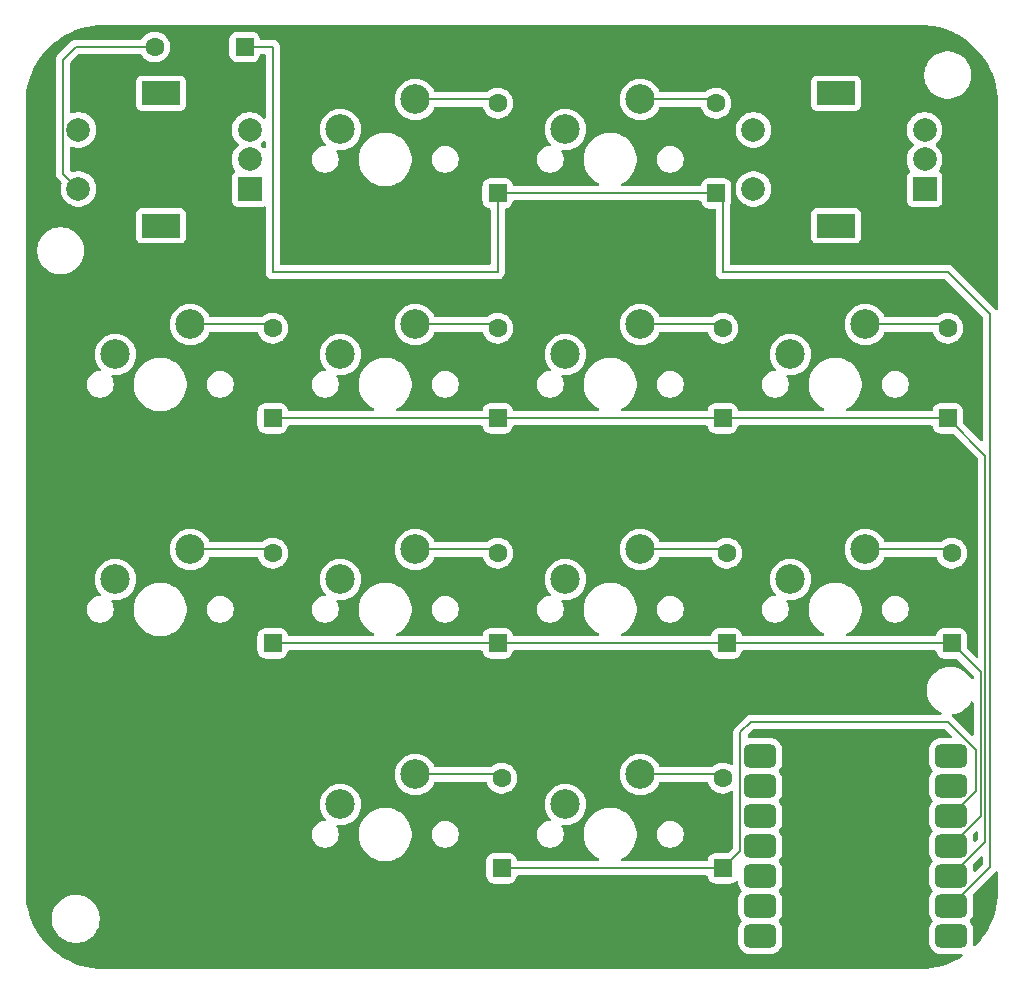
<source format=gbr>
%TF.GenerationSoftware,KiCad,Pcbnew,9.0.6*%
%TF.CreationDate,2025-12-28T20:47:28+01:00*%
%TF.ProjectId,Makropad_v1,4d616b72-6f70-4616-945f-76312e6b6963,rev?*%
%TF.SameCoordinates,Original*%
%TF.FileFunction,Copper,L1,Top*%
%TF.FilePolarity,Positive*%
%FSLAX46Y46*%
G04 Gerber Fmt 4.6, Leading zero omitted, Abs format (unit mm)*
G04 Created by KiCad (PCBNEW 9.0.6) date 2025-12-28 20:47:28*
%MOMM*%
%LPD*%
G01*
G04 APERTURE LIST*
G04 Aperture macros list*
%AMRoundRect*
0 Rectangle with rounded corners*
0 $1 Rounding radius*
0 $2 $3 $4 $5 $6 $7 $8 $9 X,Y pos of 4 corners*
0 Add a 4 corners polygon primitive as box body*
4,1,4,$2,$3,$4,$5,$6,$7,$8,$9,$2,$3,0*
0 Add four circle primitives for the rounded corners*
1,1,$1+$1,$2,$3*
1,1,$1+$1,$4,$5*
1,1,$1+$1,$6,$7*
1,1,$1+$1,$8,$9*
0 Add four rect primitives between the rounded corners*
20,1,$1+$1,$2,$3,$4,$5,0*
20,1,$1+$1,$4,$5,$6,$7,0*
20,1,$1+$1,$6,$7,$8,$9,0*
20,1,$1+$1,$8,$9,$2,$3,0*%
G04 Aperture macros list end*
%TA.AperFunction,ComponentPad*%
%ADD10R,2.000000X2.000000*%
%TD*%
%TA.AperFunction,ComponentPad*%
%ADD11C,2.000000*%
%TD*%
%TA.AperFunction,ComponentPad*%
%ADD12R,3.200000X2.000000*%
%TD*%
%TA.AperFunction,ComponentPad*%
%ADD13C,2.500000*%
%TD*%
%TA.AperFunction,SMDPad,CuDef*%
%ADD14RoundRect,0.500000X0.875000X0.500000X-0.875000X0.500000X-0.875000X-0.500000X0.875000X-0.500000X0*%
%TD*%
%TA.AperFunction,ComponentPad*%
%ADD15R,1.600000X1.600000*%
%TD*%
%TA.AperFunction,ComponentPad*%
%ADD16C,1.600000*%
%TD*%
%TA.AperFunction,ComponentPad*%
%ADD17RoundRect,0.250000X0.550000X-0.550000X0.550000X0.550000X-0.550000X0.550000X-0.550000X-0.550000X0*%
%TD*%
%TA.AperFunction,ComponentPad*%
%ADD18RoundRect,0.250000X0.550000X0.550000X-0.550000X0.550000X-0.550000X-0.550000X0.550000X-0.550000X0*%
%TD*%
%TA.AperFunction,Conductor*%
%ADD19C,0.200000*%
%TD*%
G04 APERTURE END LIST*
D10*
%TO.P,SW1,A,A*%
%TO.N,ENC2_1a*%
X101865000Y-84740000D03*
D11*
%TO.P,SW1,B,B*%
%TO.N,ENC2_1b*%
X101865000Y-79740000D03*
%TO.P,SW1,C,C*%
%TO.N,ENC2_1c*%
X101865000Y-82240000D03*
D12*
%TO.P,SW1,MP*%
%TO.N,N/C*%
X94365000Y-87840000D03*
X94365000Y-76640000D03*
D11*
%TO.P,SW1,S1,S1*%
%TO.N,unconnected-(SW1-PadS1)*%
X87365000Y-79740000D03*
%TO.P,SW1,S2,S2*%
%TO.N,unconnected-(SW1-PadS2)*%
X87365000Y-84740000D03*
%TD*%
D13*
%TO.P,S2,1,1*%
%TO.N,Column 2*%
X52387500Y-79700000D03*
%TO.P,S2,2,2*%
%TO.N,Net-(D2-A)*%
X58737500Y-77160000D03*
%TD*%
%TO.P,S14,1,1*%
%TO.N,Column 3*%
X71437500Y-136850000D03*
%TO.P,S14,2,2*%
%TO.N,Net-(D14-A)*%
X77787500Y-134310000D03*
%TD*%
%TO.P,S7,1,1*%
%TO.N,Column 3*%
X71437500Y-98750000D03*
%TO.P,S7,2,2*%
%TO.N,Net-(D7-A)*%
X77787500Y-96210000D03*
%TD*%
%TO.P,S8,1,1*%
%TO.N,Column 4*%
X90487500Y-98750000D03*
%TO.P,S8,2,2*%
%TO.N,Net-(D8-A)*%
X96837500Y-96210000D03*
%TD*%
%TO.P,S11,1,1*%
%TO.N,Column 2*%
X52387500Y-117800000D03*
%TO.P,S11,2,2*%
%TO.N,Net-(D11-A)*%
X58737500Y-115260000D03*
%TD*%
%TO.P,S15,1,1*%
%TO.N,Column 4*%
X90487500Y-117800000D03*
%TO.P,S15,2,2*%
%TO.N,Net-(D15-A)*%
X96837500Y-115260000D03*
%TD*%
%TO.P,S3,1,1*%
%TO.N,Column 3*%
X71437500Y-79700000D03*
%TO.P,S3,2,2*%
%TO.N,Net-(D3-A)*%
X77787500Y-77160000D03*
%TD*%
%TO.P,S6,1,1*%
%TO.N,Column 2*%
X52387500Y-98750000D03*
%TO.P,S6,2,2*%
%TO.N,Net-(D6-A)*%
X58737500Y-96210000D03*
%TD*%
%TO.P,S9,1,1*%
%TO.N,Column 1*%
X33337500Y-117800000D03*
%TO.P,S9,2,2*%
%TO.N,Net-(D9-A)*%
X39687500Y-115260000D03*
%TD*%
%TO.P,S5,1,1*%
%TO.N,Column 1*%
X33337500Y-98750000D03*
%TO.P,S5,2,2*%
%TO.N,Net-(D5-A)*%
X39687500Y-96210000D03*
%TD*%
%TO.P,S12,1,1*%
%TO.N,Column 2*%
X52387500Y-136850000D03*
%TO.P,S12,2,2*%
%TO.N,Net-(D12-A)*%
X58737500Y-134310000D03*
%TD*%
D14*
%TO.P,U1,1,PA02_A0_D0*%
%TO.N,unconnected-(U1-PA02_A0_D0-Pad1)*%
X104108750Y-147985000D03*
D15*
X103663750Y-147985000D03*
D14*
%TO.P,U1,2,PA4_A1_D1*%
%TO.N,Row1*%
X104108750Y-145445000D03*
D16*
X103663750Y-145445000D03*
D14*
%TO.P,U1,3,PA10_A2_D2*%
%TO.N,Row2*%
X104108750Y-142905000D03*
D16*
X103663750Y-142905000D03*
D14*
%TO.P,U1,4,PA11_A3_D3*%
%TO.N,Column 2*%
X104108750Y-140365000D03*
D16*
X103663750Y-140365000D03*
D14*
%TO.P,U1,5,PA8_A4_D4_SDA*%
%TO.N,Row4*%
X104108750Y-137825000D03*
D16*
X103663750Y-137825000D03*
D14*
%TO.P,U1,6,PA9_A5_D5_SCL*%
%TO.N,ENC2_1a*%
X104108750Y-135285000D03*
D16*
X103663750Y-135285000D03*
D14*
%TO.P,U1,7,PB08_A6_D6_TX*%
%TO.N,ENC2_1b*%
X104108750Y-132745000D03*
D16*
X103663750Y-132745000D03*
%TO.P,U1,8,PB09_A7_D7_RX*%
%TO.N,Column 4*%
X88423750Y-132745000D03*
D14*
X87943750Y-132745000D03*
D16*
%TO.P,U1,9,PA7_A8_D8_SCK*%
%TO.N,Column 3*%
X88423750Y-135285000D03*
D14*
X87943750Y-135285000D03*
D16*
%TO.P,U1,10,PA5_A9_D9_MISO*%
%TO.N,Column 2*%
X88423750Y-137825000D03*
D14*
X87943750Y-137825000D03*
D16*
%TO.P,U1,11,PA6_A10_D10_MOSI*%
%TO.N,Column 1*%
X88423750Y-140365000D03*
D14*
X87943750Y-140365000D03*
D16*
%TO.P,U1,12,3V3*%
%TO.N,unconnected-(U1-3V3-Pad12)*%
X88423750Y-142905000D03*
D14*
X87943750Y-142905000D03*
D16*
%TO.P,U1,13,GND*%
%TO.N,ENC2_1c*%
X88423750Y-145445000D03*
D14*
X87943750Y-145445000D03*
D16*
%TO.P,U1,14,5V*%
%TO.N,unconnected-(U1-5V-Pad14)*%
X88423750Y-147985000D03*
D14*
X87943750Y-147985000D03*
%TD*%
D13*
%TO.P,S13,1,1*%
%TO.N,Column 3*%
X71437500Y-117800000D03*
%TO.P,S13,2,2*%
%TO.N,Net-(D13-A)*%
X77787500Y-115260000D03*
%TD*%
D10*
%TO.P,SW3,A,A*%
%TO.N,unconnected-(SW3-PadA)*%
X44715000Y-84740000D03*
D11*
%TO.P,SW3,B,B*%
%TO.N,unconnected-(SW3-PadB)*%
X44715000Y-79740000D03*
%TO.P,SW3,C,C*%
%TO.N,unconnected-(SW3-PadC)*%
X44715000Y-82240000D03*
D12*
%TO.P,SW3,MP*%
%TO.N,N/C*%
X37215000Y-87840000D03*
X37215000Y-76640000D03*
D11*
%TO.P,SW3,S1,S1*%
%TO.N,Column 1*%
X30215000Y-79740000D03*
%TO.P,SW3,S2,S2*%
%TO.N,Net-(D1-A)*%
X30215000Y-84740000D03*
%TD*%
D17*
%TO.P,D13,1,K*%
%TO.N,Column 2*%
X85090000Y-123197500D03*
D16*
%TO.P,D13,2,A*%
%TO.N,Net-(D13-A)*%
X85090000Y-115577500D03*
%TD*%
D17*
%TO.P,D14,1,K*%
%TO.N,Row4*%
X84772500Y-142247500D03*
D16*
%TO.P,D14,2,A*%
%TO.N,Net-(D14-A)*%
X84772500Y-134627500D03*
%TD*%
D17*
%TO.P,D6,1,K*%
%TO.N,Row2*%
X65722500Y-104147500D03*
D16*
%TO.P,D6,2,A*%
%TO.N,Net-(D6-A)*%
X65722500Y-96527500D03*
%TD*%
D17*
%TO.P,D3,1,K*%
%TO.N,Row1*%
X84208750Y-85097500D03*
D16*
%TO.P,D3,2,A*%
%TO.N,Net-(D3-A)*%
X84208750Y-77477500D03*
%TD*%
D17*
%TO.P,D9,1,K*%
%TO.N,Column 2*%
X46672500Y-123197500D03*
D16*
%TO.P,D9,2,A*%
%TO.N,Net-(D9-A)*%
X46672500Y-115577500D03*
%TD*%
D17*
%TO.P,D15,1,K*%
%TO.N,Column 2*%
X104140000Y-123197500D03*
D16*
%TO.P,D15,2,A*%
%TO.N,Net-(D15-A)*%
X104140000Y-115577500D03*
%TD*%
D17*
%TO.P,D2,1,K*%
%TO.N,Row1*%
X65722500Y-85097500D03*
D16*
%TO.P,D2,2,A*%
%TO.N,Net-(D2-A)*%
X65722500Y-77477500D03*
%TD*%
D17*
%TO.P,D7,1,K*%
%TO.N,Row2*%
X84772500Y-104147500D03*
D16*
%TO.P,D7,2,A*%
%TO.N,Net-(D7-A)*%
X84772500Y-96527500D03*
%TD*%
D17*
%TO.P,D8,1,K*%
%TO.N,Row2*%
X103822500Y-104147500D03*
D16*
%TO.P,D8,2,A*%
%TO.N,Net-(D8-A)*%
X103822500Y-96527500D03*
%TD*%
D18*
%TO.P,D1,1,K*%
%TO.N,Row1*%
X44291250Y-72715000D03*
D16*
%TO.P,D1,2,A*%
%TO.N,Net-(D1-A)*%
X36671250Y-72715000D03*
%TD*%
D17*
%TO.P,D5,1,K*%
%TO.N,Row2*%
X46672500Y-104147500D03*
D16*
%TO.P,D5,2,A*%
%TO.N,Net-(D5-A)*%
X46672500Y-96527500D03*
%TD*%
D17*
%TO.P,D11,1,K*%
%TO.N,Column 2*%
X65722500Y-123197500D03*
D16*
%TO.P,D11,2,A*%
%TO.N,Net-(D11-A)*%
X65722500Y-115577500D03*
%TD*%
D17*
%TO.P,D12,1,K*%
%TO.N,Row4*%
X66040000Y-142247500D03*
D16*
%TO.P,D12,2,A*%
%TO.N,Net-(D12-A)*%
X66040000Y-134627500D03*
%TD*%
D19*
%TO.N,Net-(D2-A)*%
X65405000Y-77160000D02*
X65722500Y-77477500D01*
X58737500Y-77160000D02*
X65405000Y-77160000D01*
%TO.N,Row1*%
X65722500Y-85097500D02*
X84208750Y-85097500D01*
X65722500Y-85097500D02*
X65722500Y-91765000D01*
X44291250Y-72715000D02*
X46672500Y-72715000D01*
X84772500Y-91765000D02*
X103822500Y-91765000D01*
X103822500Y-91765000D02*
X107406750Y-95349250D01*
X84772500Y-85661250D02*
X84772500Y-91765000D01*
X46672500Y-91765000D02*
X46672500Y-72715000D01*
X65722500Y-91765000D02*
X46672500Y-91765000D01*
X84208750Y-85097500D02*
X84772500Y-85661250D01*
X107406750Y-95349250D02*
X107406750Y-142147000D01*
X107406750Y-142147000D02*
X104108750Y-145445000D01*
%TO.N,Net-(D3-A)*%
X83891250Y-77160000D02*
X84208750Y-77477500D01*
X77787500Y-77160000D02*
X83891250Y-77160000D01*
%TO.N,Row2*%
X84772500Y-104147500D02*
X103822500Y-104147500D01*
X103822500Y-104147500D02*
X107005750Y-107330750D01*
X107005750Y-140008000D02*
X104108750Y-142905000D01*
X46672500Y-104147500D02*
X65722500Y-104147500D01*
X107005750Y-107330750D02*
X107005750Y-140008000D01*
X65722500Y-104147500D02*
X84772500Y-104147500D01*
%TO.N,Net-(D5-A)*%
X46355000Y-96210000D02*
X46672500Y-96527500D01*
X39687500Y-96210000D02*
X46355000Y-96210000D01*
%TO.N,Net-(D6-A)*%
X65405000Y-96210000D02*
X65722500Y-96527500D01*
X58737500Y-96210000D02*
X65405000Y-96210000D01*
%TO.N,Net-(D7-A)*%
X84455000Y-96210000D02*
X84772500Y-96527500D01*
X77787500Y-96210000D02*
X84455000Y-96210000D01*
%TO.N,Net-(D8-A)*%
X96837500Y-96210000D02*
X103505000Y-96210000D01*
X103505000Y-96210000D02*
X103822500Y-96527500D01*
%TO.N,Net-(D9-A)*%
X39687500Y-115260000D02*
X46355000Y-115260000D01*
X46355000Y-115260000D02*
X46672500Y-115577500D01*
%TO.N,Column 2*%
X106604750Y-125662250D02*
X106604750Y-137869000D01*
X104140000Y-123197500D02*
X106604750Y-125662250D01*
X85090000Y-123197500D02*
X104140000Y-123197500D01*
X65722500Y-123197500D02*
X85090000Y-123197500D01*
X106604750Y-137869000D02*
X104108750Y-140365000D01*
X46672500Y-123197500D02*
X65722500Y-123197500D01*
%TO.N,Net-(D11-A)*%
X65405000Y-115260000D02*
X65722500Y-115577500D01*
X58737500Y-115260000D02*
X65405000Y-115260000D01*
%TO.N,Row4*%
X86267750Y-130751000D02*
X87153750Y-129865000D01*
X106203750Y-132246250D02*
X106203750Y-135730000D01*
X87153750Y-129865000D02*
X103822500Y-129865000D01*
X103822500Y-129865000D02*
X106203750Y-132246250D01*
X86267750Y-140752250D02*
X86267750Y-130751000D01*
X66040000Y-142247500D02*
X84772500Y-142247500D01*
X84772500Y-142247500D02*
X86267750Y-140752250D01*
X106203750Y-135730000D02*
X104108750Y-137825000D01*
%TO.N,Net-(D12-A)*%
X65722500Y-134310000D02*
X66040000Y-134627500D01*
X58737500Y-134310000D02*
X65722500Y-134310000D01*
%TO.N,Net-(D13-A)*%
X77787500Y-115260000D02*
X84772500Y-115260000D01*
X84772500Y-115260000D02*
X85090000Y-115577500D01*
%TO.N,Net-(D14-A)*%
X84455000Y-134310000D02*
X84772500Y-134627500D01*
X77787500Y-134310000D02*
X84455000Y-134310000D01*
%TO.N,Net-(D15-A)*%
X103822500Y-115260000D02*
X104140000Y-115577500D01*
X96837500Y-115260000D02*
X103822500Y-115260000D01*
%TO.N,Net-(D1-A)*%
X36671250Y-72715000D02*
X30003750Y-72715000D01*
X28914000Y-73804750D02*
X28914000Y-83439000D01*
X28914000Y-83439000D02*
X30215000Y-84740000D01*
X30003750Y-72715000D02*
X28914000Y-73804750D01*
%TD*%
%TA.AperFunction,NonConductor*%
G36*
X45991334Y-80688207D02*
G01*
X46047267Y-80730079D01*
X46071684Y-80795543D01*
X46072000Y-80804389D01*
X46072000Y-81175611D01*
X46052315Y-81242650D01*
X45999511Y-81288405D01*
X45930353Y-81298349D01*
X45866797Y-81269324D01*
X45860319Y-81263292D01*
X45692512Y-81095485D01*
X45692508Y-81095482D01*
X45685401Y-81090318D01*
X45642735Y-81034988D01*
X45636756Y-80965375D01*
X45669362Y-80903580D01*
X45685401Y-80889682D01*
X45685500Y-80889609D01*
X45692510Y-80884517D01*
X45859517Y-80717510D01*
X45859517Y-80717509D01*
X45860319Y-80716708D01*
X45921642Y-80683223D01*
X45991334Y-80688207D01*
G37*
%TD.AperFunction*%
%TA.AperFunction,NonConductor*%
G36*
X105956901Y-128146398D02*
G01*
X105997430Y-128203312D01*
X106004250Y-128243869D01*
X106004250Y-130898153D01*
X105984565Y-130965192D01*
X105931761Y-131010947D01*
X105862603Y-131020891D01*
X105799047Y-130991866D01*
X105792569Y-130985834D01*
X104310090Y-129503355D01*
X104303021Y-129496286D01*
X104303020Y-129496284D01*
X104198926Y-129392190D01*
X104165444Y-129330870D01*
X104170428Y-129261178D01*
X104212300Y-129205245D01*
X104270424Y-129181573D01*
X104423642Y-129161402D01*
X104676962Y-129093525D01*
X104919256Y-128993163D01*
X105146377Y-128862035D01*
X105354440Y-128702383D01*
X105539883Y-128516940D01*
X105699535Y-128308877D01*
X105772863Y-128181869D01*
X105823430Y-128133654D01*
X105892037Y-128120430D01*
X105956901Y-128146398D01*
G37*
%TD.AperFunction*%
%TA.AperFunction,NonConductor*%
G36*
X106324584Y-139100914D02*
G01*
X106380517Y-139142786D01*
X106404934Y-139208250D01*
X106405250Y-139217096D01*
X106405250Y-139707901D01*
X106396605Y-139737341D01*
X106390082Y-139767328D01*
X106386327Y-139772343D01*
X106385565Y-139774940D01*
X106368931Y-139795582D01*
X106195930Y-139968583D01*
X106134607Y-140002068D01*
X106064915Y-139997084D01*
X106008982Y-139955212D01*
X105984565Y-139889748D01*
X105984249Y-139880902D01*
X105984249Y-139806971D01*
X105984249Y-139806964D01*
X105973636Y-139687582D01*
X105918467Y-139494774D01*
X105918950Y-139424906D01*
X105950002Y-139372982D01*
X106114734Y-139208250D01*
X106193570Y-139129414D01*
X106254892Y-139095930D01*
X106324584Y-139100914D01*
G37*
%TD.AperFunction*%
%TA.AperFunction,NonConductor*%
G36*
X106725584Y-141239915D02*
G01*
X106781517Y-141281787D01*
X106805934Y-141347251D01*
X106806250Y-141356097D01*
X106806250Y-141846902D01*
X106786565Y-141913941D01*
X106769931Y-141934583D01*
X106195930Y-142508584D01*
X106134607Y-142542069D01*
X106064915Y-142537085D01*
X106008982Y-142495213D01*
X105984565Y-142429749D01*
X105984249Y-142420903D01*
X105984249Y-142346971D01*
X105984249Y-142346964D01*
X105973636Y-142227582D01*
X105918467Y-142034774D01*
X105918950Y-141964906D01*
X105950000Y-141912984D01*
X106594569Y-141268416D01*
X106655892Y-141234931D01*
X106725584Y-141239915D01*
G37*
%TD.AperFunction*%
%TA.AperFunction,NonConductor*%
G36*
X107972598Y-142499432D02*
G01*
X108003834Y-142501666D01*
X108057805Y-142542069D01*
X108059768Y-142543539D01*
X108070918Y-142573435D01*
X108084184Y-142609002D01*
X108084500Y-142617848D01*
X108084500Y-144150188D01*
X108084413Y-144154825D01*
X108066097Y-144644314D01*
X108065404Y-144653561D01*
X108010819Y-145138014D01*
X108009437Y-145147183D01*
X107918803Y-145626195D01*
X107916740Y-145635236D01*
X107790560Y-146106147D01*
X107787827Y-146115008D01*
X107626808Y-146575174D01*
X107623420Y-146583806D01*
X107428461Y-147030655D01*
X107424437Y-147039009D01*
X107196644Y-147470015D01*
X107192008Y-147478046D01*
X106932628Y-147890848D01*
X106927404Y-147898510D01*
X106637911Y-148290760D01*
X106632129Y-148298010D01*
X106314114Y-148667550D01*
X106307807Y-148674347D01*
X106173553Y-148808601D01*
X106112230Y-148842086D01*
X106042538Y-148837102D01*
X105986605Y-148795230D01*
X105962188Y-148729766D01*
X105966657Y-148686807D01*
X105970223Y-148674347D01*
X105973636Y-148662418D01*
X105984250Y-148543037D01*
X105984249Y-147426964D01*
X105973636Y-147307582D01*
X105917659Y-147111951D01*
X105823448Y-146931593D01*
X105710733Y-146793359D01*
X105683625Y-146728965D01*
X105695634Y-146660135D01*
X105710731Y-146636642D01*
X105823448Y-146498407D01*
X105917659Y-146318049D01*
X105973636Y-146122418D01*
X105984250Y-146003037D01*
X105984249Y-144886964D01*
X105973636Y-144767582D01*
X105918466Y-144574771D01*
X105918949Y-144504907D01*
X105949999Y-144452984D01*
X107775463Y-142627521D01*
X107775466Y-142627520D01*
X107872820Y-142530166D01*
X107934144Y-142496681D01*
X107972598Y-142499432D01*
G37*
%TD.AperFunction*%
%TA.AperFunction,NonConductor*%
G36*
X101375356Y-70834249D02*
G01*
X101375358Y-70834250D01*
X101438941Y-70834250D01*
X101443574Y-70834337D01*
X101484324Y-70835861D01*
X101933075Y-70852652D01*
X101942299Y-70853344D01*
X102426776Y-70907931D01*
X102435922Y-70909310D01*
X102808765Y-70979855D01*
X102914945Y-70999946D01*
X102923986Y-71002009D01*
X103131258Y-71057547D01*
X103394903Y-71128190D01*
X103403752Y-71130920D01*
X103863924Y-71291941D01*
X103872556Y-71295329D01*
X104319405Y-71490288D01*
X104327759Y-71494312D01*
X104758765Y-71722105D01*
X104766796Y-71726741D01*
X105179598Y-71986121D01*
X105187260Y-71991345D01*
X105244222Y-72033385D01*
X105579518Y-72280844D01*
X105586760Y-72286620D01*
X105956300Y-72604635D01*
X105963097Y-72610942D01*
X106307807Y-72955652D01*
X106314114Y-72962449D01*
X106632129Y-73331989D01*
X106637907Y-73339235D01*
X106711907Y-73439500D01*
X106927404Y-73731489D01*
X106932628Y-73739151D01*
X107192008Y-74151953D01*
X107196644Y-74159984D01*
X107424437Y-74590990D01*
X107428461Y-74599344D01*
X107623420Y-75046193D01*
X107626808Y-75054825D01*
X107787827Y-75514991D01*
X107790560Y-75523852D01*
X107916740Y-75994763D01*
X107918803Y-76003804D01*
X108009437Y-76482816D01*
X108010819Y-76491985D01*
X108065404Y-76976438D01*
X108066097Y-76985685D01*
X108084413Y-77475174D01*
X108084500Y-77479811D01*
X108084500Y-94878401D01*
X108078261Y-94899646D01*
X108076682Y-94921733D01*
X108068609Y-94932516D01*
X108064815Y-94945440D01*
X108048080Y-94959940D01*
X108034811Y-94977667D01*
X108022190Y-94982374D01*
X108012011Y-94991195D01*
X107990094Y-94994346D01*
X107969347Y-95002085D01*
X107956185Y-94999222D01*
X107942853Y-95001139D01*
X107922711Y-94991940D01*
X107901074Y-94987234D01*
X107883347Y-94973963D01*
X107879297Y-94972114D01*
X107872820Y-94966083D01*
X107797817Y-94891081D01*
X107775466Y-94868730D01*
X107775463Y-94868728D01*
X104310090Y-91403355D01*
X104310088Y-91403352D01*
X104191217Y-91284481D01*
X104191216Y-91284480D01*
X104104404Y-91234360D01*
X104104404Y-91234359D01*
X104104400Y-91234358D01*
X104054285Y-91205423D01*
X103901557Y-91164499D01*
X103743443Y-91164499D01*
X103735847Y-91164499D01*
X103735831Y-91164500D01*
X85497000Y-91164500D01*
X85429961Y-91144815D01*
X85384206Y-91092011D01*
X85373000Y-91040500D01*
X85373000Y-86792135D01*
X92264500Y-86792135D01*
X92264500Y-88887870D01*
X92264501Y-88887876D01*
X92270908Y-88947483D01*
X92321202Y-89082328D01*
X92321206Y-89082335D01*
X92407452Y-89197544D01*
X92407455Y-89197547D01*
X92522664Y-89283793D01*
X92522671Y-89283797D01*
X92657517Y-89334091D01*
X92657516Y-89334091D01*
X92664444Y-89334835D01*
X92717127Y-89340500D01*
X96012872Y-89340499D01*
X96072483Y-89334091D01*
X96207331Y-89283796D01*
X96322546Y-89197546D01*
X96408796Y-89082331D01*
X96459091Y-88947483D01*
X96465500Y-88887873D01*
X96465499Y-86792128D01*
X96459091Y-86732517D01*
X96408796Y-86597669D01*
X96408795Y-86597668D01*
X96408793Y-86597664D01*
X96322547Y-86482455D01*
X96322544Y-86482452D01*
X96207335Y-86396206D01*
X96207328Y-86396202D01*
X96072482Y-86345908D01*
X96072483Y-86345908D01*
X96012883Y-86339501D01*
X96012881Y-86339500D01*
X96012873Y-86339500D01*
X96012864Y-86339500D01*
X92717129Y-86339500D01*
X92717123Y-86339501D01*
X92657516Y-86345908D01*
X92522671Y-86396202D01*
X92522664Y-86396206D01*
X92407455Y-86482452D01*
X92407452Y-86482455D01*
X92321206Y-86597664D01*
X92321202Y-86597671D01*
X92270908Y-86732517D01*
X92264501Y-86792116D01*
X92264501Y-86792123D01*
X92264500Y-86792135D01*
X85373000Y-86792135D01*
X85373000Y-86116403D01*
X85391460Y-86051307D01*
X85443564Y-85966834D01*
X85498749Y-85800297D01*
X85509250Y-85697509D01*
X85509249Y-84621902D01*
X85864500Y-84621902D01*
X85864500Y-84858097D01*
X85901446Y-85091368D01*
X85974433Y-85315996D01*
X86081657Y-85526433D01*
X86220483Y-85717510D01*
X86387490Y-85884517D01*
X86578567Y-86023343D01*
X86633448Y-86051306D01*
X86789003Y-86130566D01*
X86789005Y-86130566D01*
X86789008Y-86130568D01*
X86909412Y-86169689D01*
X87013631Y-86203553D01*
X87246903Y-86240500D01*
X87246908Y-86240500D01*
X87483097Y-86240500D01*
X87716368Y-86203553D01*
X87732061Y-86198454D01*
X87940992Y-86130568D01*
X88151433Y-86023343D01*
X88342510Y-85884517D01*
X88509517Y-85717510D01*
X88648343Y-85526433D01*
X88755568Y-85315992D01*
X88828553Y-85091368D01*
X88865500Y-84858097D01*
X88865500Y-84621902D01*
X88828553Y-84388631D01*
X88766534Y-84197758D01*
X88755568Y-84164008D01*
X88755566Y-84164005D01*
X88755566Y-84164003D01*
X88699002Y-84052991D01*
X88648343Y-83953567D01*
X88509517Y-83762490D01*
X88342510Y-83595483D01*
X88151433Y-83456657D01*
X87940996Y-83349433D01*
X87716368Y-83276446D01*
X87483097Y-83239500D01*
X87483092Y-83239500D01*
X87246908Y-83239500D01*
X87246903Y-83239500D01*
X87013631Y-83276446D01*
X86789003Y-83349433D01*
X86578566Y-83456657D01*
X86494057Y-83518057D01*
X86387490Y-83595483D01*
X86387488Y-83595485D01*
X86387487Y-83595485D01*
X86220485Y-83762487D01*
X86220485Y-83762488D01*
X86220483Y-83762490D01*
X86187624Y-83807717D01*
X86081657Y-83953566D01*
X85974433Y-84164003D01*
X85901446Y-84388631D01*
X85864500Y-84621902D01*
X85509249Y-84621902D01*
X85509249Y-84497492D01*
X85498749Y-84394703D01*
X85443564Y-84228166D01*
X85351462Y-84078844D01*
X85227406Y-83954788D01*
X85078084Y-83862686D01*
X84911547Y-83807501D01*
X84911545Y-83807500D01*
X84808760Y-83797000D01*
X83608748Y-83797000D01*
X83608731Y-83797001D01*
X83505953Y-83807500D01*
X83505950Y-83807501D01*
X83339418Y-83862685D01*
X83339413Y-83862687D01*
X83190092Y-83954789D01*
X83066039Y-84078842D01*
X82973937Y-84228163D01*
X82973935Y-84228168D01*
X82918750Y-84394704D01*
X82917838Y-84398967D01*
X82884551Y-84460398D01*
X82823336Y-84494081D01*
X82796587Y-84497000D01*
X76301788Y-84497000D01*
X76234749Y-84477315D01*
X76188994Y-84424511D01*
X76179050Y-84355353D01*
X76208075Y-84291797D01*
X76241979Y-84265618D01*
X76241491Y-84264773D01*
X76304896Y-84228166D01*
X76500494Y-84115238D01*
X76734542Y-83935646D01*
X76943146Y-83727042D01*
X77122738Y-83492994D01*
X77270243Y-83237507D01*
X77383139Y-82964952D01*
X77459493Y-82679993D01*
X77498000Y-82387506D01*
X77498000Y-82151421D01*
X79202000Y-82151421D01*
X79202000Y-82328579D01*
X79206675Y-82358097D01*
X79229714Y-82503556D01*
X79284456Y-82672039D01*
X79284457Y-82672042D01*
X79357807Y-82815996D01*
X79364886Y-82829890D01*
X79469017Y-82973214D01*
X79594286Y-83098483D01*
X79737610Y-83202614D01*
X79815029Y-83242061D01*
X79895457Y-83283042D01*
X79895460Y-83283043D01*
X79973352Y-83308351D01*
X80063945Y-83337786D01*
X80238921Y-83365500D01*
X80238922Y-83365500D01*
X80416078Y-83365500D01*
X80416079Y-83365500D01*
X80591055Y-83337786D01*
X80759542Y-83283042D01*
X80917390Y-83202614D01*
X81060714Y-83098483D01*
X81185983Y-82973214D01*
X81290114Y-82829890D01*
X81370542Y-82672042D01*
X81425286Y-82503555D01*
X81453000Y-82328579D01*
X81453000Y-82151421D01*
X81425286Y-81976445D01*
X81370542Y-81807958D01*
X81370542Y-81807957D01*
X81297195Y-81664008D01*
X81290114Y-81650110D01*
X81185983Y-81506786D01*
X81060714Y-81381517D01*
X80917390Y-81277386D01*
X80888155Y-81262490D01*
X80759542Y-81196957D01*
X80759539Y-81196956D01*
X80591056Y-81142214D01*
X80503567Y-81128357D01*
X80416079Y-81114500D01*
X80238921Y-81114500D01*
X80180595Y-81123738D01*
X80063943Y-81142214D01*
X79895460Y-81196956D01*
X79895457Y-81196957D01*
X79737609Y-81277386D01*
X79655838Y-81336796D01*
X79594286Y-81381517D01*
X79594284Y-81381519D01*
X79594283Y-81381519D01*
X79469019Y-81506783D01*
X79469019Y-81506784D01*
X79469017Y-81506786D01*
X79424296Y-81568338D01*
X79364886Y-81650109D01*
X79284457Y-81807957D01*
X79284456Y-81807960D01*
X79229714Y-81976443D01*
X79211333Y-82092494D01*
X79202000Y-82151421D01*
X77498000Y-82151421D01*
X77498000Y-82092494D01*
X77459493Y-81800007D01*
X77383139Y-81515048D01*
X77270243Y-81242493D01*
X77269092Y-81240500D01*
X77122738Y-80987006D01*
X76943147Y-80752959D01*
X76943141Y-80752952D01*
X76734547Y-80544358D01*
X76734540Y-80544352D01*
X76500493Y-80364761D01*
X76245010Y-80217258D01*
X76245000Y-80217254D01*
X75972461Y-80104364D01*
X75972454Y-80104362D01*
X75972452Y-80104361D01*
X75687493Y-80028007D01*
X75638613Y-80021571D01*
X75395013Y-79989500D01*
X75395006Y-79989500D01*
X75099994Y-79989500D01*
X75099986Y-79989500D01*
X74821585Y-80026153D01*
X74807507Y-80028007D01*
X74571039Y-80091368D01*
X74522548Y-80104361D01*
X74522538Y-80104364D01*
X74249999Y-80217254D01*
X74249989Y-80217258D01*
X73994506Y-80364761D01*
X73760459Y-80544352D01*
X73760452Y-80544358D01*
X73551858Y-80752952D01*
X73551852Y-80752959D01*
X73372261Y-80987006D01*
X73224758Y-81242489D01*
X73224754Y-81242499D01*
X73111864Y-81515038D01*
X73111861Y-81515048D01*
X73075672Y-81650110D01*
X73035508Y-81800004D01*
X73035506Y-81800015D01*
X72997000Y-82092486D01*
X72997000Y-82387513D01*
X73012278Y-82503555D01*
X73035507Y-82679993D01*
X73089600Y-82881872D01*
X73111861Y-82964951D01*
X73111864Y-82964961D01*
X73224754Y-83237500D01*
X73224758Y-83237510D01*
X73372261Y-83492993D01*
X73551852Y-83727040D01*
X73551858Y-83727047D01*
X73760452Y-83935641D01*
X73760459Y-83935647D01*
X73994506Y-84115238D01*
X74253509Y-84264773D01*
X74252744Y-84266097D01*
X74299481Y-84309102D01*
X74317157Y-84376699D01*
X74295481Y-84443121D01*
X74241336Y-84487281D01*
X74193212Y-84497000D01*
X67134663Y-84497000D01*
X67067624Y-84477315D01*
X67021869Y-84424511D01*
X67013411Y-84398959D01*
X67012500Y-84394707D01*
X67006533Y-84376699D01*
X66957314Y-84228166D01*
X66865212Y-84078844D01*
X66741156Y-83954788D01*
X66591834Y-83862686D01*
X66425297Y-83807501D01*
X66425295Y-83807500D01*
X66322510Y-83797000D01*
X65122498Y-83797000D01*
X65122481Y-83797001D01*
X65019703Y-83807500D01*
X65019700Y-83807501D01*
X64853168Y-83862685D01*
X64853163Y-83862687D01*
X64703842Y-83954789D01*
X64579789Y-84078842D01*
X64487687Y-84228163D01*
X64487685Y-84228168D01*
X64475117Y-84266097D01*
X64432501Y-84394703D01*
X64432501Y-84394704D01*
X64432500Y-84394704D01*
X64422000Y-84497483D01*
X64422000Y-85697501D01*
X64422001Y-85697518D01*
X64432500Y-85800296D01*
X64432501Y-85800299D01*
X64487685Y-85966831D01*
X64487687Y-85966836D01*
X64497247Y-85982335D01*
X64579788Y-86116156D01*
X64703844Y-86240212D01*
X64853166Y-86332314D01*
X65019703Y-86387499D01*
X65019709Y-86387499D01*
X65023948Y-86388407D01*
X65085384Y-86421685D01*
X65119076Y-86482894D01*
X65122000Y-86509662D01*
X65122000Y-91040500D01*
X65102315Y-91107539D01*
X65049511Y-91153294D01*
X64998000Y-91164500D01*
X47397000Y-91164500D01*
X47329961Y-91144815D01*
X47284206Y-91092011D01*
X47273000Y-91040500D01*
X47273000Y-82151421D01*
X49992000Y-82151421D01*
X49992000Y-82328579D01*
X49996675Y-82358097D01*
X50019714Y-82503556D01*
X50074456Y-82672039D01*
X50074457Y-82672042D01*
X50147807Y-82815996D01*
X50154886Y-82829890D01*
X50259017Y-82973214D01*
X50384286Y-83098483D01*
X50527610Y-83202614D01*
X50605029Y-83242061D01*
X50685457Y-83283042D01*
X50685460Y-83283043D01*
X50763352Y-83308351D01*
X50853945Y-83337786D01*
X51028921Y-83365500D01*
X51028922Y-83365500D01*
X51206078Y-83365500D01*
X51206079Y-83365500D01*
X51381055Y-83337786D01*
X51549542Y-83283042D01*
X51707390Y-83202614D01*
X51850714Y-83098483D01*
X51975983Y-82973214D01*
X52080114Y-82829890D01*
X52160542Y-82672042D01*
X52215286Y-82503555D01*
X52243000Y-82328579D01*
X52243000Y-82151421D01*
X52233665Y-82092486D01*
X53947000Y-82092486D01*
X53947000Y-82387513D01*
X53962278Y-82503555D01*
X53985507Y-82679993D01*
X54039600Y-82881872D01*
X54061861Y-82964951D01*
X54061864Y-82964961D01*
X54174754Y-83237500D01*
X54174758Y-83237510D01*
X54322261Y-83492993D01*
X54501852Y-83727040D01*
X54501858Y-83727047D01*
X54710452Y-83935641D01*
X54710459Y-83935647D01*
X54944506Y-84115238D01*
X55199989Y-84262741D01*
X55199990Y-84262741D01*
X55199993Y-84262743D01*
X55472548Y-84375639D01*
X55757507Y-84451993D01*
X56049994Y-84490500D01*
X56050001Y-84490500D01*
X56344999Y-84490500D01*
X56345006Y-84490500D01*
X56637493Y-84451993D01*
X56922452Y-84375639D01*
X57195007Y-84262743D01*
X57450494Y-84115238D01*
X57684542Y-83935646D01*
X57893146Y-83727042D01*
X58072738Y-83492994D01*
X58220243Y-83237507D01*
X58333139Y-82964952D01*
X58409493Y-82679993D01*
X58448000Y-82387506D01*
X58448000Y-82151421D01*
X60152000Y-82151421D01*
X60152000Y-82328579D01*
X60156675Y-82358097D01*
X60179714Y-82503556D01*
X60234456Y-82672039D01*
X60234457Y-82672042D01*
X60307807Y-82815996D01*
X60314886Y-82829890D01*
X60419017Y-82973214D01*
X60544286Y-83098483D01*
X60687610Y-83202614D01*
X60765029Y-83242061D01*
X60845457Y-83283042D01*
X60845460Y-83283043D01*
X60923352Y-83308351D01*
X61013945Y-83337786D01*
X61188921Y-83365500D01*
X61188922Y-83365500D01*
X61366078Y-83365500D01*
X61366079Y-83365500D01*
X61541055Y-83337786D01*
X61709542Y-83283042D01*
X61867390Y-83202614D01*
X62010714Y-83098483D01*
X62135983Y-82973214D01*
X62240114Y-82829890D01*
X62320542Y-82672042D01*
X62375286Y-82503555D01*
X62403000Y-82328579D01*
X62403000Y-82151421D01*
X69042000Y-82151421D01*
X69042000Y-82328579D01*
X69046675Y-82358097D01*
X69069714Y-82503556D01*
X69124456Y-82672039D01*
X69124457Y-82672042D01*
X69197807Y-82815996D01*
X69204886Y-82829890D01*
X69309017Y-82973214D01*
X69434286Y-83098483D01*
X69577610Y-83202614D01*
X69655029Y-83242061D01*
X69735457Y-83283042D01*
X69735460Y-83283043D01*
X69813352Y-83308351D01*
X69903945Y-83337786D01*
X70078921Y-83365500D01*
X70078922Y-83365500D01*
X70256078Y-83365500D01*
X70256079Y-83365500D01*
X70431055Y-83337786D01*
X70599542Y-83283042D01*
X70757390Y-83202614D01*
X70900714Y-83098483D01*
X71025983Y-82973214D01*
X71130114Y-82829890D01*
X71210542Y-82672042D01*
X71265286Y-82503555D01*
X71293000Y-82328579D01*
X71293000Y-82151421D01*
X71265286Y-81976445D01*
X71210542Y-81807958D01*
X71210542Y-81807957D01*
X71137195Y-81664008D01*
X71130114Y-81650110D01*
X71119017Y-81634837D01*
X71095538Y-81569032D01*
X71111363Y-81500978D01*
X71161468Y-81452283D01*
X71229946Y-81438407D01*
X71235477Y-81439008D01*
X71322766Y-81450500D01*
X71322773Y-81450500D01*
X71552227Y-81450500D01*
X71552234Y-81450500D01*
X71779738Y-81420548D01*
X72001387Y-81361158D01*
X72213388Y-81273344D01*
X72412112Y-81158611D01*
X72594161Y-81018919D01*
X72594165Y-81018914D01*
X72594170Y-81018911D01*
X72756411Y-80856670D01*
X72756414Y-80856665D01*
X72756419Y-80856661D01*
X72896111Y-80674612D01*
X73010844Y-80475888D01*
X73098658Y-80263887D01*
X73158048Y-80042238D01*
X73188000Y-79814734D01*
X73188000Y-79621902D01*
X85864500Y-79621902D01*
X85864500Y-79858097D01*
X85901446Y-80091368D01*
X85974433Y-80315996D01*
X86055897Y-80475876D01*
X86081657Y-80526433D01*
X86220483Y-80717510D01*
X86387490Y-80884517D01*
X86578567Y-81023343D01*
X86601422Y-81034988D01*
X86789003Y-81130566D01*
X86789005Y-81130566D01*
X86789008Y-81130568D01*
X86909412Y-81169689D01*
X87013631Y-81203553D01*
X87246903Y-81240500D01*
X87246908Y-81240500D01*
X87483097Y-81240500D01*
X87716368Y-81203553D01*
X87802364Y-81175611D01*
X87940992Y-81130568D01*
X88151433Y-81023343D01*
X88342510Y-80884517D01*
X88509517Y-80717510D01*
X88648343Y-80526433D01*
X88755568Y-80315992D01*
X88828553Y-80091368D01*
X88836334Y-80042240D01*
X88865500Y-79858097D01*
X88865500Y-79621902D01*
X100364500Y-79621902D01*
X100364500Y-79858097D01*
X100401446Y-80091368D01*
X100474433Y-80315996D01*
X100555897Y-80475876D01*
X100581657Y-80526433D01*
X100720483Y-80717510D01*
X100720485Y-80717512D01*
X100887490Y-80884517D01*
X100894603Y-80889685D01*
X100937266Y-80945017D01*
X100943242Y-81014630D01*
X100910634Y-81076424D01*
X100894603Y-81090315D01*
X100887490Y-81095482D01*
X100720485Y-81262487D01*
X100720485Y-81262488D01*
X100720483Y-81262490D01*
X100701655Y-81288405D01*
X100581657Y-81453566D01*
X100474433Y-81664003D01*
X100401446Y-81888631D01*
X100364500Y-82121902D01*
X100364500Y-82358097D01*
X100401446Y-82591368D01*
X100474433Y-82815996D01*
X100581657Y-83026433D01*
X100634002Y-83098480D01*
X100651205Y-83122157D01*
X100674685Y-83187964D01*
X100658860Y-83256018D01*
X100625199Y-83294309D01*
X100507452Y-83382455D01*
X100421206Y-83497664D01*
X100421202Y-83497671D01*
X100370908Y-83632517D01*
X100364501Y-83692116D01*
X100364500Y-83692127D01*
X100364500Y-85787870D01*
X100364501Y-85787876D01*
X100370908Y-85847483D01*
X100421202Y-85982328D01*
X100421206Y-85982335D01*
X100507452Y-86097544D01*
X100507455Y-86097547D01*
X100622664Y-86183793D01*
X100622671Y-86183797D01*
X100757517Y-86234091D01*
X100757516Y-86234091D01*
X100764444Y-86234835D01*
X100817127Y-86240500D01*
X102912872Y-86240499D01*
X102972483Y-86234091D01*
X103107331Y-86183796D01*
X103222546Y-86097546D01*
X103308796Y-85982331D01*
X103359091Y-85847483D01*
X103365500Y-85787873D01*
X103365499Y-83692128D01*
X103359091Y-83632517D01*
X103345278Y-83595483D01*
X103308797Y-83497671D01*
X103308793Y-83497664D01*
X103222547Y-83382455D01*
X103222544Y-83382452D01*
X103104801Y-83294309D01*
X103062930Y-83238375D01*
X103057946Y-83168684D01*
X103078795Y-83122157D01*
X103095998Y-83098480D01*
X103148343Y-83026433D01*
X103255568Y-82815992D01*
X103328553Y-82591368D01*
X103342461Y-82503555D01*
X103365500Y-82358097D01*
X103365500Y-82121902D01*
X103328553Y-81888631D01*
X103255566Y-81664003D01*
X103148342Y-81453566D01*
X103147410Y-81452283D01*
X103009517Y-81262490D01*
X102842510Y-81095483D01*
X102835401Y-81090318D01*
X102792735Y-81034988D01*
X102786756Y-80965375D01*
X102819362Y-80903580D01*
X102835401Y-80889682D01*
X102835500Y-80889609D01*
X102842510Y-80884517D01*
X103009517Y-80717510D01*
X103148343Y-80526433D01*
X103255568Y-80315992D01*
X103328553Y-80091368D01*
X103336334Y-80042240D01*
X103365500Y-79858097D01*
X103365500Y-79621902D01*
X103328553Y-79388631D01*
X103255566Y-79164003D01*
X103148342Y-78953566D01*
X103009517Y-78762490D01*
X102842510Y-78595483D01*
X102651433Y-78456657D01*
X102440996Y-78349433D01*
X102216368Y-78276446D01*
X101983097Y-78239500D01*
X101983092Y-78239500D01*
X101746908Y-78239500D01*
X101746903Y-78239500D01*
X101513631Y-78276446D01*
X101289003Y-78349433D01*
X101078566Y-78456657D01*
X100969550Y-78535862D01*
X100887490Y-78595483D01*
X100887488Y-78595485D01*
X100887487Y-78595485D01*
X100720485Y-78762487D01*
X100720485Y-78762488D01*
X100720483Y-78762490D01*
X100701655Y-78788405D01*
X100581657Y-78953566D01*
X100474433Y-79164003D01*
X100401446Y-79388631D01*
X100364500Y-79621902D01*
X88865500Y-79621902D01*
X88828553Y-79388631D01*
X88755566Y-79164003D01*
X88648342Y-78953566D01*
X88509517Y-78762490D01*
X88342510Y-78595483D01*
X88151433Y-78456657D01*
X87940996Y-78349433D01*
X87716368Y-78276446D01*
X87483097Y-78239500D01*
X87483092Y-78239500D01*
X87246908Y-78239500D01*
X87246903Y-78239500D01*
X87013631Y-78276446D01*
X86789003Y-78349433D01*
X86578566Y-78456657D01*
X86469550Y-78535862D01*
X86387490Y-78595483D01*
X86387488Y-78595485D01*
X86387487Y-78595485D01*
X86220485Y-78762487D01*
X86220485Y-78762488D01*
X86220483Y-78762490D01*
X86201655Y-78788405D01*
X86081657Y-78953566D01*
X85974433Y-79164003D01*
X85901446Y-79388631D01*
X85864500Y-79621902D01*
X73188000Y-79621902D01*
X73188000Y-79585266D01*
X73158048Y-79357762D01*
X73098658Y-79136113D01*
X73023045Y-78953567D01*
X73010849Y-78924123D01*
X73010846Y-78924117D01*
X73010844Y-78924112D01*
X72896111Y-78725388D01*
X72896108Y-78725385D01*
X72896107Y-78725382D01*
X72756418Y-78543338D01*
X72756411Y-78543330D01*
X72594170Y-78381089D01*
X72594161Y-78381081D01*
X72412117Y-78241392D01*
X72213390Y-78126657D01*
X72213376Y-78126650D01*
X72001387Y-78038842D01*
X71779738Y-77979452D01*
X71741715Y-77974446D01*
X71552241Y-77949500D01*
X71552234Y-77949500D01*
X71322766Y-77949500D01*
X71322758Y-77949500D01*
X71115990Y-77976723D01*
X71095262Y-77979452D01*
X71027741Y-77997544D01*
X70873612Y-78038842D01*
X70661623Y-78126650D01*
X70661609Y-78126657D01*
X70462882Y-78241392D01*
X70280838Y-78381081D01*
X70118581Y-78543338D01*
X69978892Y-78725382D01*
X69864157Y-78924109D01*
X69864150Y-78924123D01*
X69776342Y-79136112D01*
X69716953Y-79357759D01*
X69716951Y-79357770D01*
X69687000Y-79585258D01*
X69687000Y-79814741D01*
X69710009Y-79989500D01*
X69716952Y-80042238D01*
X69763847Y-80217254D01*
X69776342Y-80263887D01*
X69864150Y-80475876D01*
X69864157Y-80475890D01*
X69978892Y-80674617D01*
X70118581Y-80856661D01*
X70118589Y-80856670D01*
X70164738Y-80902819D01*
X70198223Y-80964142D01*
X70193239Y-81033834D01*
X70151367Y-81089767D01*
X70085903Y-81114184D01*
X70080467Y-81114378D01*
X70078923Y-81114499D01*
X69903943Y-81142214D01*
X69735460Y-81196956D01*
X69735457Y-81196957D01*
X69577609Y-81277386D01*
X69495838Y-81336796D01*
X69434286Y-81381517D01*
X69434284Y-81381519D01*
X69434283Y-81381519D01*
X69309019Y-81506783D01*
X69309019Y-81506784D01*
X69309017Y-81506786D01*
X69264296Y-81568338D01*
X69204886Y-81650109D01*
X69124457Y-81807957D01*
X69124456Y-81807960D01*
X69069714Y-81976443D01*
X69051333Y-82092494D01*
X69042000Y-82151421D01*
X62403000Y-82151421D01*
X62375286Y-81976445D01*
X62320542Y-81807958D01*
X62320542Y-81807957D01*
X62247195Y-81664008D01*
X62240114Y-81650110D01*
X62135983Y-81506786D01*
X62010714Y-81381517D01*
X61867390Y-81277386D01*
X61838155Y-81262490D01*
X61709542Y-81196957D01*
X61709539Y-81196956D01*
X61541056Y-81142214D01*
X61453567Y-81128357D01*
X61366079Y-81114500D01*
X61188921Y-81114500D01*
X61130595Y-81123738D01*
X61013943Y-81142214D01*
X60845460Y-81196956D01*
X60845457Y-81196957D01*
X60687609Y-81277386D01*
X60605838Y-81336796D01*
X60544286Y-81381517D01*
X60544284Y-81381519D01*
X60544283Y-81381519D01*
X60419019Y-81506783D01*
X60419019Y-81506784D01*
X60419017Y-81506786D01*
X60374296Y-81568338D01*
X60314886Y-81650109D01*
X60234457Y-81807957D01*
X60234456Y-81807960D01*
X60179714Y-81976443D01*
X60161333Y-82092494D01*
X60152000Y-82151421D01*
X58448000Y-82151421D01*
X58448000Y-82092494D01*
X58409493Y-81800007D01*
X58333139Y-81515048D01*
X58220243Y-81242493D01*
X58219092Y-81240500D01*
X58072738Y-80987006D01*
X57893147Y-80752959D01*
X57893141Y-80752952D01*
X57684547Y-80544358D01*
X57684540Y-80544352D01*
X57450493Y-80364761D01*
X57195010Y-80217258D01*
X57195000Y-80217254D01*
X56922461Y-80104364D01*
X56922454Y-80104362D01*
X56922452Y-80104361D01*
X56637493Y-80028007D01*
X56588613Y-80021571D01*
X56345013Y-79989500D01*
X56345006Y-79989500D01*
X56049994Y-79989500D01*
X56049986Y-79989500D01*
X55771585Y-80026153D01*
X55757507Y-80028007D01*
X55521039Y-80091368D01*
X55472548Y-80104361D01*
X55472538Y-80104364D01*
X55199999Y-80217254D01*
X55199989Y-80217258D01*
X54944506Y-80364761D01*
X54710459Y-80544352D01*
X54710452Y-80544358D01*
X54501858Y-80752952D01*
X54501852Y-80752959D01*
X54322261Y-80987006D01*
X54174758Y-81242489D01*
X54174754Y-81242499D01*
X54061864Y-81515038D01*
X54061861Y-81515048D01*
X54025672Y-81650110D01*
X53985508Y-81800004D01*
X53985506Y-81800015D01*
X53947000Y-82092486D01*
X52233665Y-82092486D01*
X52215286Y-81976445D01*
X52160542Y-81807958D01*
X52160542Y-81807957D01*
X52087195Y-81664008D01*
X52080114Y-81650110D01*
X52069017Y-81634837D01*
X52045538Y-81569032D01*
X52061363Y-81500978D01*
X52111468Y-81452283D01*
X52179946Y-81438407D01*
X52185477Y-81439008D01*
X52272766Y-81450500D01*
X52272773Y-81450500D01*
X52502227Y-81450500D01*
X52502234Y-81450500D01*
X52729738Y-81420548D01*
X52951387Y-81361158D01*
X53163388Y-81273344D01*
X53362112Y-81158611D01*
X53544161Y-81018919D01*
X53544165Y-81018914D01*
X53544170Y-81018911D01*
X53706411Y-80856670D01*
X53706414Y-80856665D01*
X53706419Y-80856661D01*
X53846111Y-80674612D01*
X53960844Y-80475888D01*
X54048658Y-80263887D01*
X54108048Y-80042238D01*
X54138000Y-79814734D01*
X54138000Y-79585266D01*
X54108048Y-79357762D01*
X54048658Y-79136113D01*
X53973045Y-78953567D01*
X53960849Y-78924123D01*
X53960846Y-78924117D01*
X53960844Y-78924112D01*
X53846111Y-78725388D01*
X53846108Y-78725385D01*
X53846107Y-78725382D01*
X53706418Y-78543338D01*
X53706411Y-78543330D01*
X53544170Y-78381089D01*
X53544161Y-78381081D01*
X53362117Y-78241392D01*
X53163390Y-78126657D01*
X53163376Y-78126650D01*
X52951387Y-78038842D01*
X52729738Y-77979452D01*
X52691715Y-77974446D01*
X52502241Y-77949500D01*
X52502234Y-77949500D01*
X52272766Y-77949500D01*
X52272758Y-77949500D01*
X52065990Y-77976723D01*
X52045262Y-77979452D01*
X51977741Y-77997544D01*
X51823612Y-78038842D01*
X51611623Y-78126650D01*
X51611609Y-78126657D01*
X51412882Y-78241392D01*
X51230838Y-78381081D01*
X51068581Y-78543338D01*
X50928892Y-78725382D01*
X50814157Y-78924109D01*
X50814150Y-78924123D01*
X50726342Y-79136112D01*
X50666953Y-79357759D01*
X50666951Y-79357770D01*
X50637000Y-79585258D01*
X50637000Y-79814741D01*
X50660009Y-79989500D01*
X50666952Y-80042238D01*
X50713847Y-80217254D01*
X50726342Y-80263887D01*
X50814150Y-80475876D01*
X50814157Y-80475890D01*
X50928892Y-80674617D01*
X51068581Y-80856661D01*
X51068589Y-80856670D01*
X51114738Y-80902819D01*
X51148223Y-80964142D01*
X51143239Y-81033834D01*
X51101367Y-81089767D01*
X51035903Y-81114184D01*
X51030467Y-81114378D01*
X51028923Y-81114499D01*
X50853943Y-81142214D01*
X50685460Y-81196956D01*
X50685457Y-81196957D01*
X50527609Y-81277386D01*
X50445838Y-81336796D01*
X50384286Y-81381517D01*
X50384284Y-81381519D01*
X50384283Y-81381519D01*
X50259019Y-81506783D01*
X50259019Y-81506784D01*
X50259017Y-81506786D01*
X50214296Y-81568338D01*
X50154886Y-81650109D01*
X50074457Y-81807957D01*
X50074456Y-81807960D01*
X50019714Y-81976443D01*
X50001333Y-82092494D01*
X49992000Y-82151421D01*
X47273000Y-82151421D01*
X47273000Y-77045258D01*
X56987000Y-77045258D01*
X56987000Y-77274741D01*
X57000220Y-77375148D01*
X57016952Y-77502238D01*
X57043552Y-77601511D01*
X57076342Y-77723887D01*
X57164150Y-77935876D01*
X57164156Y-77935888D01*
X57249550Y-78083796D01*
X57278892Y-78134617D01*
X57418581Y-78316661D01*
X57418589Y-78316670D01*
X57580830Y-78478911D01*
X57580838Y-78478918D01*
X57762882Y-78618607D01*
X57762885Y-78618608D01*
X57762888Y-78618611D01*
X57961612Y-78733344D01*
X57961617Y-78733346D01*
X57961623Y-78733349D01*
X58048475Y-78769324D01*
X58173613Y-78821158D01*
X58395262Y-78880548D01*
X58622766Y-78910500D01*
X58622773Y-78910500D01*
X58852227Y-78910500D01*
X58852234Y-78910500D01*
X59079738Y-78880548D01*
X59301387Y-78821158D01*
X59513388Y-78733344D01*
X59712112Y-78618611D01*
X59894161Y-78478919D01*
X59894165Y-78478914D01*
X59894170Y-78478911D01*
X60056411Y-78316670D01*
X60056414Y-78316665D01*
X60056419Y-78316661D01*
X60196111Y-78134612D01*
X60310844Y-77935888D01*
X60333029Y-77882328D01*
X60351785Y-77837048D01*
X60395625Y-77782644D01*
X60461920Y-77760579D01*
X60466346Y-77760500D01*
X64356935Y-77760500D01*
X64423974Y-77780185D01*
X64469729Y-77832989D01*
X64474865Y-77846181D01*
X64517280Y-77976719D01*
X64600730Y-78140499D01*
X64610215Y-78159113D01*
X64730528Y-78324713D01*
X64875286Y-78469471D01*
X64976959Y-78543339D01*
X65040890Y-78589787D01*
X65157107Y-78649003D01*
X65223276Y-78682718D01*
X65223278Y-78682718D01*
X65223281Y-78682720D01*
X65327637Y-78716627D01*
X65417965Y-78745977D01*
X65519057Y-78761988D01*
X65620148Y-78778000D01*
X65620149Y-78778000D01*
X65824851Y-78778000D01*
X65824852Y-78778000D01*
X66027034Y-78745977D01*
X66221719Y-78682720D01*
X66404110Y-78589787D01*
X66497090Y-78522232D01*
X66569713Y-78469471D01*
X66569715Y-78469468D01*
X66569719Y-78469466D01*
X66714466Y-78324719D01*
X66714468Y-78324715D01*
X66714471Y-78324713D01*
X66776381Y-78239500D01*
X66834787Y-78159110D01*
X66927720Y-77976719D01*
X66990977Y-77782034D01*
X67023000Y-77579852D01*
X67023000Y-77375148D01*
X66990977Y-77172966D01*
X66949482Y-77045258D01*
X76037000Y-77045258D01*
X76037000Y-77274741D01*
X76050220Y-77375148D01*
X76066952Y-77502238D01*
X76093552Y-77601511D01*
X76126342Y-77723887D01*
X76214150Y-77935876D01*
X76214156Y-77935888D01*
X76299550Y-78083796D01*
X76328892Y-78134617D01*
X76468581Y-78316661D01*
X76468589Y-78316670D01*
X76630830Y-78478911D01*
X76630838Y-78478918D01*
X76812882Y-78618607D01*
X76812885Y-78618608D01*
X76812888Y-78618611D01*
X77011612Y-78733344D01*
X77011617Y-78733346D01*
X77011623Y-78733349D01*
X77098475Y-78769324D01*
X77223613Y-78821158D01*
X77445262Y-78880548D01*
X77672766Y-78910500D01*
X77672773Y-78910500D01*
X77902227Y-78910500D01*
X77902234Y-78910500D01*
X78129738Y-78880548D01*
X78351387Y-78821158D01*
X78563388Y-78733344D01*
X78762112Y-78618611D01*
X78944161Y-78478919D01*
X78944165Y-78478914D01*
X78944170Y-78478911D01*
X79106411Y-78316670D01*
X79106414Y-78316665D01*
X79106419Y-78316661D01*
X79246111Y-78134612D01*
X79360844Y-77935888D01*
X79383029Y-77882328D01*
X79401785Y-77837048D01*
X79445625Y-77782644D01*
X79511920Y-77760579D01*
X79516346Y-77760500D01*
X82843185Y-77760500D01*
X82910224Y-77780185D01*
X82955979Y-77832989D01*
X82961115Y-77846181D01*
X83003530Y-77976719D01*
X83086980Y-78140499D01*
X83096465Y-78159113D01*
X83216778Y-78324713D01*
X83361536Y-78469471D01*
X83463209Y-78543339D01*
X83527140Y-78589787D01*
X83643357Y-78649003D01*
X83709526Y-78682718D01*
X83709528Y-78682718D01*
X83709531Y-78682720D01*
X83813887Y-78716627D01*
X83904215Y-78745977D01*
X84005307Y-78761988D01*
X84106398Y-78778000D01*
X84106399Y-78778000D01*
X84311101Y-78778000D01*
X84311102Y-78778000D01*
X84513284Y-78745977D01*
X84707969Y-78682720D01*
X84890360Y-78589787D01*
X84983340Y-78522232D01*
X85055963Y-78469471D01*
X85055965Y-78469468D01*
X85055969Y-78469466D01*
X85200716Y-78324719D01*
X85200718Y-78324715D01*
X85200721Y-78324713D01*
X85262631Y-78239500D01*
X85321037Y-78159110D01*
X85413970Y-77976719D01*
X85477227Y-77782034D01*
X85509250Y-77579852D01*
X85509250Y-77375148D01*
X85477227Y-77172966D01*
X85413970Y-76978281D01*
X85413968Y-76978278D01*
X85413968Y-76978276D01*
X85332181Y-76817762D01*
X85321037Y-76795890D01*
X85247963Y-76695311D01*
X85200721Y-76630286D01*
X85055963Y-76485528D01*
X84890363Y-76365215D01*
X84890362Y-76365214D01*
X84890360Y-76365213D01*
X84833403Y-76336191D01*
X84707973Y-76272281D01*
X84513284Y-76209022D01*
X84338745Y-76181378D01*
X84311102Y-76177000D01*
X84106398Y-76177000D01*
X84082079Y-76180851D01*
X83904215Y-76209022D01*
X83709526Y-76272281D01*
X83527136Y-76365215D01*
X83361536Y-76485528D01*
X83361532Y-76485532D01*
X83323884Y-76523181D01*
X83262561Y-76556666D01*
X83236203Y-76559500D01*
X79516346Y-76559500D01*
X79449307Y-76539815D01*
X79403552Y-76487011D01*
X79401785Y-76482952D01*
X79360849Y-76384123D01*
X79360846Y-76384117D01*
X79360844Y-76384112D01*
X79246111Y-76185388D01*
X79246108Y-76185385D01*
X79246107Y-76185382D01*
X79106418Y-76003338D01*
X79106411Y-76003330D01*
X78944170Y-75841089D01*
X78944161Y-75841081D01*
X78762119Y-75701394D01*
X78762117Y-75701392D01*
X78762112Y-75701389D01*
X78572878Y-75592135D01*
X92264500Y-75592135D01*
X92264500Y-77687870D01*
X92264501Y-77687876D01*
X92270908Y-77747483D01*
X92321202Y-77882328D01*
X92321206Y-77882335D01*
X92407452Y-77997544D01*
X92407455Y-77997547D01*
X92522664Y-78083793D01*
X92522671Y-78083797D01*
X92657517Y-78134091D01*
X92657516Y-78134091D01*
X92662363Y-78134612D01*
X92717127Y-78140500D01*
X96012872Y-78140499D01*
X96072483Y-78134091D01*
X96207331Y-78083796D01*
X96322546Y-77997546D01*
X96408796Y-77882331D01*
X96459091Y-77747483D01*
X96465500Y-77687873D01*
X96465499Y-75592128D01*
X96459091Y-75532517D01*
X96455859Y-75523852D01*
X96408797Y-75397671D01*
X96408793Y-75397664D01*
X96322547Y-75282455D01*
X96322544Y-75282452D01*
X96207335Y-75196206D01*
X96207328Y-75196202D01*
X96072482Y-75145908D01*
X96072483Y-75145908D01*
X96012883Y-75139501D01*
X96012881Y-75139500D01*
X96012873Y-75139500D01*
X96012864Y-75139500D01*
X92717129Y-75139500D01*
X92717123Y-75139501D01*
X92657516Y-75145908D01*
X92522671Y-75196202D01*
X92522664Y-75196206D01*
X92407455Y-75282452D01*
X92407452Y-75282455D01*
X92321206Y-75397664D01*
X92321202Y-75397671D01*
X92270908Y-75532517D01*
X92265089Y-75586650D01*
X92264501Y-75592123D01*
X92264500Y-75592135D01*
X78572878Y-75592135D01*
X78563388Y-75586656D01*
X78563376Y-75586650D01*
X78351387Y-75498842D01*
X78129738Y-75439452D01*
X78091715Y-75434446D01*
X77902241Y-75409500D01*
X77902234Y-75409500D01*
X77672766Y-75409500D01*
X77672758Y-75409500D01*
X77456215Y-75438009D01*
X77445262Y-75439452D01*
X77351576Y-75464554D01*
X77223612Y-75498842D01*
X77011623Y-75586650D01*
X77011609Y-75586657D01*
X76812882Y-75701392D01*
X76630838Y-75841081D01*
X76468581Y-76003338D01*
X76328892Y-76185382D01*
X76214157Y-76384109D01*
X76214150Y-76384123D01*
X76126342Y-76596112D01*
X76066953Y-76817759D01*
X76066951Y-76817770D01*
X76037000Y-77045258D01*
X66949482Y-77045258D01*
X66927720Y-76978281D01*
X66834787Y-76795890D01*
X66761713Y-76695311D01*
X66714471Y-76630286D01*
X66569713Y-76485528D01*
X66404113Y-76365215D01*
X66404112Y-76365214D01*
X66404110Y-76365213D01*
X66347153Y-76336191D01*
X66221723Y-76272281D01*
X66027034Y-76209022D01*
X65852495Y-76181378D01*
X65824852Y-76177000D01*
X65620148Y-76177000D01*
X65595829Y-76180851D01*
X65417965Y-76209022D01*
X65223276Y-76272281D01*
X65040886Y-76365215D01*
X64875286Y-76485528D01*
X64875282Y-76485532D01*
X64837634Y-76523181D01*
X64776311Y-76556666D01*
X64749953Y-76559500D01*
X60466346Y-76559500D01*
X60399307Y-76539815D01*
X60353552Y-76487011D01*
X60351785Y-76482952D01*
X60310849Y-76384123D01*
X60310846Y-76384117D01*
X60310844Y-76384112D01*
X60196111Y-76185388D01*
X60196108Y-76185385D01*
X60196107Y-76185382D01*
X60056418Y-76003338D01*
X60056411Y-76003330D01*
X59894170Y-75841089D01*
X59894161Y-75841081D01*
X59712117Y-75701392D01*
X59513390Y-75586657D01*
X59513376Y-75586650D01*
X59301387Y-75498842D01*
X59079738Y-75439452D01*
X59041715Y-75434446D01*
X58852241Y-75409500D01*
X58852234Y-75409500D01*
X58622766Y-75409500D01*
X58622758Y-75409500D01*
X58406215Y-75438009D01*
X58395262Y-75439452D01*
X58301576Y-75464554D01*
X58173612Y-75498842D01*
X57961623Y-75586650D01*
X57961609Y-75586657D01*
X57762882Y-75701392D01*
X57580838Y-75841081D01*
X57418581Y-76003338D01*
X57278892Y-76185382D01*
X57164157Y-76384109D01*
X57164150Y-76384123D01*
X57076342Y-76596112D01*
X57016953Y-76817759D01*
X57016951Y-76817770D01*
X56987000Y-77045258D01*
X47273000Y-77045258D01*
X47273000Y-74965129D01*
X101821883Y-74965129D01*
X101821883Y-75227370D01*
X101821884Y-75227387D01*
X101856112Y-75487378D01*
X101856113Y-75487383D01*
X101856114Y-75487389D01*
X101890052Y-75614048D01*
X101923989Y-75740705D01*
X102024345Y-75982987D01*
X102024352Y-75983002D01*
X102155477Y-76210117D01*
X102315127Y-76418177D01*
X102315133Y-76418184D01*
X102500565Y-76603616D01*
X102500572Y-76603622D01*
X102708632Y-76763272D01*
X102935747Y-76894397D01*
X102935762Y-76894404D01*
X103061057Y-76946302D01*
X103178043Y-76994760D01*
X103431361Y-77062636D01*
X103691373Y-77096867D01*
X103691380Y-77096867D01*
X103953620Y-77096867D01*
X103953627Y-77096867D01*
X104213639Y-77062636D01*
X104466957Y-76994760D01*
X104709249Y-76894399D01*
X104936368Y-76763272D01*
X105144429Y-76603621D01*
X105329871Y-76418179D01*
X105489522Y-76210118D01*
X105620649Y-75982999D01*
X105721010Y-75740707D01*
X105788886Y-75487389D01*
X105823117Y-75227377D01*
X105823117Y-74965123D01*
X105788886Y-74705111D01*
X105721010Y-74451793D01*
X105620649Y-74209501D01*
X105592060Y-74159984D01*
X105489522Y-73982382D01*
X105329872Y-73774322D01*
X105329866Y-73774315D01*
X105144434Y-73588883D01*
X105144427Y-73588877D01*
X104936367Y-73429227D01*
X104709252Y-73298102D01*
X104709237Y-73298095D01*
X104466955Y-73197739D01*
X104340298Y-73163802D01*
X104213639Y-73129864D01*
X104213633Y-73129863D01*
X104213628Y-73129862D01*
X103953637Y-73095634D01*
X103953632Y-73095633D01*
X103953627Y-73095633D01*
X103691373Y-73095633D01*
X103691367Y-73095633D01*
X103691362Y-73095634D01*
X103431371Y-73129862D01*
X103431364Y-73129863D01*
X103431361Y-73129864D01*
X103377825Y-73144208D01*
X103178044Y-73197739D01*
X102935762Y-73298095D01*
X102935747Y-73298102D01*
X102708632Y-73429227D01*
X102500572Y-73588877D01*
X102500565Y-73588883D01*
X102315133Y-73774315D01*
X102315127Y-73774322D01*
X102155477Y-73982382D01*
X102024352Y-74209497D01*
X102024345Y-74209512D01*
X101923989Y-74451794D01*
X101856115Y-74705108D01*
X101856112Y-74705121D01*
X101821884Y-74965112D01*
X101821883Y-74965129D01*
X47273000Y-74965129D01*
X47273000Y-72635945D01*
X47273000Y-72635943D01*
X47232077Y-72483216D01*
X47190075Y-72410465D01*
X47153024Y-72346290D01*
X47153018Y-72346282D01*
X47041217Y-72234481D01*
X47041209Y-72234475D01*
X46904290Y-72155426D01*
X46904286Y-72155424D01*
X46904284Y-72155423D01*
X46751557Y-72114500D01*
X46751556Y-72114500D01*
X45703413Y-72114500D01*
X45636374Y-72094815D01*
X45590619Y-72042011D01*
X45582161Y-72016459D01*
X45581250Y-72012207D01*
X45578415Y-72003651D01*
X45526064Y-71845666D01*
X45433962Y-71696344D01*
X45309906Y-71572288D01*
X45191276Y-71499117D01*
X45160586Y-71480187D01*
X45160581Y-71480185D01*
X45159112Y-71479698D01*
X44994047Y-71425001D01*
X44994045Y-71425000D01*
X44891260Y-71414500D01*
X43691248Y-71414500D01*
X43691231Y-71414501D01*
X43588453Y-71425000D01*
X43588450Y-71425001D01*
X43421918Y-71480185D01*
X43421913Y-71480187D01*
X43272592Y-71572289D01*
X43148539Y-71696342D01*
X43056437Y-71845663D01*
X43056436Y-71845666D01*
X43001251Y-72012203D01*
X43001251Y-72012204D01*
X43001250Y-72012204D01*
X42990750Y-72114983D01*
X42990750Y-73315001D01*
X42990751Y-73315018D01*
X43001250Y-73417796D01*
X43001251Y-73417799D01*
X43049106Y-73562213D01*
X43056436Y-73584334D01*
X43148538Y-73733656D01*
X43272594Y-73857712D01*
X43421916Y-73949814D01*
X43588453Y-74004999D01*
X43691241Y-74015500D01*
X44891258Y-74015499D01*
X44994047Y-74004999D01*
X45160584Y-73949814D01*
X45309906Y-73857712D01*
X45433962Y-73733656D01*
X45526064Y-73584334D01*
X45581249Y-73417797D01*
X45581249Y-73417793D01*
X45582162Y-73413533D01*
X45596873Y-73386382D01*
X45609700Y-73358297D01*
X45613370Y-73355938D01*
X45615449Y-73352102D01*
X45642505Y-73337214D01*
X45668478Y-73320523D01*
X45674383Y-73319673D01*
X45676664Y-73318419D01*
X45703413Y-73315500D01*
X45948000Y-73315500D01*
X46015039Y-73335185D01*
X46060794Y-73387989D01*
X46072000Y-73439500D01*
X46072000Y-78675611D01*
X46052315Y-78742650D01*
X45999511Y-78788405D01*
X45930353Y-78798349D01*
X45866797Y-78769324D01*
X45860319Y-78763292D01*
X45692512Y-78595485D01*
X45692510Y-78595483D01*
X45501433Y-78456657D01*
X45290996Y-78349433D01*
X45066368Y-78276446D01*
X44833097Y-78239500D01*
X44833092Y-78239500D01*
X44596908Y-78239500D01*
X44596903Y-78239500D01*
X44363631Y-78276446D01*
X44139003Y-78349433D01*
X43928566Y-78456657D01*
X43819550Y-78535862D01*
X43737490Y-78595483D01*
X43737488Y-78595485D01*
X43737487Y-78595485D01*
X43570485Y-78762487D01*
X43570485Y-78762488D01*
X43570483Y-78762490D01*
X43551655Y-78788405D01*
X43431657Y-78953566D01*
X43324433Y-79164003D01*
X43251446Y-79388631D01*
X43214500Y-79621902D01*
X43214500Y-79858097D01*
X43251446Y-80091368D01*
X43324433Y-80315996D01*
X43405897Y-80475876D01*
X43431657Y-80526433D01*
X43570483Y-80717510D01*
X43570485Y-80717512D01*
X43737490Y-80884517D01*
X43744603Y-80889685D01*
X43787266Y-80945017D01*
X43793242Y-81014630D01*
X43760634Y-81076424D01*
X43744603Y-81090315D01*
X43737490Y-81095482D01*
X43570485Y-81262487D01*
X43570485Y-81262488D01*
X43570483Y-81262490D01*
X43551655Y-81288405D01*
X43431657Y-81453566D01*
X43324433Y-81664003D01*
X43251446Y-81888631D01*
X43214500Y-82121902D01*
X43214500Y-82358097D01*
X43251446Y-82591368D01*
X43324433Y-82815996D01*
X43431657Y-83026433D01*
X43484002Y-83098480D01*
X43501205Y-83122157D01*
X43524685Y-83187964D01*
X43508860Y-83256018D01*
X43475199Y-83294309D01*
X43357452Y-83382455D01*
X43271206Y-83497664D01*
X43271202Y-83497671D01*
X43220908Y-83632517D01*
X43214501Y-83692116D01*
X43214500Y-83692127D01*
X43214500Y-85787870D01*
X43214501Y-85787876D01*
X43220908Y-85847483D01*
X43271202Y-85982328D01*
X43271206Y-85982335D01*
X43357452Y-86097544D01*
X43357455Y-86097547D01*
X43472664Y-86183793D01*
X43472671Y-86183797D01*
X43607517Y-86234091D01*
X43607516Y-86234091D01*
X43614444Y-86234835D01*
X43667127Y-86240500D01*
X45762872Y-86240499D01*
X45822483Y-86234091D01*
X45904668Y-86203437D01*
X45974358Y-86198454D01*
X46035681Y-86231939D01*
X46069166Y-86293262D01*
X46072000Y-86319620D01*
X46072000Y-91685943D01*
X46072000Y-91844057D01*
X46104541Y-91965500D01*
X46112923Y-91996783D01*
X46112926Y-91996790D01*
X46191975Y-92133709D01*
X46191979Y-92133714D01*
X46191980Y-92133716D01*
X46303784Y-92245520D01*
X46303786Y-92245521D01*
X46303790Y-92245524D01*
X46440709Y-92324573D01*
X46440716Y-92324577D01*
X46593443Y-92365500D01*
X46593445Y-92365500D01*
X65801555Y-92365500D01*
X65801557Y-92365500D01*
X65954284Y-92324577D01*
X66091216Y-92245520D01*
X66203020Y-92133716D01*
X66282077Y-91996784D01*
X66323000Y-91844057D01*
X66323000Y-86509662D01*
X66342685Y-86442623D01*
X66395489Y-86396868D01*
X66421052Y-86388407D01*
X66425288Y-86387499D01*
X66425297Y-86387499D01*
X66591834Y-86332314D01*
X66741156Y-86240212D01*
X66865212Y-86116156D01*
X66957314Y-85966834D01*
X67012499Y-85800297D01*
X67012500Y-85800292D01*
X67013412Y-85796033D01*
X67046699Y-85734602D01*
X67107914Y-85700919D01*
X67134663Y-85698000D01*
X82796587Y-85698000D01*
X82863626Y-85717685D01*
X82909381Y-85770489D01*
X82917839Y-85796041D01*
X82918749Y-85800292D01*
X82973935Y-85966831D01*
X82973937Y-85966836D01*
X82983497Y-85982335D01*
X83066038Y-86116156D01*
X83190094Y-86240212D01*
X83339416Y-86332314D01*
X83505953Y-86387499D01*
X83608741Y-86398000D01*
X84048000Y-86397999D01*
X84115039Y-86417683D01*
X84160794Y-86470487D01*
X84172000Y-86521999D01*
X84172000Y-91844057D01*
X84204541Y-91965500D01*
X84212923Y-91996783D01*
X84212926Y-91996790D01*
X84291975Y-92133709D01*
X84291979Y-92133714D01*
X84291980Y-92133716D01*
X84403784Y-92245520D01*
X84403786Y-92245521D01*
X84403790Y-92245524D01*
X84540709Y-92324573D01*
X84540716Y-92324577D01*
X84693443Y-92365500D01*
X84851557Y-92365500D01*
X103522403Y-92365500D01*
X103589442Y-92385185D01*
X103610084Y-92401819D01*
X106769931Y-95561666D01*
X106803416Y-95622989D01*
X106806250Y-95649347D01*
X106806250Y-105982653D01*
X106786565Y-106049692D01*
X106733761Y-106095447D01*
X106664603Y-106105391D01*
X106601047Y-106076366D01*
X106594569Y-106070334D01*
X105159318Y-104635083D01*
X105125833Y-104573760D01*
X105122999Y-104547402D01*
X105122999Y-103547498D01*
X105122998Y-103547481D01*
X105112499Y-103444703D01*
X105112498Y-103444700D01*
X105099460Y-103405353D01*
X105057314Y-103278166D01*
X104965212Y-103128844D01*
X104841156Y-103004788D01*
X104691834Y-102912686D01*
X104525297Y-102857501D01*
X104525295Y-102857500D01*
X104422510Y-102847000D01*
X103222498Y-102847000D01*
X103222481Y-102847001D01*
X103119703Y-102857500D01*
X103119700Y-102857501D01*
X102953168Y-102912685D01*
X102953163Y-102912687D01*
X102803842Y-103004789D01*
X102679789Y-103128842D01*
X102587687Y-103278163D01*
X102587685Y-103278168D01*
X102532500Y-103444704D01*
X102531588Y-103448967D01*
X102498301Y-103510398D01*
X102437086Y-103544081D01*
X102410337Y-103547000D01*
X95351788Y-103547000D01*
X95284749Y-103527315D01*
X95238994Y-103474511D01*
X95229050Y-103405353D01*
X95258075Y-103341797D01*
X95291979Y-103315618D01*
X95291491Y-103314773D01*
X95354896Y-103278166D01*
X95550494Y-103165238D01*
X95784542Y-102985646D01*
X95993146Y-102777042D01*
X96172738Y-102542994D01*
X96320243Y-102287507D01*
X96433139Y-102014952D01*
X96509493Y-101729993D01*
X96548000Y-101437506D01*
X96548000Y-101201421D01*
X98252000Y-101201421D01*
X98252000Y-101378578D01*
X98279714Y-101553556D01*
X98334456Y-101722039D01*
X98334457Y-101722042D01*
X98414886Y-101879890D01*
X98519017Y-102023214D01*
X98644286Y-102148483D01*
X98787610Y-102252614D01*
X98856077Y-102287500D01*
X98945457Y-102333042D01*
X98945460Y-102333043D01*
X99029701Y-102360414D01*
X99113945Y-102387786D01*
X99288921Y-102415500D01*
X99288922Y-102415500D01*
X99466078Y-102415500D01*
X99466079Y-102415500D01*
X99641055Y-102387786D01*
X99809542Y-102333042D01*
X99967390Y-102252614D01*
X100110714Y-102148483D01*
X100235983Y-102023214D01*
X100340114Y-101879890D01*
X100420542Y-101722042D01*
X100475286Y-101553555D01*
X100503000Y-101378579D01*
X100503000Y-101201421D01*
X100475286Y-101026445D01*
X100420542Y-100857958D01*
X100420542Y-100857957D01*
X100340113Y-100700109D01*
X100329018Y-100684838D01*
X100235983Y-100556786D01*
X100110714Y-100431517D01*
X99967390Y-100327386D01*
X99959453Y-100323342D01*
X99809542Y-100246957D01*
X99809539Y-100246956D01*
X99641056Y-100192214D01*
X99553567Y-100178357D01*
X99466079Y-100164500D01*
X99288921Y-100164500D01*
X99230595Y-100173738D01*
X99113943Y-100192214D01*
X98945460Y-100246956D01*
X98945457Y-100246957D01*
X98787609Y-100327386D01*
X98705838Y-100386796D01*
X98644286Y-100431517D01*
X98644284Y-100431519D01*
X98644283Y-100431519D01*
X98519019Y-100556783D01*
X98519019Y-100556784D01*
X98519017Y-100556786D01*
X98474296Y-100618338D01*
X98414886Y-100700109D01*
X98334457Y-100857957D01*
X98334456Y-100857960D01*
X98279714Y-101026443D01*
X98252000Y-101201421D01*
X96548000Y-101201421D01*
X96548000Y-101142494D01*
X96509493Y-100850007D01*
X96433139Y-100565048D01*
X96320243Y-100292493D01*
X96293953Y-100246958D01*
X96172738Y-100037006D01*
X95993147Y-99802959D01*
X95993141Y-99802952D01*
X95784547Y-99594358D01*
X95784540Y-99594352D01*
X95550493Y-99414761D01*
X95295010Y-99267258D01*
X95295000Y-99267254D01*
X95022461Y-99154364D01*
X95022454Y-99154362D01*
X95022452Y-99154361D01*
X94737493Y-99078007D01*
X94688613Y-99071571D01*
X94445013Y-99039500D01*
X94445006Y-99039500D01*
X94149994Y-99039500D01*
X94149986Y-99039500D01*
X93871585Y-99076153D01*
X93857507Y-99078007D01*
X93572548Y-99154361D01*
X93572538Y-99154364D01*
X93299999Y-99267254D01*
X93299989Y-99267258D01*
X93044506Y-99414761D01*
X92810459Y-99594352D01*
X92810452Y-99594358D01*
X92601858Y-99802952D01*
X92601852Y-99802959D01*
X92422261Y-100037006D01*
X92274758Y-100292489D01*
X92274754Y-100292499D01*
X92161864Y-100565038D01*
X92161861Y-100565048D01*
X92125672Y-100700110D01*
X92085508Y-100850004D01*
X92085506Y-100850015D01*
X92047000Y-101142486D01*
X92047000Y-101437513D01*
X92062278Y-101553555D01*
X92085507Y-101729993D01*
X92161861Y-102014951D01*
X92161864Y-102014961D01*
X92274754Y-102287500D01*
X92274758Y-102287510D01*
X92422261Y-102542993D01*
X92601852Y-102777040D01*
X92601858Y-102777047D01*
X92810452Y-102985641D01*
X92810459Y-102985647D01*
X93044506Y-103165238D01*
X93303509Y-103314773D01*
X93302744Y-103316097D01*
X93349481Y-103359102D01*
X93367157Y-103426699D01*
X93345481Y-103493121D01*
X93291336Y-103537281D01*
X93243212Y-103547000D01*
X86184663Y-103547000D01*
X86117624Y-103527315D01*
X86071869Y-103474511D01*
X86063411Y-103448959D01*
X86062500Y-103444707D01*
X86056533Y-103426699D01*
X86007314Y-103278166D01*
X85915212Y-103128844D01*
X85791156Y-103004788D01*
X85641834Y-102912686D01*
X85475297Y-102857501D01*
X85475295Y-102857500D01*
X85372510Y-102847000D01*
X84172498Y-102847000D01*
X84172481Y-102847001D01*
X84069703Y-102857500D01*
X84069700Y-102857501D01*
X83903168Y-102912685D01*
X83903163Y-102912687D01*
X83753842Y-103004789D01*
X83629789Y-103128842D01*
X83537687Y-103278163D01*
X83537685Y-103278168D01*
X83482500Y-103444704D01*
X83481588Y-103448967D01*
X83448301Y-103510398D01*
X83387086Y-103544081D01*
X83360337Y-103547000D01*
X76301788Y-103547000D01*
X76234749Y-103527315D01*
X76188994Y-103474511D01*
X76179050Y-103405353D01*
X76208075Y-103341797D01*
X76241979Y-103315618D01*
X76241491Y-103314773D01*
X76304896Y-103278166D01*
X76500494Y-103165238D01*
X76734542Y-102985646D01*
X76943146Y-102777042D01*
X77122738Y-102542994D01*
X77270243Y-102287507D01*
X77383139Y-102014952D01*
X77459493Y-101729993D01*
X77498000Y-101437506D01*
X77498000Y-101201421D01*
X79202000Y-101201421D01*
X79202000Y-101378578D01*
X79229714Y-101553556D01*
X79284456Y-101722039D01*
X79284457Y-101722042D01*
X79364886Y-101879890D01*
X79469017Y-102023214D01*
X79594286Y-102148483D01*
X79737610Y-102252614D01*
X79806077Y-102287500D01*
X79895457Y-102333042D01*
X79895460Y-102333043D01*
X79979701Y-102360414D01*
X80063945Y-102387786D01*
X80238921Y-102415500D01*
X80238922Y-102415500D01*
X80416078Y-102415500D01*
X80416079Y-102415500D01*
X80591055Y-102387786D01*
X80759542Y-102333042D01*
X80917390Y-102252614D01*
X81060714Y-102148483D01*
X81185983Y-102023214D01*
X81290114Y-101879890D01*
X81370542Y-101722042D01*
X81425286Y-101553555D01*
X81453000Y-101378579D01*
X81453000Y-101201421D01*
X88092000Y-101201421D01*
X88092000Y-101378578D01*
X88119714Y-101553556D01*
X88174456Y-101722039D01*
X88174457Y-101722042D01*
X88254886Y-101879890D01*
X88359017Y-102023214D01*
X88484286Y-102148483D01*
X88627610Y-102252614D01*
X88696077Y-102287500D01*
X88785457Y-102333042D01*
X88785460Y-102333043D01*
X88869701Y-102360414D01*
X88953945Y-102387786D01*
X89128921Y-102415500D01*
X89128922Y-102415500D01*
X89306078Y-102415500D01*
X89306079Y-102415500D01*
X89481055Y-102387786D01*
X89649542Y-102333042D01*
X89807390Y-102252614D01*
X89950714Y-102148483D01*
X90075983Y-102023214D01*
X90180114Y-101879890D01*
X90260542Y-101722042D01*
X90315286Y-101553555D01*
X90343000Y-101378579D01*
X90343000Y-101201421D01*
X90315286Y-101026445D01*
X90260542Y-100857958D01*
X90260542Y-100857957D01*
X90180113Y-100700109D01*
X90169018Y-100684838D01*
X90145538Y-100619032D01*
X90161363Y-100550978D01*
X90211468Y-100502283D01*
X90279946Y-100488407D01*
X90285477Y-100489008D01*
X90372766Y-100500500D01*
X90372773Y-100500500D01*
X90602227Y-100500500D01*
X90602234Y-100500500D01*
X90829738Y-100470548D01*
X91051387Y-100411158D01*
X91263388Y-100323344D01*
X91462112Y-100208611D01*
X91644161Y-100068919D01*
X91644165Y-100068914D01*
X91644170Y-100068911D01*
X91806411Y-99906670D01*
X91806414Y-99906665D01*
X91806419Y-99906661D01*
X91946111Y-99724612D01*
X92060844Y-99525888D01*
X92148658Y-99313887D01*
X92208048Y-99092238D01*
X92238000Y-98864734D01*
X92238000Y-98635266D01*
X92208048Y-98407762D01*
X92148658Y-98186113D01*
X92060844Y-97974112D01*
X91946111Y-97775388D01*
X91946108Y-97775385D01*
X91946107Y-97775382D01*
X91806418Y-97593338D01*
X91806411Y-97593330D01*
X91644170Y-97431089D01*
X91644161Y-97431081D01*
X91462117Y-97291392D01*
X91263390Y-97176657D01*
X91263376Y-97176650D01*
X91051387Y-97088842D01*
X90829738Y-97029452D01*
X90791715Y-97024446D01*
X90602241Y-96999500D01*
X90602234Y-96999500D01*
X90372766Y-96999500D01*
X90372758Y-96999500D01*
X90165990Y-97026723D01*
X90145262Y-97029452D01*
X90051576Y-97054554D01*
X89923612Y-97088842D01*
X89711623Y-97176650D01*
X89711609Y-97176657D01*
X89512882Y-97291392D01*
X89330838Y-97431081D01*
X89168581Y-97593338D01*
X89028892Y-97775382D01*
X88914157Y-97974109D01*
X88914150Y-97974123D01*
X88826342Y-98186112D01*
X88766953Y-98407759D01*
X88766951Y-98407770D01*
X88737000Y-98635258D01*
X88737000Y-98864741D01*
X88760009Y-99039500D01*
X88766952Y-99092238D01*
X88813847Y-99267254D01*
X88826342Y-99313887D01*
X88914150Y-99525876D01*
X88914157Y-99525890D01*
X89028892Y-99724617D01*
X89168581Y-99906661D01*
X89168589Y-99906670D01*
X89214738Y-99952819D01*
X89248223Y-100014142D01*
X89243239Y-100083834D01*
X89201367Y-100139767D01*
X89135903Y-100164184D01*
X89130467Y-100164378D01*
X89128923Y-100164499D01*
X88953943Y-100192214D01*
X88785460Y-100246956D01*
X88785457Y-100246957D01*
X88627609Y-100327386D01*
X88545838Y-100386796D01*
X88484286Y-100431517D01*
X88484284Y-100431519D01*
X88484283Y-100431519D01*
X88359019Y-100556783D01*
X88359019Y-100556784D01*
X88359017Y-100556786D01*
X88314296Y-100618338D01*
X88254886Y-100700109D01*
X88174457Y-100857957D01*
X88174456Y-100857960D01*
X88119714Y-101026443D01*
X88092000Y-101201421D01*
X81453000Y-101201421D01*
X81425286Y-101026445D01*
X81370542Y-100857958D01*
X81370542Y-100857957D01*
X81290113Y-100700109D01*
X81279018Y-100684838D01*
X81185983Y-100556786D01*
X81060714Y-100431517D01*
X80917390Y-100327386D01*
X80909453Y-100323342D01*
X80759542Y-100246957D01*
X80759539Y-100246956D01*
X80591056Y-100192214D01*
X80503567Y-100178357D01*
X80416079Y-100164500D01*
X80238921Y-100164500D01*
X80180595Y-100173738D01*
X80063943Y-100192214D01*
X79895460Y-100246956D01*
X79895457Y-100246957D01*
X79737609Y-100327386D01*
X79655838Y-100386796D01*
X79594286Y-100431517D01*
X79594284Y-100431519D01*
X79594283Y-100431519D01*
X79469019Y-100556783D01*
X79469019Y-100556784D01*
X79469017Y-100556786D01*
X79424296Y-100618338D01*
X79364886Y-100700109D01*
X79284457Y-100857957D01*
X79284456Y-100857960D01*
X79229714Y-101026443D01*
X79202000Y-101201421D01*
X77498000Y-101201421D01*
X77498000Y-101142494D01*
X77459493Y-100850007D01*
X77383139Y-100565048D01*
X77270243Y-100292493D01*
X77243953Y-100246958D01*
X77122738Y-100037006D01*
X76943147Y-99802959D01*
X76943141Y-99802952D01*
X76734547Y-99594358D01*
X76734540Y-99594352D01*
X76500493Y-99414761D01*
X76245010Y-99267258D01*
X76245000Y-99267254D01*
X75972461Y-99154364D01*
X75972454Y-99154362D01*
X75972452Y-99154361D01*
X75687493Y-99078007D01*
X75638613Y-99071571D01*
X75395013Y-99039500D01*
X75395006Y-99039500D01*
X75099994Y-99039500D01*
X75099986Y-99039500D01*
X74821585Y-99076153D01*
X74807507Y-99078007D01*
X74522548Y-99154361D01*
X74522538Y-99154364D01*
X74249999Y-99267254D01*
X74249989Y-99267258D01*
X73994506Y-99414761D01*
X73760459Y-99594352D01*
X73760452Y-99594358D01*
X73551858Y-99802952D01*
X73551852Y-99802959D01*
X73372261Y-100037006D01*
X73224758Y-100292489D01*
X73224754Y-100292499D01*
X73111864Y-100565038D01*
X73111861Y-100565048D01*
X73075672Y-100700110D01*
X73035508Y-100850004D01*
X73035506Y-100850015D01*
X72997000Y-101142486D01*
X72997000Y-101437513D01*
X73012278Y-101553555D01*
X73035507Y-101729993D01*
X73111861Y-102014951D01*
X73111864Y-102014961D01*
X73224754Y-102287500D01*
X73224758Y-102287510D01*
X73372261Y-102542993D01*
X73551852Y-102777040D01*
X73551858Y-102777047D01*
X73760452Y-102985641D01*
X73760459Y-102985647D01*
X73994506Y-103165238D01*
X74253509Y-103314773D01*
X74252744Y-103316097D01*
X74299481Y-103359102D01*
X74317157Y-103426699D01*
X74295481Y-103493121D01*
X74241336Y-103537281D01*
X74193212Y-103547000D01*
X67134663Y-103547000D01*
X67067624Y-103527315D01*
X67021869Y-103474511D01*
X67013411Y-103448959D01*
X67012500Y-103444707D01*
X67006533Y-103426699D01*
X66957314Y-103278166D01*
X66865212Y-103128844D01*
X66741156Y-103004788D01*
X66591834Y-102912686D01*
X66425297Y-102857501D01*
X66425295Y-102857500D01*
X66322510Y-102847000D01*
X65122498Y-102847000D01*
X65122481Y-102847001D01*
X65019703Y-102857500D01*
X65019700Y-102857501D01*
X64853168Y-102912685D01*
X64853163Y-102912687D01*
X64703842Y-103004789D01*
X64579789Y-103128842D01*
X64487687Y-103278163D01*
X64487685Y-103278168D01*
X64432500Y-103444704D01*
X64431588Y-103448967D01*
X64398301Y-103510398D01*
X64337086Y-103544081D01*
X64310337Y-103547000D01*
X57251788Y-103547000D01*
X57184749Y-103527315D01*
X57138994Y-103474511D01*
X57129050Y-103405353D01*
X57158075Y-103341797D01*
X57191979Y-103315618D01*
X57191491Y-103314773D01*
X57254896Y-103278166D01*
X57450494Y-103165238D01*
X57684542Y-102985646D01*
X57893146Y-102777042D01*
X58072738Y-102542994D01*
X58220243Y-102287507D01*
X58333139Y-102014952D01*
X58409493Y-101729993D01*
X58448000Y-101437506D01*
X58448000Y-101201421D01*
X60152000Y-101201421D01*
X60152000Y-101378578D01*
X60179714Y-101553556D01*
X60234456Y-101722039D01*
X60234457Y-101722042D01*
X60314886Y-101879890D01*
X60419017Y-102023214D01*
X60544286Y-102148483D01*
X60687610Y-102252614D01*
X60756077Y-102287500D01*
X60845457Y-102333042D01*
X60845460Y-102333043D01*
X60929701Y-102360414D01*
X61013945Y-102387786D01*
X61188921Y-102415500D01*
X61188922Y-102415500D01*
X61366078Y-102415500D01*
X61366079Y-102415500D01*
X61541055Y-102387786D01*
X61709542Y-102333042D01*
X61867390Y-102252614D01*
X62010714Y-102148483D01*
X62135983Y-102023214D01*
X62240114Y-101879890D01*
X62320542Y-101722042D01*
X62375286Y-101553555D01*
X62403000Y-101378579D01*
X62403000Y-101201421D01*
X69042000Y-101201421D01*
X69042000Y-101378578D01*
X69069714Y-101553556D01*
X69124456Y-101722039D01*
X69124457Y-101722042D01*
X69204886Y-101879890D01*
X69309017Y-102023214D01*
X69434286Y-102148483D01*
X69577610Y-102252614D01*
X69646077Y-102287500D01*
X69735457Y-102333042D01*
X69735460Y-102333043D01*
X69819701Y-102360414D01*
X69903945Y-102387786D01*
X70078921Y-102415500D01*
X70078922Y-102415500D01*
X70256078Y-102415500D01*
X70256079Y-102415500D01*
X70431055Y-102387786D01*
X70599542Y-102333042D01*
X70757390Y-102252614D01*
X70900714Y-102148483D01*
X71025983Y-102023214D01*
X71130114Y-101879890D01*
X71210542Y-101722042D01*
X71265286Y-101553555D01*
X71293000Y-101378579D01*
X71293000Y-101201421D01*
X71265286Y-101026445D01*
X71210542Y-100857958D01*
X71210542Y-100857957D01*
X71130113Y-100700109D01*
X71119018Y-100684838D01*
X71095538Y-100619032D01*
X71111363Y-100550978D01*
X71161468Y-100502283D01*
X71229946Y-100488407D01*
X71235477Y-100489008D01*
X71322766Y-100500500D01*
X71322773Y-100500500D01*
X71552227Y-100500500D01*
X71552234Y-100500500D01*
X71779738Y-100470548D01*
X72001387Y-100411158D01*
X72213388Y-100323344D01*
X72412112Y-100208611D01*
X72594161Y-100068919D01*
X72594165Y-100068914D01*
X72594170Y-100068911D01*
X72756411Y-99906670D01*
X72756414Y-99906665D01*
X72756419Y-99906661D01*
X72896111Y-99724612D01*
X73010844Y-99525888D01*
X73098658Y-99313887D01*
X73158048Y-99092238D01*
X73188000Y-98864734D01*
X73188000Y-98635266D01*
X73158048Y-98407762D01*
X73098658Y-98186113D01*
X73010844Y-97974112D01*
X72896111Y-97775388D01*
X72896108Y-97775385D01*
X72896107Y-97775382D01*
X72756418Y-97593338D01*
X72756411Y-97593330D01*
X72594170Y-97431089D01*
X72594161Y-97431081D01*
X72412117Y-97291392D01*
X72213390Y-97176657D01*
X72213376Y-97176650D01*
X72001387Y-97088842D01*
X71779738Y-97029452D01*
X71741715Y-97024446D01*
X71552241Y-96999500D01*
X71552234Y-96999500D01*
X71322766Y-96999500D01*
X71322758Y-96999500D01*
X71115990Y-97026723D01*
X71095262Y-97029452D01*
X71001576Y-97054554D01*
X70873612Y-97088842D01*
X70661623Y-97176650D01*
X70661609Y-97176657D01*
X70462882Y-97291392D01*
X70280838Y-97431081D01*
X70118581Y-97593338D01*
X69978892Y-97775382D01*
X69864157Y-97974109D01*
X69864150Y-97974123D01*
X69776342Y-98186112D01*
X69716953Y-98407759D01*
X69716951Y-98407770D01*
X69687000Y-98635258D01*
X69687000Y-98864741D01*
X69710009Y-99039500D01*
X69716952Y-99092238D01*
X69763847Y-99267254D01*
X69776342Y-99313887D01*
X69864150Y-99525876D01*
X69864157Y-99525890D01*
X69978892Y-99724617D01*
X70118581Y-99906661D01*
X70118589Y-99906670D01*
X70164738Y-99952819D01*
X70198223Y-100014142D01*
X70193239Y-100083834D01*
X70151367Y-100139767D01*
X70085903Y-100164184D01*
X70080467Y-100164378D01*
X70078923Y-100164499D01*
X69903943Y-100192214D01*
X69735460Y-100246956D01*
X69735457Y-100246957D01*
X69577609Y-100327386D01*
X69495838Y-100386796D01*
X69434286Y-100431517D01*
X69434284Y-100431519D01*
X69434283Y-100431519D01*
X69309019Y-100556783D01*
X69309019Y-100556784D01*
X69309017Y-100556786D01*
X69264296Y-100618338D01*
X69204886Y-100700109D01*
X69124457Y-100857957D01*
X69124456Y-100857960D01*
X69069714Y-101026443D01*
X69042000Y-101201421D01*
X62403000Y-101201421D01*
X62375286Y-101026445D01*
X62320542Y-100857958D01*
X62320542Y-100857957D01*
X62240113Y-100700109D01*
X62229018Y-100684838D01*
X62135983Y-100556786D01*
X62010714Y-100431517D01*
X61867390Y-100327386D01*
X61859453Y-100323342D01*
X61709542Y-100246957D01*
X61709539Y-100246956D01*
X61541056Y-100192214D01*
X61453567Y-100178357D01*
X61366079Y-100164500D01*
X61188921Y-100164500D01*
X61130595Y-100173738D01*
X61013943Y-100192214D01*
X60845460Y-100246956D01*
X60845457Y-100246957D01*
X60687609Y-100327386D01*
X60605838Y-100386796D01*
X60544286Y-100431517D01*
X60544284Y-100431519D01*
X60544283Y-100431519D01*
X60419019Y-100556783D01*
X60419019Y-100556784D01*
X60419017Y-100556786D01*
X60374296Y-100618338D01*
X60314886Y-100700109D01*
X60234457Y-100857957D01*
X60234456Y-100857960D01*
X60179714Y-101026443D01*
X60152000Y-101201421D01*
X58448000Y-101201421D01*
X58448000Y-101142494D01*
X58409493Y-100850007D01*
X58333139Y-100565048D01*
X58220243Y-100292493D01*
X58193953Y-100246958D01*
X58072738Y-100037006D01*
X57893147Y-99802959D01*
X57893141Y-99802952D01*
X57684547Y-99594358D01*
X57684540Y-99594352D01*
X57450493Y-99414761D01*
X57195010Y-99267258D01*
X57195000Y-99267254D01*
X56922461Y-99154364D01*
X56922454Y-99154362D01*
X56922452Y-99154361D01*
X56637493Y-99078007D01*
X56588613Y-99071571D01*
X56345013Y-99039500D01*
X56345006Y-99039500D01*
X56049994Y-99039500D01*
X56049986Y-99039500D01*
X55771585Y-99076153D01*
X55757507Y-99078007D01*
X55472548Y-99154361D01*
X55472538Y-99154364D01*
X55199999Y-99267254D01*
X55199989Y-99267258D01*
X54944506Y-99414761D01*
X54710459Y-99594352D01*
X54710452Y-99594358D01*
X54501858Y-99802952D01*
X54501852Y-99802959D01*
X54322261Y-100037006D01*
X54174758Y-100292489D01*
X54174754Y-100292499D01*
X54061864Y-100565038D01*
X54061861Y-100565048D01*
X54025672Y-100700110D01*
X53985508Y-100850004D01*
X53985506Y-100850015D01*
X53947000Y-101142486D01*
X53947000Y-101437513D01*
X53962278Y-101553555D01*
X53985507Y-101729993D01*
X54061861Y-102014951D01*
X54061864Y-102014961D01*
X54174754Y-102287500D01*
X54174758Y-102287510D01*
X54322261Y-102542993D01*
X54501852Y-102777040D01*
X54501858Y-102777047D01*
X54710452Y-102985641D01*
X54710459Y-102985647D01*
X54944506Y-103165238D01*
X55203509Y-103314773D01*
X55202744Y-103316097D01*
X55249481Y-103359102D01*
X55267157Y-103426699D01*
X55245481Y-103493121D01*
X55191336Y-103537281D01*
X55143212Y-103547000D01*
X48084663Y-103547000D01*
X48017624Y-103527315D01*
X47971869Y-103474511D01*
X47963411Y-103448959D01*
X47962500Y-103444707D01*
X47956533Y-103426699D01*
X47907314Y-103278166D01*
X47815212Y-103128844D01*
X47691156Y-103004788D01*
X47541834Y-102912686D01*
X47375297Y-102857501D01*
X47375295Y-102857500D01*
X47272510Y-102847000D01*
X46072498Y-102847000D01*
X46072481Y-102847001D01*
X45969703Y-102857500D01*
X45969700Y-102857501D01*
X45803168Y-102912685D01*
X45803163Y-102912687D01*
X45653842Y-103004789D01*
X45529789Y-103128842D01*
X45437687Y-103278163D01*
X45437685Y-103278168D01*
X45425117Y-103316097D01*
X45382501Y-103444703D01*
X45382501Y-103444704D01*
X45382500Y-103444704D01*
X45372000Y-103547483D01*
X45372000Y-104747501D01*
X45372001Y-104747518D01*
X45382500Y-104850296D01*
X45382501Y-104850299D01*
X45437685Y-105016831D01*
X45437686Y-105016834D01*
X45529788Y-105166156D01*
X45653844Y-105290212D01*
X45803166Y-105382314D01*
X45969703Y-105437499D01*
X46072491Y-105448000D01*
X47272508Y-105447999D01*
X47375297Y-105437499D01*
X47541834Y-105382314D01*
X47691156Y-105290212D01*
X47815212Y-105166156D01*
X47907314Y-105016834D01*
X47962499Y-104850297D01*
X47962500Y-104850292D01*
X47963412Y-104846033D01*
X47996699Y-104784602D01*
X48057914Y-104750919D01*
X48084663Y-104748000D01*
X64310337Y-104748000D01*
X64377376Y-104767685D01*
X64423131Y-104820489D01*
X64431589Y-104846041D01*
X64432499Y-104850292D01*
X64487685Y-105016831D01*
X64487686Y-105016834D01*
X64579788Y-105166156D01*
X64703844Y-105290212D01*
X64853166Y-105382314D01*
X65019703Y-105437499D01*
X65122491Y-105448000D01*
X66322508Y-105447999D01*
X66425297Y-105437499D01*
X66591834Y-105382314D01*
X66741156Y-105290212D01*
X66865212Y-105166156D01*
X66957314Y-105016834D01*
X67012499Y-104850297D01*
X67012500Y-104850292D01*
X67013412Y-104846033D01*
X67046699Y-104784602D01*
X67107914Y-104750919D01*
X67134663Y-104748000D01*
X83360337Y-104748000D01*
X83427376Y-104767685D01*
X83473131Y-104820489D01*
X83481589Y-104846041D01*
X83482499Y-104850292D01*
X83537685Y-105016831D01*
X83537686Y-105016834D01*
X83629788Y-105166156D01*
X83753844Y-105290212D01*
X83903166Y-105382314D01*
X84069703Y-105437499D01*
X84172491Y-105448000D01*
X85372508Y-105447999D01*
X85475297Y-105437499D01*
X85641834Y-105382314D01*
X85791156Y-105290212D01*
X85915212Y-105166156D01*
X86007314Y-105016834D01*
X86062499Y-104850297D01*
X86062500Y-104850292D01*
X86063412Y-104846033D01*
X86096699Y-104784602D01*
X86157914Y-104750919D01*
X86184663Y-104748000D01*
X102410337Y-104748000D01*
X102477376Y-104767685D01*
X102523131Y-104820489D01*
X102531589Y-104846041D01*
X102532499Y-104850292D01*
X102587685Y-105016831D01*
X102587686Y-105016834D01*
X102679788Y-105166156D01*
X102803844Y-105290212D01*
X102953166Y-105382314D01*
X103119703Y-105437499D01*
X103222491Y-105448000D01*
X104222402Y-105447999D01*
X104289441Y-105467683D01*
X104310083Y-105484318D01*
X106368931Y-107543166D01*
X106402416Y-107604489D01*
X106405250Y-107630847D01*
X106405250Y-124314153D01*
X106385565Y-124381192D01*
X106332761Y-124426947D01*
X106263603Y-124436891D01*
X106200047Y-124407866D01*
X106193569Y-124401834D01*
X105476818Y-123685083D01*
X105443333Y-123623760D01*
X105440499Y-123597402D01*
X105440499Y-122597498D01*
X105440498Y-122597481D01*
X105429999Y-122494703D01*
X105429998Y-122494700D01*
X105416960Y-122455353D01*
X105374814Y-122328166D01*
X105282712Y-122178844D01*
X105158656Y-122054788D01*
X105009334Y-121962686D01*
X104842797Y-121907501D01*
X104842795Y-121907500D01*
X104740010Y-121897000D01*
X103539998Y-121897000D01*
X103539981Y-121897001D01*
X103437203Y-121907500D01*
X103437200Y-121907501D01*
X103270668Y-121962685D01*
X103270663Y-121962687D01*
X103121342Y-122054789D01*
X102997289Y-122178842D01*
X102905187Y-122328163D01*
X102905185Y-122328168D01*
X102850000Y-122494704D01*
X102849088Y-122498967D01*
X102815801Y-122560398D01*
X102754586Y-122594081D01*
X102727837Y-122597000D01*
X95351788Y-122597000D01*
X95284749Y-122577315D01*
X95238994Y-122524511D01*
X95229050Y-122455353D01*
X95258075Y-122391797D01*
X95291979Y-122365618D01*
X95291491Y-122364773D01*
X95354896Y-122328166D01*
X95550494Y-122215238D01*
X95784542Y-122035646D01*
X95993146Y-121827042D01*
X96172738Y-121592994D01*
X96320243Y-121337507D01*
X96433139Y-121064952D01*
X96509493Y-120779993D01*
X96548000Y-120487506D01*
X96548000Y-120251421D01*
X98252000Y-120251421D01*
X98252000Y-120428578D01*
X98279714Y-120603556D01*
X98334456Y-120772039D01*
X98334457Y-120772042D01*
X98414886Y-120929890D01*
X98519017Y-121073214D01*
X98644286Y-121198483D01*
X98787610Y-121302614D01*
X98856077Y-121337500D01*
X98945457Y-121383042D01*
X98945460Y-121383043D01*
X99029701Y-121410414D01*
X99113945Y-121437786D01*
X99288921Y-121465500D01*
X99288922Y-121465500D01*
X99466078Y-121465500D01*
X99466079Y-121465500D01*
X99641055Y-121437786D01*
X99809542Y-121383042D01*
X99967390Y-121302614D01*
X100110714Y-121198483D01*
X100235983Y-121073214D01*
X100340114Y-120929890D01*
X100420542Y-120772042D01*
X100475286Y-120603555D01*
X100503000Y-120428579D01*
X100503000Y-120251421D01*
X100475286Y-120076445D01*
X100420542Y-119907958D01*
X100420542Y-119907957D01*
X100340113Y-119750109D01*
X100329018Y-119734838D01*
X100235983Y-119606786D01*
X100110714Y-119481517D01*
X99967390Y-119377386D01*
X99959453Y-119373342D01*
X99809542Y-119296957D01*
X99809539Y-119296956D01*
X99641056Y-119242214D01*
X99553567Y-119228357D01*
X99466079Y-119214500D01*
X99288921Y-119214500D01*
X99230595Y-119223738D01*
X99113943Y-119242214D01*
X98945460Y-119296956D01*
X98945457Y-119296957D01*
X98787609Y-119377386D01*
X98705838Y-119436796D01*
X98644286Y-119481517D01*
X98644284Y-119481519D01*
X98644283Y-119481519D01*
X98519019Y-119606783D01*
X98519019Y-119606784D01*
X98519017Y-119606786D01*
X98474296Y-119668338D01*
X98414886Y-119750109D01*
X98334457Y-119907957D01*
X98334456Y-119907960D01*
X98279714Y-120076443D01*
X98252000Y-120251421D01*
X96548000Y-120251421D01*
X96548000Y-120192494D01*
X96509493Y-119900007D01*
X96433139Y-119615048D01*
X96320243Y-119342493D01*
X96293953Y-119296958D01*
X96172738Y-119087006D01*
X95993147Y-118852959D01*
X95993141Y-118852952D01*
X95784547Y-118644358D01*
X95784540Y-118644352D01*
X95550493Y-118464761D01*
X95295010Y-118317258D01*
X95295000Y-118317254D01*
X95022461Y-118204364D01*
X95022454Y-118204362D01*
X95022452Y-118204361D01*
X94737493Y-118128007D01*
X94688613Y-118121571D01*
X94445013Y-118089500D01*
X94445006Y-118089500D01*
X94149994Y-118089500D01*
X94149986Y-118089500D01*
X93871585Y-118126153D01*
X93857507Y-118128007D01*
X93572548Y-118204361D01*
X93572538Y-118204364D01*
X93299999Y-118317254D01*
X93299989Y-118317258D01*
X93044506Y-118464761D01*
X92810459Y-118644352D01*
X92810452Y-118644358D01*
X92601858Y-118852952D01*
X92601852Y-118852959D01*
X92422261Y-119087006D01*
X92274758Y-119342489D01*
X92274754Y-119342499D01*
X92161864Y-119615038D01*
X92161861Y-119615048D01*
X92125672Y-119750110D01*
X92085508Y-119900004D01*
X92085506Y-119900015D01*
X92047000Y-120192486D01*
X92047000Y-120487513D01*
X92062278Y-120603555D01*
X92085507Y-120779993D01*
X92161861Y-121064951D01*
X92161864Y-121064961D01*
X92274754Y-121337500D01*
X92274758Y-121337510D01*
X92422261Y-121592993D01*
X92601852Y-121827040D01*
X92601858Y-121827047D01*
X92810452Y-122035641D01*
X92810459Y-122035647D01*
X93044506Y-122215238D01*
X93303509Y-122364773D01*
X93302744Y-122366097D01*
X93349481Y-122409102D01*
X93367157Y-122476699D01*
X93345481Y-122543121D01*
X93291336Y-122587281D01*
X93243212Y-122597000D01*
X86502163Y-122597000D01*
X86435124Y-122577315D01*
X86389369Y-122524511D01*
X86380911Y-122498959D01*
X86380000Y-122494707D01*
X86374033Y-122476699D01*
X86324814Y-122328166D01*
X86232712Y-122178844D01*
X86108656Y-122054788D01*
X85959334Y-121962686D01*
X85792797Y-121907501D01*
X85792795Y-121907500D01*
X85690010Y-121897000D01*
X84489998Y-121897000D01*
X84489981Y-121897001D01*
X84387203Y-121907500D01*
X84387200Y-121907501D01*
X84220668Y-121962685D01*
X84220663Y-121962687D01*
X84071342Y-122054789D01*
X83947289Y-122178842D01*
X83855187Y-122328163D01*
X83855185Y-122328168D01*
X83800000Y-122494704D01*
X83799088Y-122498967D01*
X83765801Y-122560398D01*
X83704586Y-122594081D01*
X83677837Y-122597000D01*
X76301788Y-122597000D01*
X76234749Y-122577315D01*
X76188994Y-122524511D01*
X76179050Y-122455353D01*
X76208075Y-122391797D01*
X76241979Y-122365618D01*
X76241491Y-122364773D01*
X76304896Y-122328166D01*
X76500494Y-122215238D01*
X76734542Y-122035646D01*
X76943146Y-121827042D01*
X77122738Y-121592994D01*
X77270243Y-121337507D01*
X77383139Y-121064952D01*
X77459493Y-120779993D01*
X77498000Y-120487506D01*
X77498000Y-120251421D01*
X79202000Y-120251421D01*
X79202000Y-120428578D01*
X79229714Y-120603556D01*
X79284456Y-120772039D01*
X79284457Y-120772042D01*
X79364886Y-120929890D01*
X79469017Y-121073214D01*
X79594286Y-121198483D01*
X79737610Y-121302614D01*
X79806077Y-121337500D01*
X79895457Y-121383042D01*
X79895460Y-121383043D01*
X79979701Y-121410414D01*
X80063945Y-121437786D01*
X80238921Y-121465500D01*
X80238922Y-121465500D01*
X80416078Y-121465500D01*
X80416079Y-121465500D01*
X80591055Y-121437786D01*
X80759542Y-121383042D01*
X80917390Y-121302614D01*
X81060714Y-121198483D01*
X81185983Y-121073214D01*
X81290114Y-120929890D01*
X81370542Y-120772042D01*
X81425286Y-120603555D01*
X81453000Y-120428579D01*
X81453000Y-120251421D01*
X88092000Y-120251421D01*
X88092000Y-120428578D01*
X88119714Y-120603556D01*
X88174456Y-120772039D01*
X88174457Y-120772042D01*
X88254886Y-120929890D01*
X88359017Y-121073214D01*
X88484286Y-121198483D01*
X88627610Y-121302614D01*
X88696077Y-121337500D01*
X88785457Y-121383042D01*
X88785460Y-121383043D01*
X88869701Y-121410414D01*
X88953945Y-121437786D01*
X89128921Y-121465500D01*
X89128922Y-121465500D01*
X89306078Y-121465500D01*
X89306079Y-121465500D01*
X89481055Y-121437786D01*
X89649542Y-121383042D01*
X89807390Y-121302614D01*
X89950714Y-121198483D01*
X90075983Y-121073214D01*
X90180114Y-120929890D01*
X90260542Y-120772042D01*
X90315286Y-120603555D01*
X90343000Y-120428579D01*
X90343000Y-120251421D01*
X90315286Y-120076445D01*
X90260542Y-119907958D01*
X90260542Y-119907957D01*
X90180113Y-119750109D01*
X90169018Y-119734838D01*
X90145538Y-119669032D01*
X90161363Y-119600978D01*
X90211468Y-119552283D01*
X90279946Y-119538407D01*
X90285477Y-119539008D01*
X90372766Y-119550500D01*
X90372773Y-119550500D01*
X90602227Y-119550500D01*
X90602234Y-119550500D01*
X90829738Y-119520548D01*
X91051387Y-119461158D01*
X91263388Y-119373344D01*
X91462112Y-119258611D01*
X91644161Y-119118919D01*
X91644165Y-119118914D01*
X91644170Y-119118911D01*
X91806411Y-118956670D01*
X91806414Y-118956665D01*
X91806419Y-118956661D01*
X91946111Y-118774612D01*
X92060844Y-118575888D01*
X92148658Y-118363887D01*
X92208048Y-118142238D01*
X92238000Y-117914734D01*
X92238000Y-117685266D01*
X92208048Y-117457762D01*
X92148658Y-117236113D01*
X92060844Y-117024112D01*
X91946111Y-116825388D01*
X91946108Y-116825385D01*
X91946107Y-116825382D01*
X91806418Y-116643338D01*
X91806411Y-116643330D01*
X91644170Y-116481089D01*
X91644161Y-116481081D01*
X91462117Y-116341392D01*
X91263390Y-116226657D01*
X91263376Y-116226650D01*
X91051387Y-116138842D01*
X90829738Y-116079452D01*
X90791715Y-116074446D01*
X90602241Y-116049500D01*
X90602234Y-116049500D01*
X90372766Y-116049500D01*
X90372758Y-116049500D01*
X90165990Y-116076723D01*
X90145262Y-116079452D01*
X90051576Y-116104554D01*
X89923612Y-116138842D01*
X89711623Y-116226650D01*
X89711609Y-116226657D01*
X89512882Y-116341392D01*
X89330838Y-116481081D01*
X89168581Y-116643338D01*
X89028892Y-116825382D01*
X88914157Y-117024109D01*
X88914150Y-117024123D01*
X88826342Y-117236112D01*
X88766953Y-117457759D01*
X88766951Y-117457770D01*
X88737000Y-117685258D01*
X88737000Y-117914741D01*
X88760009Y-118089500D01*
X88766952Y-118142238D01*
X88813847Y-118317254D01*
X88826342Y-118363887D01*
X88914150Y-118575876D01*
X88914157Y-118575890D01*
X89028892Y-118774617D01*
X89168581Y-118956661D01*
X89168589Y-118956670D01*
X89214738Y-119002819D01*
X89248223Y-119064142D01*
X89243239Y-119133834D01*
X89201367Y-119189767D01*
X89135903Y-119214184D01*
X89130467Y-119214378D01*
X89128923Y-119214499D01*
X88953943Y-119242214D01*
X88785460Y-119296956D01*
X88785457Y-119296957D01*
X88627609Y-119377386D01*
X88545838Y-119436796D01*
X88484286Y-119481517D01*
X88484284Y-119481519D01*
X88484283Y-119481519D01*
X88359019Y-119606783D01*
X88359019Y-119606784D01*
X88359017Y-119606786D01*
X88314296Y-119668338D01*
X88254886Y-119750109D01*
X88174457Y-119907957D01*
X88174456Y-119907960D01*
X88119714Y-120076443D01*
X88092000Y-120251421D01*
X81453000Y-120251421D01*
X81425286Y-120076445D01*
X81370542Y-119907958D01*
X81370542Y-119907957D01*
X81290113Y-119750109D01*
X81279018Y-119734838D01*
X81185983Y-119606786D01*
X81060714Y-119481517D01*
X80917390Y-119377386D01*
X80909453Y-119373342D01*
X80759542Y-119296957D01*
X80759539Y-119296956D01*
X80591056Y-119242214D01*
X80503567Y-119228357D01*
X80416079Y-119214500D01*
X80238921Y-119214500D01*
X80180595Y-119223738D01*
X80063943Y-119242214D01*
X79895460Y-119296956D01*
X79895457Y-119296957D01*
X79737609Y-119377386D01*
X79655838Y-119436796D01*
X79594286Y-119481517D01*
X79594284Y-119481519D01*
X79594283Y-119481519D01*
X79469019Y-119606783D01*
X79469019Y-119606784D01*
X79469017Y-119606786D01*
X79424296Y-119668338D01*
X79364886Y-119750109D01*
X79284457Y-119907957D01*
X79284456Y-119907960D01*
X79229714Y-120076443D01*
X79202000Y-120251421D01*
X77498000Y-120251421D01*
X77498000Y-120192494D01*
X77459493Y-119900007D01*
X77383139Y-119615048D01*
X77270243Y-119342493D01*
X77243953Y-119296958D01*
X77122738Y-119087006D01*
X76943147Y-118852959D01*
X76943141Y-118852952D01*
X76734547Y-118644358D01*
X76734540Y-118644352D01*
X76500493Y-118464761D01*
X76245010Y-118317258D01*
X76245000Y-118317254D01*
X75972461Y-118204364D01*
X75972454Y-118204362D01*
X75972452Y-118204361D01*
X75687493Y-118128007D01*
X75638613Y-118121571D01*
X75395013Y-118089500D01*
X75395006Y-118089500D01*
X75099994Y-118089500D01*
X75099986Y-118089500D01*
X74821585Y-118126153D01*
X74807507Y-118128007D01*
X74522548Y-118204361D01*
X74522538Y-118204364D01*
X74249999Y-118317254D01*
X74249989Y-118317258D01*
X73994506Y-118464761D01*
X73760459Y-118644352D01*
X73760452Y-118644358D01*
X73551858Y-118852952D01*
X73551852Y-118852959D01*
X73372261Y-119087006D01*
X73224758Y-119342489D01*
X73224754Y-119342499D01*
X73111864Y-119615038D01*
X73111861Y-119615048D01*
X73075672Y-119750110D01*
X73035508Y-119900004D01*
X73035506Y-119900015D01*
X72997000Y-120192486D01*
X72997000Y-120487513D01*
X73012278Y-120603555D01*
X73035507Y-120779993D01*
X73111861Y-121064951D01*
X73111864Y-121064961D01*
X73224754Y-121337500D01*
X73224758Y-121337510D01*
X73372261Y-121592993D01*
X73551852Y-121827040D01*
X73551858Y-121827047D01*
X73760452Y-122035641D01*
X73760459Y-122035647D01*
X73994506Y-122215238D01*
X74253509Y-122364773D01*
X74252744Y-122366097D01*
X74299481Y-122409102D01*
X74317157Y-122476699D01*
X74295481Y-122543121D01*
X74241336Y-122587281D01*
X74193212Y-122597000D01*
X67134663Y-122597000D01*
X67067624Y-122577315D01*
X67021869Y-122524511D01*
X67013411Y-122498959D01*
X67012500Y-122494707D01*
X67006533Y-122476699D01*
X66957314Y-122328166D01*
X66865212Y-122178844D01*
X66741156Y-122054788D01*
X66591834Y-121962686D01*
X66425297Y-121907501D01*
X66425295Y-121907500D01*
X66322510Y-121897000D01*
X65122498Y-121897000D01*
X65122481Y-121897001D01*
X65019703Y-121907500D01*
X65019700Y-121907501D01*
X64853168Y-121962685D01*
X64853163Y-121962687D01*
X64703842Y-122054789D01*
X64579789Y-122178842D01*
X64487687Y-122328163D01*
X64487685Y-122328168D01*
X64432500Y-122494704D01*
X64431588Y-122498967D01*
X64398301Y-122560398D01*
X64337086Y-122594081D01*
X64310337Y-122597000D01*
X57251788Y-122597000D01*
X57184749Y-122577315D01*
X57138994Y-122524511D01*
X57129050Y-122455353D01*
X57158075Y-122391797D01*
X57191979Y-122365618D01*
X57191491Y-122364773D01*
X57254896Y-122328166D01*
X57450494Y-122215238D01*
X57684542Y-122035646D01*
X57893146Y-121827042D01*
X58072738Y-121592994D01*
X58220243Y-121337507D01*
X58333139Y-121064952D01*
X58409493Y-120779993D01*
X58448000Y-120487506D01*
X58448000Y-120251421D01*
X60152000Y-120251421D01*
X60152000Y-120428578D01*
X60179714Y-120603556D01*
X60234456Y-120772039D01*
X60234457Y-120772042D01*
X60314886Y-120929890D01*
X60419017Y-121073214D01*
X60544286Y-121198483D01*
X60687610Y-121302614D01*
X60756077Y-121337500D01*
X60845457Y-121383042D01*
X60845460Y-121383043D01*
X60929701Y-121410414D01*
X61013945Y-121437786D01*
X61188921Y-121465500D01*
X61188922Y-121465500D01*
X61366078Y-121465500D01*
X61366079Y-121465500D01*
X61541055Y-121437786D01*
X61709542Y-121383042D01*
X61867390Y-121302614D01*
X62010714Y-121198483D01*
X62135983Y-121073214D01*
X62240114Y-120929890D01*
X62320542Y-120772042D01*
X62375286Y-120603555D01*
X62403000Y-120428579D01*
X62403000Y-120251421D01*
X69042000Y-120251421D01*
X69042000Y-120428578D01*
X69069714Y-120603556D01*
X69124456Y-120772039D01*
X69124457Y-120772042D01*
X69204886Y-120929890D01*
X69309017Y-121073214D01*
X69434286Y-121198483D01*
X69577610Y-121302614D01*
X69646077Y-121337500D01*
X69735457Y-121383042D01*
X69735460Y-121383043D01*
X69819701Y-121410414D01*
X69903945Y-121437786D01*
X70078921Y-121465500D01*
X70078922Y-121465500D01*
X70256078Y-121465500D01*
X70256079Y-121465500D01*
X70431055Y-121437786D01*
X70599542Y-121383042D01*
X70757390Y-121302614D01*
X70900714Y-121198483D01*
X71025983Y-121073214D01*
X71130114Y-120929890D01*
X71210542Y-120772042D01*
X71265286Y-120603555D01*
X71293000Y-120428579D01*
X71293000Y-120251421D01*
X71265286Y-120076445D01*
X71210542Y-119907958D01*
X71210542Y-119907957D01*
X71130113Y-119750109D01*
X71119018Y-119734838D01*
X71095538Y-119669032D01*
X71111363Y-119600978D01*
X71161468Y-119552283D01*
X71229946Y-119538407D01*
X71235477Y-119539008D01*
X71322766Y-119550500D01*
X71322773Y-119550500D01*
X71552227Y-119550500D01*
X71552234Y-119550500D01*
X71779738Y-119520548D01*
X72001387Y-119461158D01*
X72213388Y-119373344D01*
X72412112Y-119258611D01*
X72594161Y-119118919D01*
X72594165Y-119118914D01*
X72594170Y-119118911D01*
X72756411Y-118956670D01*
X72756414Y-118956665D01*
X72756419Y-118956661D01*
X72896111Y-118774612D01*
X73010844Y-118575888D01*
X73098658Y-118363887D01*
X73158048Y-118142238D01*
X73188000Y-117914734D01*
X73188000Y-117685266D01*
X73158048Y-117457762D01*
X73098658Y-117236113D01*
X73010844Y-117024112D01*
X72896111Y-116825388D01*
X72896108Y-116825385D01*
X72896107Y-116825382D01*
X72756418Y-116643338D01*
X72756411Y-116643330D01*
X72594170Y-116481089D01*
X72594161Y-116481081D01*
X72412117Y-116341392D01*
X72213390Y-116226657D01*
X72213376Y-116226650D01*
X72001387Y-116138842D01*
X71779738Y-116079452D01*
X71741715Y-116074446D01*
X71552241Y-116049500D01*
X71552234Y-116049500D01*
X71322766Y-116049500D01*
X71322758Y-116049500D01*
X71115990Y-116076723D01*
X71095262Y-116079452D01*
X71001576Y-116104554D01*
X70873612Y-116138842D01*
X70661623Y-116226650D01*
X70661609Y-116226657D01*
X70462882Y-116341392D01*
X70280838Y-116481081D01*
X70118581Y-116643338D01*
X69978892Y-116825382D01*
X69864157Y-117024109D01*
X69864150Y-117024123D01*
X69776342Y-117236112D01*
X69716953Y-117457759D01*
X69716951Y-117457770D01*
X69687000Y-117685258D01*
X69687000Y-117914741D01*
X69710009Y-118089500D01*
X69716952Y-118142238D01*
X69763847Y-118317254D01*
X69776342Y-118363887D01*
X69864150Y-118575876D01*
X69864157Y-118575890D01*
X69978892Y-118774617D01*
X70118581Y-118956661D01*
X70118589Y-118956670D01*
X70164738Y-119002819D01*
X70198223Y-119064142D01*
X70193239Y-119133834D01*
X70151367Y-119189767D01*
X70085903Y-119214184D01*
X70080467Y-119214378D01*
X70078923Y-119214499D01*
X69903943Y-119242214D01*
X69735460Y-119296956D01*
X69735457Y-119296957D01*
X69577609Y-119377386D01*
X69495838Y-119436796D01*
X69434286Y-119481517D01*
X69434284Y-119481519D01*
X69434283Y-119481519D01*
X69309019Y-119606783D01*
X69309019Y-119606784D01*
X69309017Y-119606786D01*
X69264296Y-119668338D01*
X69204886Y-119750109D01*
X69124457Y-119907957D01*
X69124456Y-119907960D01*
X69069714Y-120076443D01*
X69042000Y-120251421D01*
X62403000Y-120251421D01*
X62375286Y-120076445D01*
X62320542Y-119907958D01*
X62320542Y-119907957D01*
X62240113Y-119750109D01*
X62229018Y-119734838D01*
X62135983Y-119606786D01*
X62010714Y-119481517D01*
X61867390Y-119377386D01*
X61859453Y-119373342D01*
X61709542Y-119296957D01*
X61709539Y-119296956D01*
X61541056Y-119242214D01*
X61453567Y-119228357D01*
X61366079Y-119214500D01*
X61188921Y-119214500D01*
X61130595Y-119223738D01*
X61013943Y-119242214D01*
X60845460Y-119296956D01*
X60845457Y-119296957D01*
X60687609Y-119377386D01*
X60605838Y-119436796D01*
X60544286Y-119481517D01*
X60544284Y-119481519D01*
X60544283Y-119481519D01*
X60419019Y-119606783D01*
X60419019Y-119606784D01*
X60419017Y-119606786D01*
X60374296Y-119668338D01*
X60314886Y-119750109D01*
X60234457Y-119907957D01*
X60234456Y-119907960D01*
X60179714Y-120076443D01*
X60152000Y-120251421D01*
X58448000Y-120251421D01*
X58448000Y-120192494D01*
X58409493Y-119900007D01*
X58333139Y-119615048D01*
X58220243Y-119342493D01*
X58193953Y-119296958D01*
X58072738Y-119087006D01*
X57893147Y-118852959D01*
X57893141Y-118852952D01*
X57684547Y-118644358D01*
X57684540Y-118644352D01*
X57450493Y-118464761D01*
X57195010Y-118317258D01*
X57195000Y-118317254D01*
X56922461Y-118204364D01*
X56922454Y-118204362D01*
X56922452Y-118204361D01*
X56637493Y-118128007D01*
X56588613Y-118121571D01*
X56345013Y-118089500D01*
X56345006Y-118089500D01*
X56049994Y-118089500D01*
X56049986Y-118089500D01*
X55771585Y-118126153D01*
X55757507Y-118128007D01*
X55472548Y-118204361D01*
X55472538Y-118204364D01*
X55199999Y-118317254D01*
X55199989Y-118317258D01*
X54944506Y-118464761D01*
X54710459Y-118644352D01*
X54710452Y-118644358D01*
X54501858Y-118852952D01*
X54501852Y-118852959D01*
X54322261Y-119087006D01*
X54174758Y-119342489D01*
X54174754Y-119342499D01*
X54061864Y-119615038D01*
X54061861Y-119615048D01*
X54025672Y-119750110D01*
X53985508Y-119900004D01*
X53985506Y-119900015D01*
X53947000Y-120192486D01*
X53947000Y-120487513D01*
X53962278Y-120603555D01*
X53985507Y-120779993D01*
X54061861Y-121064951D01*
X54061864Y-121064961D01*
X54174754Y-121337500D01*
X54174758Y-121337510D01*
X54322261Y-121592993D01*
X54501852Y-121827040D01*
X54501858Y-121827047D01*
X54710452Y-122035641D01*
X54710459Y-122035647D01*
X54944506Y-122215238D01*
X55203509Y-122364773D01*
X55202744Y-122366097D01*
X55249481Y-122409102D01*
X55267157Y-122476699D01*
X55245481Y-122543121D01*
X55191336Y-122587281D01*
X55143212Y-122597000D01*
X48084663Y-122597000D01*
X48017624Y-122577315D01*
X47971869Y-122524511D01*
X47963411Y-122498959D01*
X47962500Y-122494707D01*
X47956533Y-122476699D01*
X47907314Y-122328166D01*
X47815212Y-122178844D01*
X47691156Y-122054788D01*
X47541834Y-121962686D01*
X47375297Y-121907501D01*
X47375295Y-121907500D01*
X47272510Y-121897000D01*
X46072498Y-121897000D01*
X46072481Y-121897001D01*
X45969703Y-121907500D01*
X45969700Y-121907501D01*
X45803168Y-121962685D01*
X45803163Y-121962687D01*
X45653842Y-122054789D01*
X45529789Y-122178842D01*
X45437687Y-122328163D01*
X45437685Y-122328168D01*
X45425117Y-122366097D01*
X45382501Y-122494703D01*
X45382501Y-122494704D01*
X45382500Y-122494704D01*
X45372000Y-122597483D01*
X45372000Y-123797501D01*
X45372001Y-123797518D01*
X45382500Y-123900296D01*
X45382501Y-123900299D01*
X45437685Y-124066831D01*
X45437686Y-124066834D01*
X45529788Y-124216156D01*
X45653844Y-124340212D01*
X45803166Y-124432314D01*
X45969703Y-124487499D01*
X46072491Y-124498000D01*
X47272508Y-124497999D01*
X47375297Y-124487499D01*
X47541834Y-124432314D01*
X47691156Y-124340212D01*
X47815212Y-124216156D01*
X47907314Y-124066834D01*
X47962499Y-123900297D01*
X47962500Y-123900292D01*
X47963412Y-123896033D01*
X47996699Y-123834602D01*
X48057914Y-123800919D01*
X48084663Y-123798000D01*
X64310337Y-123798000D01*
X64377376Y-123817685D01*
X64423131Y-123870489D01*
X64431589Y-123896041D01*
X64432499Y-123900292D01*
X64487685Y-124066831D01*
X64487686Y-124066834D01*
X64579788Y-124216156D01*
X64703844Y-124340212D01*
X64853166Y-124432314D01*
X65019703Y-124487499D01*
X65122491Y-124498000D01*
X66322508Y-124497999D01*
X66425297Y-124487499D01*
X66591834Y-124432314D01*
X66741156Y-124340212D01*
X66865212Y-124216156D01*
X66957314Y-124066834D01*
X67012499Y-123900297D01*
X67012500Y-123900292D01*
X67013412Y-123896033D01*
X67046699Y-123834602D01*
X67107914Y-123800919D01*
X67134663Y-123798000D01*
X83677837Y-123798000D01*
X83744876Y-123817685D01*
X83790631Y-123870489D01*
X83799089Y-123896041D01*
X83799999Y-123900292D01*
X83855185Y-124066831D01*
X83855186Y-124066834D01*
X83947288Y-124216156D01*
X84071344Y-124340212D01*
X84220666Y-124432314D01*
X84387203Y-124487499D01*
X84489991Y-124498000D01*
X85690008Y-124497999D01*
X85792797Y-124487499D01*
X85959334Y-124432314D01*
X86108656Y-124340212D01*
X86232712Y-124216156D01*
X86324814Y-124066834D01*
X86379999Y-123900297D01*
X86380000Y-123900292D01*
X86380912Y-123896033D01*
X86414199Y-123834602D01*
X86475414Y-123800919D01*
X86502163Y-123798000D01*
X102727837Y-123798000D01*
X102794876Y-123817685D01*
X102840631Y-123870489D01*
X102849089Y-123896041D01*
X102849999Y-123900292D01*
X102905185Y-124066831D01*
X102905186Y-124066834D01*
X102997288Y-124216156D01*
X103121344Y-124340212D01*
X103270666Y-124432314D01*
X103437203Y-124487499D01*
X103539991Y-124498000D01*
X104539902Y-124497999D01*
X104606941Y-124517683D01*
X104627583Y-124534318D01*
X105967931Y-125874666D01*
X106001416Y-125935989D01*
X106004250Y-125962347D01*
X106004250Y-126146130D01*
X105984565Y-126213169D01*
X105931761Y-126258924D01*
X105862603Y-126268868D01*
X105799047Y-126239843D01*
X105772863Y-126208130D01*
X105699535Y-126081123D01*
X105539884Y-125873061D01*
X105539878Y-125873054D01*
X105354445Y-125687621D01*
X105354438Y-125687615D01*
X105146376Y-125527964D01*
X104919259Y-125396838D01*
X104919249Y-125396834D01*
X104676960Y-125296474D01*
X104423640Y-125228597D01*
X104163629Y-125194367D01*
X104163628Y-125194367D01*
X103901372Y-125194367D01*
X103901371Y-125194367D01*
X103641359Y-125228597D01*
X103388039Y-125296474D01*
X103145750Y-125396834D01*
X103145740Y-125396838D01*
X102918623Y-125527964D01*
X102710561Y-125687615D01*
X102710554Y-125687621D01*
X102525121Y-125873054D01*
X102525115Y-125873061D01*
X102365464Y-126081123D01*
X102234338Y-126308240D01*
X102234334Y-126308250D01*
X102133974Y-126550539D01*
X102066097Y-126803859D01*
X102031867Y-127063871D01*
X102031867Y-127326128D01*
X102066097Y-127586140D01*
X102133974Y-127839460D01*
X102234334Y-128081749D01*
X102234338Y-128081759D01*
X102365464Y-128308876D01*
X102525115Y-128516938D01*
X102525121Y-128516945D01*
X102710554Y-128702378D01*
X102710561Y-128702384D01*
X102918623Y-128862035D01*
X103145740Y-128993161D01*
X103145741Y-128993161D01*
X103145744Y-128993163D01*
X103224872Y-129025939D01*
X103279275Y-129069780D01*
X103301340Y-129136074D01*
X103284061Y-129203773D01*
X103232924Y-129251384D01*
X103177419Y-129264500D01*
X87232807Y-129264500D01*
X87074692Y-129264500D01*
X86921965Y-129305423D01*
X86921964Y-129305423D01*
X86921962Y-129305424D01*
X86921959Y-129305425D01*
X86871846Y-129334359D01*
X86871845Y-129334360D01*
X86828439Y-129359420D01*
X86785035Y-129384479D01*
X86785032Y-129384481D01*
X85787231Y-130382282D01*
X85787225Y-130382290D01*
X85739186Y-130465498D01*
X85739186Y-130465499D01*
X85708173Y-130519214D01*
X85708173Y-130519215D01*
X85667249Y-130671943D01*
X85667249Y-130671945D01*
X85667249Y-130840046D01*
X85667250Y-130840059D01*
X85667250Y-133426704D01*
X85647565Y-133493743D01*
X85594761Y-133539498D01*
X85525603Y-133549442D01*
X85470365Y-133527023D01*
X85454109Y-133515212D01*
X85271723Y-133422281D01*
X85077034Y-133359022D01*
X84902495Y-133331378D01*
X84874852Y-133327000D01*
X84670148Y-133327000D01*
X84645829Y-133330851D01*
X84467965Y-133359022D01*
X84273276Y-133422281D01*
X84090886Y-133515215D01*
X83925286Y-133635528D01*
X83925282Y-133635532D01*
X83887634Y-133673181D01*
X83826311Y-133706666D01*
X83799953Y-133709500D01*
X79516346Y-133709500D01*
X79449307Y-133689815D01*
X79403552Y-133637011D01*
X79401785Y-133632952D01*
X79360849Y-133534123D01*
X79360846Y-133534117D01*
X79360844Y-133534112D01*
X79246111Y-133335388D01*
X79246108Y-133335385D01*
X79246107Y-133335382D01*
X79106418Y-133153338D01*
X79106411Y-133153330D01*
X78944170Y-132991089D01*
X78944161Y-132991081D01*
X78762117Y-132851392D01*
X78563390Y-132736657D01*
X78563376Y-132736650D01*
X78351387Y-132648842D01*
X78129738Y-132589452D01*
X78091715Y-132584446D01*
X77902241Y-132559500D01*
X77902234Y-132559500D01*
X77672766Y-132559500D01*
X77672758Y-132559500D01*
X77456215Y-132588009D01*
X77445262Y-132589452D01*
X77351576Y-132614554D01*
X77223612Y-132648842D01*
X77011623Y-132736650D01*
X77011609Y-132736657D01*
X76812882Y-132851392D01*
X76630838Y-132991081D01*
X76468581Y-133153338D01*
X76328892Y-133335382D01*
X76214157Y-133534109D01*
X76214150Y-133534123D01*
X76126342Y-133746112D01*
X76126342Y-133746113D01*
X76070075Y-133956109D01*
X76066953Y-133967759D01*
X76066951Y-133967770D01*
X76037000Y-134195258D01*
X76037000Y-134424741D01*
X76050220Y-134525148D01*
X76066952Y-134652238D01*
X76126342Y-134873887D01*
X76214150Y-135085876D01*
X76214157Y-135085890D01*
X76328892Y-135284617D01*
X76468581Y-135466661D01*
X76468589Y-135466670D01*
X76630830Y-135628911D01*
X76630838Y-135628918D01*
X76812882Y-135768607D01*
X76812885Y-135768608D01*
X76812888Y-135768611D01*
X77011612Y-135883344D01*
X77011617Y-135883346D01*
X77011623Y-135883349D01*
X77102980Y-135921190D01*
X77223613Y-135971158D01*
X77445262Y-136030548D01*
X77672766Y-136060500D01*
X77672773Y-136060500D01*
X77902227Y-136060500D01*
X77902234Y-136060500D01*
X78129738Y-136030548D01*
X78351387Y-135971158D01*
X78563388Y-135883344D01*
X78762112Y-135768611D01*
X78944161Y-135628919D01*
X78944165Y-135628914D01*
X78944170Y-135628911D01*
X79106411Y-135466670D01*
X79106414Y-135466665D01*
X79106419Y-135466661D01*
X79246111Y-135284612D01*
X79360844Y-135085888D01*
X79360849Y-135085876D01*
X79401785Y-134987048D01*
X79445625Y-134932644D01*
X79511920Y-134910579D01*
X79516346Y-134910500D01*
X83406935Y-134910500D01*
X83473974Y-134930185D01*
X83519729Y-134982989D01*
X83524865Y-134996181D01*
X83567280Y-135126719D01*
X83647733Y-135284617D01*
X83660215Y-135309113D01*
X83780528Y-135474713D01*
X83925286Y-135619471D01*
X84080249Y-135732056D01*
X84090890Y-135739787D01*
X84207107Y-135799003D01*
X84273276Y-135832718D01*
X84273278Y-135832718D01*
X84273281Y-135832720D01*
X84377637Y-135866627D01*
X84467965Y-135895977D01*
X84569057Y-135911988D01*
X84670148Y-135928000D01*
X84670149Y-135928000D01*
X84874851Y-135928000D01*
X84874852Y-135928000D01*
X85077034Y-135895977D01*
X85271719Y-135832720D01*
X85454110Y-135739787D01*
X85470362Y-135727978D01*
X85536168Y-135704497D01*
X85604222Y-135720321D01*
X85652918Y-135770426D01*
X85667250Y-135828295D01*
X85667250Y-140452152D01*
X85647565Y-140519191D01*
X85630931Y-140539833D01*
X85260083Y-140910681D01*
X85198760Y-140944166D01*
X85172402Y-140947000D01*
X84172498Y-140947000D01*
X84172480Y-140947001D01*
X84069703Y-140957500D01*
X84069700Y-140957501D01*
X83903168Y-141012685D01*
X83903163Y-141012687D01*
X83753842Y-141104789D01*
X83629789Y-141228842D01*
X83537687Y-141378163D01*
X83537685Y-141378168D01*
X83482500Y-141544704D01*
X83481588Y-141548967D01*
X83448301Y-141610398D01*
X83387086Y-141644081D01*
X83360337Y-141647000D01*
X76301788Y-141647000D01*
X76234749Y-141627315D01*
X76188994Y-141574511D01*
X76179050Y-141505353D01*
X76208075Y-141441797D01*
X76241979Y-141415618D01*
X76241491Y-141414773D01*
X76304896Y-141378166D01*
X76500494Y-141265238D01*
X76734542Y-141085646D01*
X76943146Y-140877042D01*
X77122738Y-140642994D01*
X77270243Y-140387507D01*
X77383139Y-140114952D01*
X77459493Y-139829993D01*
X77498000Y-139537506D01*
X77498000Y-139301421D01*
X79202000Y-139301421D01*
X79202000Y-139478579D01*
X79204565Y-139494774D01*
X79229714Y-139653556D01*
X79284456Y-139822039D01*
X79284457Y-139822042D01*
X79318956Y-139889748D01*
X79364886Y-139979890D01*
X79469017Y-140123214D01*
X79594286Y-140248483D01*
X79737610Y-140352614D01*
X79806077Y-140387500D01*
X79895457Y-140433042D01*
X79895460Y-140433043D01*
X79954273Y-140452152D01*
X80063945Y-140487786D01*
X80238921Y-140515500D01*
X80238922Y-140515500D01*
X80416078Y-140515500D01*
X80416079Y-140515500D01*
X80591055Y-140487786D01*
X80759542Y-140433042D01*
X80917390Y-140352614D01*
X81060714Y-140248483D01*
X81185983Y-140123214D01*
X81290114Y-139979890D01*
X81370542Y-139822042D01*
X81425286Y-139653555D01*
X81453000Y-139478579D01*
X81453000Y-139301421D01*
X81425286Y-139126445D01*
X81370542Y-138957958D01*
X81370542Y-138957957D01*
X81290113Y-138800109D01*
X81279018Y-138784838D01*
X81185983Y-138656786D01*
X81060714Y-138531517D01*
X80917390Y-138427386D01*
X80909453Y-138423342D01*
X80759542Y-138346957D01*
X80759539Y-138346956D01*
X80591056Y-138292214D01*
X80503567Y-138278357D01*
X80416079Y-138264500D01*
X80238921Y-138264500D01*
X80180595Y-138273738D01*
X80063943Y-138292214D01*
X79895460Y-138346956D01*
X79895457Y-138346957D01*
X79737609Y-138427386D01*
X79655838Y-138486796D01*
X79594286Y-138531517D01*
X79594284Y-138531519D01*
X79594283Y-138531519D01*
X79469019Y-138656783D01*
X79469019Y-138656784D01*
X79469017Y-138656786D01*
X79439041Y-138698045D01*
X79364886Y-138800109D01*
X79284457Y-138957957D01*
X79284456Y-138957960D01*
X79229714Y-139126443D01*
X79211333Y-139242494D01*
X79202000Y-139301421D01*
X77498000Y-139301421D01*
X77498000Y-139242494D01*
X77459493Y-138950007D01*
X77383139Y-138665048D01*
X77270243Y-138392493D01*
X77264781Y-138383033D01*
X77122738Y-138137006D01*
X76943147Y-137902959D01*
X76943141Y-137902952D01*
X76734547Y-137694358D01*
X76734540Y-137694352D01*
X76500493Y-137514761D01*
X76245010Y-137367258D01*
X76245000Y-137367254D01*
X75972461Y-137254364D01*
X75972454Y-137254362D01*
X75972452Y-137254361D01*
X75687493Y-137178007D01*
X75638613Y-137171571D01*
X75395013Y-137139500D01*
X75395006Y-137139500D01*
X75099994Y-137139500D01*
X75099986Y-137139500D01*
X74821585Y-137176153D01*
X74807507Y-137178007D01*
X74522548Y-137254361D01*
X74522538Y-137254364D01*
X74249999Y-137367254D01*
X74249989Y-137367258D01*
X73994506Y-137514761D01*
X73760459Y-137694352D01*
X73760452Y-137694358D01*
X73551858Y-137902952D01*
X73551852Y-137902959D01*
X73372261Y-138137006D01*
X73224758Y-138392489D01*
X73224754Y-138392499D01*
X73111864Y-138665038D01*
X73111861Y-138665048D01*
X73054692Y-138878409D01*
X73035508Y-138950004D01*
X73035506Y-138950015D01*
X72997000Y-139242486D01*
X72997000Y-139537513D01*
X73019433Y-139707901D01*
X73035507Y-139829993D01*
X73080279Y-139997084D01*
X73111861Y-140114951D01*
X73111864Y-140114961D01*
X73224754Y-140387500D01*
X73224758Y-140387510D01*
X73372261Y-140642993D01*
X73551852Y-140877040D01*
X73551858Y-140877047D01*
X73760452Y-141085641D01*
X73760459Y-141085647D01*
X73994506Y-141265238D01*
X74253509Y-141414773D01*
X74252744Y-141416097D01*
X74299481Y-141459102D01*
X74317157Y-141526699D01*
X74295481Y-141593121D01*
X74241336Y-141637281D01*
X74193212Y-141647000D01*
X67452163Y-141647000D01*
X67385124Y-141627315D01*
X67339369Y-141574511D01*
X67330911Y-141548959D01*
X67330000Y-141544707D01*
X67329999Y-141544703D01*
X67274814Y-141378166D01*
X67182712Y-141228844D01*
X67058656Y-141104788D01*
X66909334Y-141012686D01*
X66742797Y-140957501D01*
X66742795Y-140957500D01*
X66640010Y-140947000D01*
X65439998Y-140947000D01*
X65439981Y-140947001D01*
X65337203Y-140957500D01*
X65337200Y-140957501D01*
X65170668Y-141012685D01*
X65170663Y-141012687D01*
X65021342Y-141104789D01*
X64897289Y-141228842D01*
X64805187Y-141378163D01*
X64805185Y-141378168D01*
X64792617Y-141416097D01*
X64750001Y-141544703D01*
X64750001Y-141544704D01*
X64750000Y-141544704D01*
X64739500Y-141647483D01*
X64739500Y-142847501D01*
X64739501Y-142847518D01*
X64750000Y-142950296D01*
X64750001Y-142950299D01*
X64805185Y-143116831D01*
X64805186Y-143116834D01*
X64897288Y-143266156D01*
X65021344Y-143390212D01*
X65170666Y-143482314D01*
X65337203Y-143537499D01*
X65439991Y-143548000D01*
X66640008Y-143547999D01*
X66742797Y-143537499D01*
X66909334Y-143482314D01*
X67058656Y-143390212D01*
X67182712Y-143266156D01*
X67274814Y-143116834D01*
X67329999Y-142950297D01*
X67330000Y-142950292D01*
X67330912Y-142946033D01*
X67364199Y-142884602D01*
X67425414Y-142850919D01*
X67452163Y-142848000D01*
X83360337Y-142848000D01*
X83427376Y-142867685D01*
X83473131Y-142920489D01*
X83481589Y-142946041D01*
X83482499Y-142950292D01*
X83537685Y-143116831D01*
X83537686Y-143116834D01*
X83629788Y-143266156D01*
X83753844Y-143390212D01*
X83903166Y-143482314D01*
X84069703Y-143537499D01*
X84172491Y-143548000D01*
X85372508Y-143547999D01*
X85475297Y-143537499D01*
X85641834Y-143482314D01*
X85791156Y-143390212D01*
X85856572Y-143324795D01*
X85917891Y-143291313D01*
X85987583Y-143296297D01*
X86043517Y-143338168D01*
X86067934Y-143403632D01*
X86068250Y-143412477D01*
X86068250Y-143463027D01*
X86068251Y-143463034D01*
X86078863Y-143582415D01*
X86134839Y-143778045D01*
X86134840Y-143778048D01*
X86134841Y-143778049D01*
X86229052Y-143958407D01*
X86229054Y-143958409D01*
X86341765Y-144096639D01*
X86368874Y-144161036D01*
X86356865Y-144229865D01*
X86341765Y-144253361D01*
X86229052Y-144391593D01*
X86196985Y-144452982D01*
X86134839Y-144571954D01*
X86078864Y-144767583D01*
X86078863Y-144767586D01*
X86068250Y-144886966D01*
X86068250Y-146003028D01*
X86068251Y-146003034D01*
X86078863Y-146122415D01*
X86134839Y-146318045D01*
X86134840Y-146318048D01*
X86134841Y-146318049D01*
X86229052Y-146498407D01*
X86229054Y-146498409D01*
X86341765Y-146636639D01*
X86368874Y-146701036D01*
X86356865Y-146769865D01*
X86341765Y-146793361D01*
X86229052Y-146931593D01*
X86183031Y-147019696D01*
X86134839Y-147111954D01*
X86078864Y-147307583D01*
X86078863Y-147307586D01*
X86068250Y-147426966D01*
X86068250Y-148543028D01*
X86068251Y-148543034D01*
X86078863Y-148662415D01*
X86134839Y-148858045D01*
X86134840Y-148858048D01*
X86134841Y-148858049D01*
X86229052Y-149038407D01*
X86229054Y-149038409D01*
X86357640Y-149196109D01*
X86451553Y-149272684D01*
X86515343Y-149324698D01*
X86695701Y-149418909D01*
X86891332Y-149474886D01*
X87010713Y-149485500D01*
X88876786Y-149485499D01*
X88996168Y-149474886D01*
X89191799Y-149418909D01*
X89372157Y-149324698D01*
X89529859Y-149196109D01*
X89658448Y-149038407D01*
X89752659Y-148858049D01*
X89808636Y-148662418D01*
X89819250Y-148543037D01*
X89819249Y-147426964D01*
X89808636Y-147307582D01*
X89752659Y-147111951D01*
X89658448Y-146931593D01*
X89545733Y-146793359D01*
X89518625Y-146728965D01*
X89530634Y-146660135D01*
X89545731Y-146636642D01*
X89658448Y-146498407D01*
X89752659Y-146318049D01*
X89808636Y-146122418D01*
X89819250Y-146003037D01*
X89819249Y-144886964D01*
X89808636Y-144767582D01*
X89752659Y-144571951D01*
X89658448Y-144391593D01*
X89545733Y-144253359D01*
X89518625Y-144188965D01*
X89530634Y-144120135D01*
X89545731Y-144096642D01*
X89658448Y-143958407D01*
X89752659Y-143778049D01*
X89808636Y-143582418D01*
X89819250Y-143463037D01*
X89819249Y-142346964D01*
X89808636Y-142227582D01*
X89752659Y-142031951D01*
X89658448Y-141851593D01*
X89545733Y-141713359D01*
X89518625Y-141648965D01*
X89530634Y-141580135D01*
X89545731Y-141556642D01*
X89658448Y-141418407D01*
X89752659Y-141238049D01*
X89808636Y-141042418D01*
X89819250Y-140923037D01*
X89819249Y-139806964D01*
X89808636Y-139687582D01*
X89752659Y-139491951D01*
X89658448Y-139311593D01*
X89545733Y-139173359D01*
X89518625Y-139108965D01*
X89530634Y-139040135D01*
X89545731Y-139016642D01*
X89658448Y-138878407D01*
X89752659Y-138698049D01*
X89808636Y-138502418D01*
X89819250Y-138383037D01*
X89819249Y-137266964D01*
X89808636Y-137147582D01*
X89752659Y-136951951D01*
X89658448Y-136771593D01*
X89545733Y-136633359D01*
X89518625Y-136568965D01*
X89530634Y-136500135D01*
X89545731Y-136476642D01*
X89658448Y-136338407D01*
X89752659Y-136158049D01*
X89808636Y-135962418D01*
X89819250Y-135843037D01*
X89819249Y-134726964D01*
X89808636Y-134607582D01*
X89752659Y-134411951D01*
X89658448Y-134231593D01*
X89545733Y-134093359D01*
X89518625Y-134028965D01*
X89530634Y-133960135D01*
X89545731Y-133936642D01*
X89658448Y-133798407D01*
X89752659Y-133618049D01*
X89808636Y-133422418D01*
X89819250Y-133303037D01*
X89819249Y-132186964D01*
X89808636Y-132067582D01*
X89752659Y-131871951D01*
X89658448Y-131691593D01*
X89606434Y-131627803D01*
X89529859Y-131533890D01*
X89372159Y-131405304D01*
X89372160Y-131405304D01*
X89372157Y-131405302D01*
X89191799Y-131311091D01*
X89191798Y-131311090D01*
X89191795Y-131311089D01*
X89074579Y-131277550D01*
X88996168Y-131255114D01*
X88996165Y-131255113D01*
X88996163Y-131255113D01*
X88929852Y-131249217D01*
X88876787Y-131244500D01*
X88876782Y-131244500D01*
X87010721Y-131244500D01*
X87010715Y-131244500D01*
X87010714Y-131244501D01*
X87007584Y-131244779D01*
X87003221Y-131245167D01*
X86988977Y-131242324D01*
X86974603Y-131244391D01*
X86955402Y-131235622D01*
X86934703Y-131231491D01*
X86924258Y-131221399D01*
X86911047Y-131215366D01*
X86899634Y-131197607D01*
X86884456Y-131182942D01*
X86880433Y-131167730D01*
X86873273Y-131156588D01*
X86868250Y-131121653D01*
X86868250Y-131051097D01*
X86887935Y-130984058D01*
X86904569Y-130963416D01*
X87366166Y-130501819D01*
X87427489Y-130468334D01*
X87453847Y-130465500D01*
X103522403Y-130465500D01*
X103589442Y-130485185D01*
X103610084Y-130501819D01*
X104141084Y-131032819D01*
X104174569Y-131094142D01*
X104169585Y-131163834D01*
X104127713Y-131219767D01*
X104062249Y-131244184D01*
X104053403Y-131244500D01*
X103175721Y-131244500D01*
X103175715Y-131244500D01*
X103175714Y-131244501D01*
X103164066Y-131245536D01*
X103056334Y-131255113D01*
X102860704Y-131311089D01*
X102770522Y-131358196D01*
X102680343Y-131405302D01*
X102680341Y-131405303D01*
X102680340Y-131405304D01*
X102522640Y-131533890D01*
X102394054Y-131691590D01*
X102299839Y-131871954D01*
X102243864Y-132067583D01*
X102243863Y-132067586D01*
X102233250Y-132186966D01*
X102233250Y-133303028D01*
X102233251Y-133303034D01*
X102243863Y-133422415D01*
X102299839Y-133618045D01*
X102299840Y-133618048D01*
X102299841Y-133618049D01*
X102394052Y-133798407D01*
X102394054Y-133798409D01*
X102506765Y-133936639D01*
X102533874Y-134001036D01*
X102521865Y-134069865D01*
X102506765Y-134093361D01*
X102394054Y-134231590D01*
X102299839Y-134411954D01*
X102243864Y-134607583D01*
X102243863Y-134607586D01*
X102233250Y-134726966D01*
X102233250Y-135843028D01*
X102233251Y-135843034D01*
X102243863Y-135962415D01*
X102299839Y-136158045D01*
X102299840Y-136158048D01*
X102299841Y-136158049D01*
X102394052Y-136338407D01*
X102394054Y-136338409D01*
X102506765Y-136476639D01*
X102533874Y-136541036D01*
X102521865Y-136609865D01*
X102506765Y-136633361D01*
X102423668Y-136735272D01*
X102394052Y-136771593D01*
X102346946Y-136861772D01*
X102299839Y-136951954D01*
X102243864Y-137147583D01*
X102243863Y-137147586D01*
X102236357Y-137232016D01*
X102234371Y-137254361D01*
X102233250Y-137266966D01*
X102233250Y-138383028D01*
X102233251Y-138383034D01*
X102243863Y-138502415D01*
X102299839Y-138698045D01*
X102299840Y-138698048D01*
X102299841Y-138698049D01*
X102394052Y-138878407D01*
X102394054Y-138878409D01*
X102506765Y-139016639D01*
X102533874Y-139081036D01*
X102521865Y-139149865D01*
X102506765Y-139173361D01*
X102394054Y-139311590D01*
X102299839Y-139491954D01*
X102243864Y-139687583D01*
X102243863Y-139687586D01*
X102233250Y-139806966D01*
X102233250Y-140923028D01*
X102233251Y-140923034D01*
X102243863Y-141042415D01*
X102299839Y-141238045D01*
X102299840Y-141238048D01*
X102299841Y-141238049D01*
X102394052Y-141418407D01*
X102455188Y-141493385D01*
X102506765Y-141556639D01*
X102533874Y-141621036D01*
X102521865Y-141689865D01*
X102506765Y-141713361D01*
X102394054Y-141851590D01*
X102299839Y-142031954D01*
X102243864Y-142227583D01*
X102243863Y-142227586D01*
X102233250Y-142346966D01*
X102233250Y-143463028D01*
X102233251Y-143463034D01*
X102243863Y-143582415D01*
X102299839Y-143778045D01*
X102299840Y-143778048D01*
X102299841Y-143778049D01*
X102394052Y-143958407D01*
X102394054Y-143958409D01*
X102506765Y-144096639D01*
X102533874Y-144161036D01*
X102521865Y-144229865D01*
X102506765Y-144253361D01*
X102394052Y-144391593D01*
X102361985Y-144452982D01*
X102299839Y-144571954D01*
X102243864Y-144767583D01*
X102243863Y-144767586D01*
X102233250Y-144886966D01*
X102233250Y-146003028D01*
X102233251Y-146003034D01*
X102243863Y-146122415D01*
X102299839Y-146318045D01*
X102299840Y-146318048D01*
X102299841Y-146318049D01*
X102394052Y-146498407D01*
X102394054Y-146498409D01*
X102506765Y-146636639D01*
X102533874Y-146701036D01*
X102521865Y-146769865D01*
X102506765Y-146793361D01*
X102394052Y-146931593D01*
X102348031Y-147019696D01*
X102299839Y-147111954D01*
X102243864Y-147307583D01*
X102243863Y-147307586D01*
X102233250Y-147426966D01*
X102233250Y-148543028D01*
X102233251Y-148543034D01*
X102243863Y-148662415D01*
X102299839Y-148858045D01*
X102299840Y-148858048D01*
X102299841Y-148858049D01*
X102394052Y-149038407D01*
X102394054Y-149038409D01*
X102522640Y-149196109D01*
X102616553Y-149272684D01*
X102680343Y-149324698D01*
X102860701Y-149418909D01*
X103056332Y-149474886D01*
X103175713Y-149485500D01*
X105001244Y-149485499D01*
X105068283Y-149505184D01*
X105114038Y-149557987D01*
X105123982Y-149627146D01*
X105094957Y-149690702D01*
X105067216Y-149714493D01*
X104766796Y-149903258D01*
X104758765Y-149907894D01*
X104327759Y-150135687D01*
X104319405Y-150139711D01*
X103872556Y-150334670D01*
X103863924Y-150338058D01*
X103403758Y-150499077D01*
X103394897Y-150501810D01*
X102923986Y-150627990D01*
X102914945Y-150630053D01*
X102435933Y-150720687D01*
X102426764Y-150722069D01*
X101942311Y-150776654D01*
X101933064Y-150777347D01*
X101443575Y-150795663D01*
X101438938Y-150795750D01*
X32387312Y-150795750D01*
X32382675Y-150795663D01*
X31893185Y-150777347D01*
X31883938Y-150776654D01*
X31399485Y-150722069D01*
X31390316Y-150720687D01*
X30911304Y-150630053D01*
X30902263Y-150627990D01*
X30431352Y-150501810D01*
X30422491Y-150499077D01*
X29962325Y-150338058D01*
X29953693Y-150334670D01*
X29506844Y-150139711D01*
X29498490Y-150135687D01*
X29067484Y-149907894D01*
X29059453Y-149903258D01*
X28646651Y-149643878D01*
X28638989Y-149638654D01*
X28246739Y-149349161D01*
X28239489Y-149343379D01*
X27869949Y-149025364D01*
X27863152Y-149019057D01*
X27518442Y-148674347D01*
X27512135Y-148667550D01*
X27194120Y-148298010D01*
X27188338Y-148290760D01*
X27141140Y-148226809D01*
X26898845Y-147898510D01*
X26893621Y-147890848D01*
X26634241Y-147478046D01*
X26629605Y-147470015D01*
X26401812Y-147039009D01*
X26397788Y-147030655D01*
X26202829Y-146583806D01*
X26199441Y-146575173D01*
X26151257Y-146437470D01*
X26151256Y-146437467D01*
X26138347Y-146400574D01*
X27971885Y-146400574D01*
X27971885Y-146666925D01*
X27980052Y-146728965D01*
X28006650Y-146930998D01*
X28014009Y-146958461D01*
X28075587Y-147188273D01*
X28177510Y-147434340D01*
X28177518Y-147434356D01*
X28310686Y-147665008D01*
X28310697Y-147665024D01*
X28472833Y-147876324D01*
X28472839Y-147876331D01*
X28661168Y-148064660D01*
X28661174Y-148064665D01*
X28872484Y-148226809D01*
X28872491Y-148226813D01*
X29103143Y-148359981D01*
X29103159Y-148359989D01*
X29235913Y-148414976D01*
X29349227Y-148461913D01*
X29606502Y-148530850D01*
X29804556Y-148556923D01*
X29870574Y-148565615D01*
X29870575Y-148565615D01*
X30136926Y-148565615D01*
X30189739Y-148558662D01*
X30400998Y-148530850D01*
X30658273Y-148461913D01*
X30851709Y-148381788D01*
X30904340Y-148359989D01*
X30904343Y-148359987D01*
X30904349Y-148359985D01*
X31135016Y-148226809D01*
X31346326Y-148064665D01*
X31534665Y-147876326D01*
X31696809Y-147665016D01*
X31829985Y-147434349D01*
X31833045Y-147426963D01*
X31882492Y-147307586D01*
X31931913Y-147188273D01*
X32000850Y-146930998D01*
X32035615Y-146666925D01*
X32035615Y-146400575D01*
X32000850Y-146136502D01*
X31931913Y-145879227D01*
X31884976Y-145765913D01*
X31829989Y-145633159D01*
X31829981Y-145633143D01*
X31696813Y-145402491D01*
X31696809Y-145402484D01*
X31534665Y-145191174D01*
X31534660Y-145191168D01*
X31346331Y-145002839D01*
X31346324Y-145002833D01*
X31135024Y-144840697D01*
X31135022Y-144840695D01*
X31135016Y-144840691D01*
X31135011Y-144840688D01*
X31135008Y-144840686D01*
X30904356Y-144707518D01*
X30904340Y-144707510D01*
X30658273Y-144605587D01*
X30543282Y-144574775D01*
X30400998Y-144536650D01*
X30400997Y-144536649D01*
X30400994Y-144536649D01*
X30136926Y-144501885D01*
X30136925Y-144501885D01*
X29870575Y-144501885D01*
X29870574Y-144501885D01*
X29606505Y-144536649D01*
X29349226Y-144605587D01*
X29103159Y-144707510D01*
X29103143Y-144707518D01*
X28872491Y-144840686D01*
X28872475Y-144840697D01*
X28661175Y-145002833D01*
X28661168Y-145002839D01*
X28472839Y-145191168D01*
X28472833Y-145191175D01*
X28310697Y-145402475D01*
X28310686Y-145402491D01*
X28177518Y-145633143D01*
X28177510Y-145633159D01*
X28075587Y-145879226D01*
X28006649Y-146136505D01*
X27971885Y-146400574D01*
X26138347Y-146400574D01*
X26038423Y-146115008D01*
X26035689Y-146106147D01*
X26008058Y-146003028D01*
X25909509Y-145635236D01*
X25907446Y-145626195D01*
X25885054Y-145507849D01*
X25816810Y-145147172D01*
X25815430Y-145138014D01*
X25800199Y-145002839D01*
X25760844Y-144653549D01*
X25760152Y-144644313D01*
X25757550Y-144574775D01*
X25741837Y-144154824D01*
X25741750Y-144150188D01*
X25741750Y-139301421D01*
X49992000Y-139301421D01*
X49992000Y-139478579D01*
X49994565Y-139494774D01*
X50019714Y-139653556D01*
X50074456Y-139822039D01*
X50074457Y-139822042D01*
X50108956Y-139889748D01*
X50154886Y-139979890D01*
X50259017Y-140123214D01*
X50384286Y-140248483D01*
X50527610Y-140352614D01*
X50596077Y-140387500D01*
X50685457Y-140433042D01*
X50685460Y-140433043D01*
X50744273Y-140452152D01*
X50853945Y-140487786D01*
X51028921Y-140515500D01*
X51028922Y-140515500D01*
X51206078Y-140515500D01*
X51206079Y-140515500D01*
X51381055Y-140487786D01*
X51549542Y-140433042D01*
X51707390Y-140352614D01*
X51850714Y-140248483D01*
X51975983Y-140123214D01*
X52080114Y-139979890D01*
X52160542Y-139822042D01*
X52215286Y-139653555D01*
X52243000Y-139478579D01*
X52243000Y-139301421D01*
X52233665Y-139242486D01*
X53947000Y-139242486D01*
X53947000Y-139537513D01*
X53969433Y-139707901D01*
X53985507Y-139829993D01*
X54030279Y-139997084D01*
X54061861Y-140114951D01*
X54061864Y-140114961D01*
X54174754Y-140387500D01*
X54174758Y-140387510D01*
X54322261Y-140642993D01*
X54501852Y-140877040D01*
X54501858Y-140877047D01*
X54710452Y-141085641D01*
X54710459Y-141085647D01*
X54944506Y-141265238D01*
X55199989Y-141412741D01*
X55199990Y-141412741D01*
X55199993Y-141412743D01*
X55472548Y-141525639D01*
X55757507Y-141601993D01*
X56049994Y-141640500D01*
X56050001Y-141640500D01*
X56344999Y-141640500D01*
X56345006Y-141640500D01*
X56637493Y-141601993D01*
X56922452Y-141525639D01*
X57195007Y-141412743D01*
X57450494Y-141265238D01*
X57684542Y-141085646D01*
X57893146Y-140877042D01*
X58072738Y-140642994D01*
X58220243Y-140387507D01*
X58333139Y-140114952D01*
X58409493Y-139829993D01*
X58448000Y-139537506D01*
X58448000Y-139301421D01*
X60152000Y-139301421D01*
X60152000Y-139478579D01*
X60154565Y-139494774D01*
X60179714Y-139653556D01*
X60234456Y-139822039D01*
X60234457Y-139822042D01*
X60268956Y-139889748D01*
X60314886Y-139979890D01*
X60419017Y-140123214D01*
X60544286Y-140248483D01*
X60687610Y-140352614D01*
X60756077Y-140387500D01*
X60845457Y-140433042D01*
X60845460Y-140433043D01*
X60904273Y-140452152D01*
X61013945Y-140487786D01*
X61188921Y-140515500D01*
X61188922Y-140515500D01*
X61366078Y-140515500D01*
X61366079Y-140515500D01*
X61541055Y-140487786D01*
X61709542Y-140433042D01*
X61867390Y-140352614D01*
X62010714Y-140248483D01*
X62135983Y-140123214D01*
X62240114Y-139979890D01*
X62320542Y-139822042D01*
X62375286Y-139653555D01*
X62403000Y-139478579D01*
X62403000Y-139301421D01*
X69042000Y-139301421D01*
X69042000Y-139478579D01*
X69044565Y-139494774D01*
X69069714Y-139653556D01*
X69124456Y-139822039D01*
X69124457Y-139822042D01*
X69158956Y-139889748D01*
X69204886Y-139979890D01*
X69309017Y-140123214D01*
X69434286Y-140248483D01*
X69577610Y-140352614D01*
X69646077Y-140387500D01*
X69735457Y-140433042D01*
X69735460Y-140433043D01*
X69794273Y-140452152D01*
X69903945Y-140487786D01*
X70078921Y-140515500D01*
X70078922Y-140515500D01*
X70256078Y-140515500D01*
X70256079Y-140515500D01*
X70431055Y-140487786D01*
X70599542Y-140433042D01*
X70757390Y-140352614D01*
X70900714Y-140248483D01*
X71025983Y-140123214D01*
X71130114Y-139979890D01*
X71210542Y-139822042D01*
X71265286Y-139653555D01*
X71293000Y-139478579D01*
X71293000Y-139301421D01*
X71265286Y-139126445D01*
X71210542Y-138957958D01*
X71210542Y-138957957D01*
X71130113Y-138800109D01*
X71119018Y-138784838D01*
X71095538Y-138719032D01*
X71111363Y-138650978D01*
X71161468Y-138602283D01*
X71229946Y-138588407D01*
X71235477Y-138589008D01*
X71322766Y-138600500D01*
X71322773Y-138600500D01*
X71552227Y-138600500D01*
X71552234Y-138600500D01*
X71779738Y-138570548D01*
X72001387Y-138511158D01*
X72213388Y-138423344D01*
X72412112Y-138308611D01*
X72594161Y-138168919D01*
X72594165Y-138168914D01*
X72594170Y-138168911D01*
X72756411Y-138006670D01*
X72756414Y-138006665D01*
X72756419Y-138006661D01*
X72896111Y-137824612D01*
X73010844Y-137625888D01*
X73098658Y-137413887D01*
X73158048Y-137192238D01*
X73188000Y-136964734D01*
X73188000Y-136735266D01*
X73158048Y-136507762D01*
X73098658Y-136286113D01*
X73010844Y-136074112D01*
X72896111Y-135875388D01*
X72896108Y-135875385D01*
X72896107Y-135875382D01*
X72756418Y-135693338D01*
X72756411Y-135693330D01*
X72594170Y-135531089D01*
X72594161Y-135531081D01*
X72412117Y-135391392D01*
X72213390Y-135276657D01*
X72213376Y-135276650D01*
X72001387Y-135188842D01*
X71779738Y-135129452D01*
X71741715Y-135124446D01*
X71552241Y-135099500D01*
X71552234Y-135099500D01*
X71322766Y-135099500D01*
X71322758Y-135099500D01*
X71115990Y-135126723D01*
X71095262Y-135129452D01*
X71001576Y-135154554D01*
X70873612Y-135188842D01*
X70661623Y-135276650D01*
X70661609Y-135276657D01*
X70462882Y-135391392D01*
X70280838Y-135531081D01*
X70118581Y-135693338D01*
X69978892Y-135875382D01*
X69864157Y-136074109D01*
X69864150Y-136074123D01*
X69776342Y-136286112D01*
X69776342Y-136286113D01*
X69720075Y-136496109D01*
X69716953Y-136507759D01*
X69716951Y-136507770D01*
X69687000Y-136735258D01*
X69687000Y-136964741D01*
X69710009Y-137139500D01*
X69716952Y-137192238D01*
X69763847Y-137367254D01*
X69776342Y-137413887D01*
X69864150Y-137625876D01*
X69864157Y-137625890D01*
X69978892Y-137824617D01*
X70118581Y-138006661D01*
X70118589Y-138006670D01*
X70164738Y-138052819D01*
X70198223Y-138114142D01*
X70193239Y-138183834D01*
X70151367Y-138239767D01*
X70085903Y-138264184D01*
X70080467Y-138264378D01*
X70078923Y-138264499D01*
X69903943Y-138292214D01*
X69735460Y-138346956D01*
X69735457Y-138346957D01*
X69577609Y-138427386D01*
X69495838Y-138486796D01*
X69434286Y-138531517D01*
X69434284Y-138531519D01*
X69434283Y-138531519D01*
X69309019Y-138656783D01*
X69309019Y-138656784D01*
X69309017Y-138656786D01*
X69279041Y-138698045D01*
X69204886Y-138800109D01*
X69124457Y-138957957D01*
X69124456Y-138957960D01*
X69069714Y-139126443D01*
X69051333Y-139242494D01*
X69042000Y-139301421D01*
X62403000Y-139301421D01*
X62375286Y-139126445D01*
X62320542Y-138957958D01*
X62320542Y-138957957D01*
X62240113Y-138800109D01*
X62229018Y-138784838D01*
X62135983Y-138656786D01*
X62010714Y-138531517D01*
X61867390Y-138427386D01*
X61859453Y-138423342D01*
X61709542Y-138346957D01*
X61709539Y-138346956D01*
X61541056Y-138292214D01*
X61453567Y-138278357D01*
X61366079Y-138264500D01*
X61188921Y-138264500D01*
X61130595Y-138273738D01*
X61013943Y-138292214D01*
X60845460Y-138346956D01*
X60845457Y-138346957D01*
X60687609Y-138427386D01*
X60605838Y-138486796D01*
X60544286Y-138531517D01*
X60544284Y-138531519D01*
X60544283Y-138531519D01*
X60419019Y-138656783D01*
X60419019Y-138656784D01*
X60419017Y-138656786D01*
X60389041Y-138698045D01*
X60314886Y-138800109D01*
X60234457Y-138957957D01*
X60234456Y-138957960D01*
X60179714Y-139126443D01*
X60161333Y-139242494D01*
X60152000Y-139301421D01*
X58448000Y-139301421D01*
X58448000Y-139242494D01*
X58409493Y-138950007D01*
X58333139Y-138665048D01*
X58220243Y-138392493D01*
X58214781Y-138383033D01*
X58072738Y-138137006D01*
X57893147Y-137902959D01*
X57893141Y-137902952D01*
X57684547Y-137694358D01*
X57684540Y-137694352D01*
X57450493Y-137514761D01*
X57195010Y-137367258D01*
X57195000Y-137367254D01*
X56922461Y-137254364D01*
X56922454Y-137254362D01*
X56922452Y-137254361D01*
X56637493Y-137178007D01*
X56588613Y-137171571D01*
X56345013Y-137139500D01*
X56345006Y-137139500D01*
X56049994Y-137139500D01*
X56049986Y-137139500D01*
X55771585Y-137176153D01*
X55757507Y-137178007D01*
X55472548Y-137254361D01*
X55472538Y-137254364D01*
X55199999Y-137367254D01*
X55199989Y-137367258D01*
X54944506Y-137514761D01*
X54710459Y-137694352D01*
X54710452Y-137694358D01*
X54501858Y-137902952D01*
X54501852Y-137902959D01*
X54322261Y-138137006D01*
X54174758Y-138392489D01*
X54174754Y-138392499D01*
X54061864Y-138665038D01*
X54061861Y-138665048D01*
X54004692Y-138878409D01*
X53985508Y-138950004D01*
X53985506Y-138950015D01*
X53947000Y-139242486D01*
X52233665Y-139242486D01*
X52215286Y-139126445D01*
X52160542Y-138957958D01*
X52160542Y-138957957D01*
X52080113Y-138800109D01*
X52069018Y-138784838D01*
X52045538Y-138719032D01*
X52061363Y-138650978D01*
X52111468Y-138602283D01*
X52179946Y-138588407D01*
X52185477Y-138589008D01*
X52272766Y-138600500D01*
X52272773Y-138600500D01*
X52502227Y-138600500D01*
X52502234Y-138600500D01*
X52729738Y-138570548D01*
X52951387Y-138511158D01*
X53163388Y-138423344D01*
X53362112Y-138308611D01*
X53544161Y-138168919D01*
X53544165Y-138168914D01*
X53544170Y-138168911D01*
X53706411Y-138006670D01*
X53706414Y-138006665D01*
X53706419Y-138006661D01*
X53846111Y-137824612D01*
X53960844Y-137625888D01*
X54048658Y-137413887D01*
X54108048Y-137192238D01*
X54138000Y-136964734D01*
X54138000Y-136735266D01*
X54108048Y-136507762D01*
X54048658Y-136286113D01*
X53960844Y-136074112D01*
X53846111Y-135875388D01*
X53846108Y-135875385D01*
X53846107Y-135875382D01*
X53706418Y-135693338D01*
X53706411Y-135693330D01*
X53544170Y-135531089D01*
X53544161Y-135531081D01*
X53362117Y-135391392D01*
X53163390Y-135276657D01*
X53163376Y-135276650D01*
X52951387Y-135188842D01*
X52729738Y-135129452D01*
X52691715Y-135124446D01*
X52502241Y-135099500D01*
X52502234Y-135099500D01*
X52272766Y-135099500D01*
X52272758Y-135099500D01*
X52065990Y-135126723D01*
X52045262Y-135129452D01*
X51951576Y-135154554D01*
X51823612Y-135188842D01*
X51611623Y-135276650D01*
X51611609Y-135276657D01*
X51412882Y-135391392D01*
X51230838Y-135531081D01*
X51068581Y-135693338D01*
X50928892Y-135875382D01*
X50814157Y-136074109D01*
X50814150Y-136074123D01*
X50726342Y-136286112D01*
X50726342Y-136286113D01*
X50670075Y-136496109D01*
X50666953Y-136507759D01*
X50666951Y-136507770D01*
X50637000Y-136735258D01*
X50637000Y-136964741D01*
X50660009Y-137139500D01*
X50666952Y-137192238D01*
X50713847Y-137367254D01*
X50726342Y-137413887D01*
X50814150Y-137625876D01*
X50814157Y-137625890D01*
X50928892Y-137824617D01*
X51068581Y-138006661D01*
X51068589Y-138006670D01*
X51114738Y-138052819D01*
X51148223Y-138114142D01*
X51143239Y-138183834D01*
X51101367Y-138239767D01*
X51035903Y-138264184D01*
X51030467Y-138264378D01*
X51028923Y-138264499D01*
X50853943Y-138292214D01*
X50685460Y-138346956D01*
X50685457Y-138346957D01*
X50527609Y-138427386D01*
X50445838Y-138486796D01*
X50384286Y-138531517D01*
X50384284Y-138531519D01*
X50384283Y-138531519D01*
X50259019Y-138656783D01*
X50259019Y-138656784D01*
X50259017Y-138656786D01*
X50229041Y-138698045D01*
X50154886Y-138800109D01*
X50074457Y-138957957D01*
X50074456Y-138957960D01*
X50019714Y-139126443D01*
X50001333Y-139242494D01*
X49992000Y-139301421D01*
X25741750Y-139301421D01*
X25741750Y-134195258D01*
X56987000Y-134195258D01*
X56987000Y-134424741D01*
X57000220Y-134525148D01*
X57016952Y-134652238D01*
X57076342Y-134873887D01*
X57164150Y-135085876D01*
X57164157Y-135085890D01*
X57278892Y-135284617D01*
X57418581Y-135466661D01*
X57418589Y-135466670D01*
X57580830Y-135628911D01*
X57580838Y-135628918D01*
X57762882Y-135768607D01*
X57762885Y-135768608D01*
X57762888Y-135768611D01*
X57961612Y-135883344D01*
X57961617Y-135883346D01*
X57961623Y-135883349D01*
X58052980Y-135921190D01*
X58173613Y-135971158D01*
X58395262Y-136030548D01*
X58622766Y-136060500D01*
X58622773Y-136060500D01*
X58852227Y-136060500D01*
X58852234Y-136060500D01*
X59079738Y-136030548D01*
X59301387Y-135971158D01*
X59513388Y-135883344D01*
X59712112Y-135768611D01*
X59894161Y-135628919D01*
X59894165Y-135628914D01*
X59894170Y-135628911D01*
X60056411Y-135466670D01*
X60056414Y-135466665D01*
X60056419Y-135466661D01*
X60196111Y-135284612D01*
X60310844Y-135085888D01*
X60310849Y-135085876D01*
X60351785Y-134987048D01*
X60395625Y-134932644D01*
X60461920Y-134910579D01*
X60466346Y-134910500D01*
X64674435Y-134910500D01*
X64741474Y-134930185D01*
X64787229Y-134982989D01*
X64792365Y-134996181D01*
X64834780Y-135126719D01*
X64915233Y-135284617D01*
X64927715Y-135309113D01*
X65048028Y-135474713D01*
X65192786Y-135619471D01*
X65347749Y-135732056D01*
X65358390Y-135739787D01*
X65474607Y-135799003D01*
X65540776Y-135832718D01*
X65540778Y-135832718D01*
X65540781Y-135832720D01*
X65645137Y-135866627D01*
X65735465Y-135895977D01*
X65836557Y-135911988D01*
X65937648Y-135928000D01*
X65937649Y-135928000D01*
X66142351Y-135928000D01*
X66142352Y-135928000D01*
X66344534Y-135895977D01*
X66539219Y-135832720D01*
X66721610Y-135739787D01*
X66814590Y-135672232D01*
X66887213Y-135619471D01*
X66887215Y-135619468D01*
X66887219Y-135619466D01*
X67031966Y-135474719D01*
X67031968Y-135474715D01*
X67031971Y-135474713D01*
X67092508Y-135391389D01*
X67152287Y-135309110D01*
X67245220Y-135126719D01*
X67308477Y-134932034D01*
X67340500Y-134729852D01*
X67340500Y-134525148D01*
X67308477Y-134322966D01*
X67245220Y-134128281D01*
X67245218Y-134128278D01*
X67245218Y-134128276D01*
X67163431Y-133967762D01*
X67152287Y-133945890D01*
X67144556Y-133935249D01*
X67031971Y-133780286D01*
X66887213Y-133635528D01*
X66721613Y-133515215D01*
X66721612Y-133515214D01*
X66721610Y-133515213D01*
X66664653Y-133486191D01*
X66539223Y-133422281D01*
X66344534Y-133359022D01*
X66169995Y-133331378D01*
X66142352Y-133327000D01*
X65937648Y-133327000D01*
X65913329Y-133330851D01*
X65735465Y-133359022D01*
X65540776Y-133422281D01*
X65358386Y-133515215D01*
X65192786Y-133635528D01*
X65192782Y-133635532D01*
X65155134Y-133673181D01*
X65093811Y-133706666D01*
X65067453Y-133709500D01*
X60466346Y-133709500D01*
X60399307Y-133689815D01*
X60353552Y-133637011D01*
X60351785Y-133632952D01*
X60310849Y-133534123D01*
X60310846Y-133534117D01*
X60310844Y-133534112D01*
X60196111Y-133335388D01*
X60196108Y-133335385D01*
X60196107Y-133335382D01*
X60056418Y-133153338D01*
X60056411Y-133153330D01*
X59894170Y-132991089D01*
X59894161Y-132991081D01*
X59712117Y-132851392D01*
X59513390Y-132736657D01*
X59513376Y-132736650D01*
X59301387Y-132648842D01*
X59079738Y-132589452D01*
X59041715Y-132584446D01*
X58852241Y-132559500D01*
X58852234Y-132559500D01*
X58622766Y-132559500D01*
X58622758Y-132559500D01*
X58406215Y-132588009D01*
X58395262Y-132589452D01*
X58301576Y-132614554D01*
X58173612Y-132648842D01*
X57961623Y-132736650D01*
X57961609Y-132736657D01*
X57762882Y-132851392D01*
X57580838Y-132991081D01*
X57418581Y-133153338D01*
X57278892Y-133335382D01*
X57164157Y-133534109D01*
X57164150Y-133534123D01*
X57076342Y-133746112D01*
X57076342Y-133746113D01*
X57020075Y-133956109D01*
X57016953Y-133967759D01*
X57016951Y-133967770D01*
X56987000Y-134195258D01*
X25741750Y-134195258D01*
X25741750Y-120251421D01*
X30942000Y-120251421D01*
X30942000Y-120428578D01*
X30969714Y-120603556D01*
X31024456Y-120772039D01*
X31024457Y-120772042D01*
X31104886Y-120929890D01*
X31209017Y-121073214D01*
X31334286Y-121198483D01*
X31477610Y-121302614D01*
X31546077Y-121337500D01*
X31635457Y-121383042D01*
X31635460Y-121383043D01*
X31719701Y-121410414D01*
X31803945Y-121437786D01*
X31978921Y-121465500D01*
X31978922Y-121465500D01*
X32156078Y-121465500D01*
X32156079Y-121465500D01*
X32331055Y-121437786D01*
X32499542Y-121383042D01*
X32657390Y-121302614D01*
X32800714Y-121198483D01*
X32925983Y-121073214D01*
X33030114Y-120929890D01*
X33110542Y-120772042D01*
X33165286Y-120603555D01*
X33193000Y-120428579D01*
X33193000Y-120251421D01*
X33183665Y-120192486D01*
X34897000Y-120192486D01*
X34897000Y-120487513D01*
X34912278Y-120603555D01*
X34935507Y-120779993D01*
X35011861Y-121064951D01*
X35011864Y-121064961D01*
X35124754Y-121337500D01*
X35124758Y-121337510D01*
X35272261Y-121592993D01*
X35451852Y-121827040D01*
X35451858Y-121827047D01*
X35660452Y-122035641D01*
X35660459Y-122035647D01*
X35894506Y-122215238D01*
X36149989Y-122362741D01*
X36149990Y-122362741D01*
X36149993Y-122362743D01*
X36422548Y-122475639D01*
X36707507Y-122551993D01*
X36999994Y-122590500D01*
X37000001Y-122590500D01*
X37294999Y-122590500D01*
X37295006Y-122590500D01*
X37587493Y-122551993D01*
X37872452Y-122475639D01*
X38145007Y-122362743D01*
X38400494Y-122215238D01*
X38634542Y-122035646D01*
X38843146Y-121827042D01*
X39022738Y-121592994D01*
X39170243Y-121337507D01*
X39283139Y-121064952D01*
X39359493Y-120779993D01*
X39398000Y-120487506D01*
X39398000Y-120251421D01*
X41102000Y-120251421D01*
X41102000Y-120428578D01*
X41129714Y-120603556D01*
X41184456Y-120772039D01*
X41184457Y-120772042D01*
X41264886Y-120929890D01*
X41369017Y-121073214D01*
X41494286Y-121198483D01*
X41637610Y-121302614D01*
X41706077Y-121337500D01*
X41795457Y-121383042D01*
X41795460Y-121383043D01*
X41879701Y-121410414D01*
X41963945Y-121437786D01*
X42138921Y-121465500D01*
X42138922Y-121465500D01*
X42316078Y-121465500D01*
X42316079Y-121465500D01*
X42491055Y-121437786D01*
X42659542Y-121383042D01*
X42817390Y-121302614D01*
X42960714Y-121198483D01*
X43085983Y-121073214D01*
X43190114Y-120929890D01*
X43270542Y-120772042D01*
X43325286Y-120603555D01*
X43353000Y-120428579D01*
X43353000Y-120251421D01*
X49992000Y-120251421D01*
X49992000Y-120428578D01*
X50019714Y-120603556D01*
X50074456Y-120772039D01*
X50074457Y-120772042D01*
X50154886Y-120929890D01*
X50259017Y-121073214D01*
X50384286Y-121198483D01*
X50527610Y-121302614D01*
X50596077Y-121337500D01*
X50685457Y-121383042D01*
X50685460Y-121383043D01*
X50769701Y-121410414D01*
X50853945Y-121437786D01*
X51028921Y-121465500D01*
X51028922Y-121465500D01*
X51206078Y-121465500D01*
X51206079Y-121465500D01*
X51381055Y-121437786D01*
X51549542Y-121383042D01*
X51707390Y-121302614D01*
X51850714Y-121198483D01*
X51975983Y-121073214D01*
X52080114Y-120929890D01*
X52160542Y-120772042D01*
X52215286Y-120603555D01*
X52243000Y-120428579D01*
X52243000Y-120251421D01*
X52215286Y-120076445D01*
X52160542Y-119907958D01*
X52160542Y-119907957D01*
X52080113Y-119750109D01*
X52069018Y-119734838D01*
X52045538Y-119669032D01*
X52061363Y-119600978D01*
X52111468Y-119552283D01*
X52179946Y-119538407D01*
X52185477Y-119539008D01*
X52272766Y-119550500D01*
X52272773Y-119550500D01*
X52502227Y-119550500D01*
X52502234Y-119550500D01*
X52729738Y-119520548D01*
X52951387Y-119461158D01*
X53163388Y-119373344D01*
X53362112Y-119258611D01*
X53544161Y-119118919D01*
X53544165Y-119118914D01*
X53544170Y-119118911D01*
X53706411Y-118956670D01*
X53706414Y-118956665D01*
X53706419Y-118956661D01*
X53846111Y-118774612D01*
X53960844Y-118575888D01*
X54048658Y-118363887D01*
X54108048Y-118142238D01*
X54138000Y-117914734D01*
X54138000Y-117685266D01*
X54108048Y-117457762D01*
X54048658Y-117236113D01*
X53960844Y-117024112D01*
X53846111Y-116825388D01*
X53846108Y-116825385D01*
X53846107Y-116825382D01*
X53706418Y-116643338D01*
X53706411Y-116643330D01*
X53544170Y-116481089D01*
X53544161Y-116481081D01*
X53362117Y-116341392D01*
X53163390Y-116226657D01*
X53163376Y-116226650D01*
X52951387Y-116138842D01*
X52729738Y-116079452D01*
X52691715Y-116074446D01*
X52502241Y-116049500D01*
X52502234Y-116049500D01*
X52272766Y-116049500D01*
X52272758Y-116049500D01*
X52065990Y-116076723D01*
X52045262Y-116079452D01*
X51951576Y-116104554D01*
X51823612Y-116138842D01*
X51611623Y-116226650D01*
X51611609Y-116226657D01*
X51412882Y-116341392D01*
X51230838Y-116481081D01*
X51068581Y-116643338D01*
X50928892Y-116825382D01*
X50814157Y-117024109D01*
X50814150Y-117024123D01*
X50726342Y-117236112D01*
X50666953Y-117457759D01*
X50666951Y-117457770D01*
X50637000Y-117685258D01*
X50637000Y-117914741D01*
X50660009Y-118089500D01*
X50666952Y-118142238D01*
X50713847Y-118317254D01*
X50726342Y-118363887D01*
X50814150Y-118575876D01*
X50814157Y-118575890D01*
X50928892Y-118774617D01*
X51068581Y-118956661D01*
X51068589Y-118956670D01*
X51114738Y-119002819D01*
X51148223Y-119064142D01*
X51143239Y-119133834D01*
X51101367Y-119189767D01*
X51035903Y-119214184D01*
X51030467Y-119214378D01*
X51028923Y-119214499D01*
X50853943Y-119242214D01*
X50685460Y-119296956D01*
X50685457Y-119296957D01*
X50527609Y-119377386D01*
X50445838Y-119436796D01*
X50384286Y-119481517D01*
X50384284Y-119481519D01*
X50384283Y-119481519D01*
X50259019Y-119606783D01*
X50259019Y-119606784D01*
X50259017Y-119606786D01*
X50214296Y-119668338D01*
X50154886Y-119750109D01*
X50074457Y-119907957D01*
X50074456Y-119907960D01*
X50019714Y-120076443D01*
X49992000Y-120251421D01*
X43353000Y-120251421D01*
X43325286Y-120076445D01*
X43270542Y-119907958D01*
X43270542Y-119907957D01*
X43190113Y-119750109D01*
X43179018Y-119734838D01*
X43085983Y-119606786D01*
X42960714Y-119481517D01*
X42817390Y-119377386D01*
X42809453Y-119373342D01*
X42659542Y-119296957D01*
X42659539Y-119296956D01*
X42491056Y-119242214D01*
X42403567Y-119228357D01*
X42316079Y-119214500D01*
X42138921Y-119214500D01*
X42080595Y-119223738D01*
X41963943Y-119242214D01*
X41795460Y-119296956D01*
X41795457Y-119296957D01*
X41637609Y-119377386D01*
X41555838Y-119436796D01*
X41494286Y-119481517D01*
X41494284Y-119481519D01*
X41494283Y-119481519D01*
X41369019Y-119606783D01*
X41369019Y-119606784D01*
X41369017Y-119606786D01*
X41324296Y-119668338D01*
X41264886Y-119750109D01*
X41184457Y-119907957D01*
X41184456Y-119907960D01*
X41129714Y-120076443D01*
X41102000Y-120251421D01*
X39398000Y-120251421D01*
X39398000Y-120192494D01*
X39359493Y-119900007D01*
X39283139Y-119615048D01*
X39170243Y-119342493D01*
X39143953Y-119296958D01*
X39022738Y-119087006D01*
X38843147Y-118852959D01*
X38843141Y-118852952D01*
X38634547Y-118644358D01*
X38634540Y-118644352D01*
X38400493Y-118464761D01*
X38145010Y-118317258D01*
X38145000Y-118317254D01*
X37872461Y-118204364D01*
X37872454Y-118204362D01*
X37872452Y-118204361D01*
X37587493Y-118128007D01*
X37538613Y-118121571D01*
X37295013Y-118089500D01*
X37295006Y-118089500D01*
X36999994Y-118089500D01*
X36999986Y-118089500D01*
X36721585Y-118126153D01*
X36707507Y-118128007D01*
X36422548Y-118204361D01*
X36422538Y-118204364D01*
X36149999Y-118317254D01*
X36149989Y-118317258D01*
X35894506Y-118464761D01*
X35660459Y-118644352D01*
X35660452Y-118644358D01*
X35451858Y-118852952D01*
X35451852Y-118852959D01*
X35272261Y-119087006D01*
X35124758Y-119342489D01*
X35124754Y-119342499D01*
X35011864Y-119615038D01*
X35011861Y-119615048D01*
X34975672Y-119750110D01*
X34935508Y-119900004D01*
X34935506Y-119900015D01*
X34897000Y-120192486D01*
X33183665Y-120192486D01*
X33165286Y-120076445D01*
X33110542Y-119907958D01*
X33110542Y-119907957D01*
X33030113Y-119750109D01*
X33019018Y-119734838D01*
X32995538Y-119669032D01*
X33011363Y-119600978D01*
X33061468Y-119552283D01*
X33129946Y-119538407D01*
X33135477Y-119539008D01*
X33222766Y-119550500D01*
X33222773Y-119550500D01*
X33452227Y-119550500D01*
X33452234Y-119550500D01*
X33679738Y-119520548D01*
X33901387Y-119461158D01*
X34113388Y-119373344D01*
X34312112Y-119258611D01*
X34494161Y-119118919D01*
X34494165Y-119118914D01*
X34494170Y-119118911D01*
X34656411Y-118956670D01*
X34656414Y-118956665D01*
X34656419Y-118956661D01*
X34796111Y-118774612D01*
X34910844Y-118575888D01*
X34998658Y-118363887D01*
X35058048Y-118142238D01*
X35088000Y-117914734D01*
X35088000Y-117685266D01*
X35058048Y-117457762D01*
X34998658Y-117236113D01*
X34910844Y-117024112D01*
X34796111Y-116825388D01*
X34796108Y-116825385D01*
X34796107Y-116825382D01*
X34656418Y-116643338D01*
X34656411Y-116643330D01*
X34494170Y-116481089D01*
X34494161Y-116481081D01*
X34312117Y-116341392D01*
X34113390Y-116226657D01*
X34113376Y-116226650D01*
X33901387Y-116138842D01*
X33679738Y-116079452D01*
X33641715Y-116074446D01*
X33452241Y-116049500D01*
X33452234Y-116049500D01*
X33222766Y-116049500D01*
X33222758Y-116049500D01*
X33015990Y-116076723D01*
X32995262Y-116079452D01*
X32901576Y-116104554D01*
X32773612Y-116138842D01*
X32561623Y-116226650D01*
X32561609Y-116226657D01*
X32362882Y-116341392D01*
X32180838Y-116481081D01*
X32018581Y-116643338D01*
X31878892Y-116825382D01*
X31764157Y-117024109D01*
X31764150Y-117024123D01*
X31676342Y-117236112D01*
X31616953Y-117457759D01*
X31616951Y-117457770D01*
X31587000Y-117685258D01*
X31587000Y-117914741D01*
X31610009Y-118089500D01*
X31616952Y-118142238D01*
X31663847Y-118317254D01*
X31676342Y-118363887D01*
X31764150Y-118575876D01*
X31764157Y-118575890D01*
X31878892Y-118774617D01*
X32018581Y-118956661D01*
X32018589Y-118956670D01*
X32064738Y-119002819D01*
X32098223Y-119064142D01*
X32093239Y-119133834D01*
X32051367Y-119189767D01*
X31985903Y-119214184D01*
X31980467Y-119214378D01*
X31978923Y-119214499D01*
X31803943Y-119242214D01*
X31635460Y-119296956D01*
X31635457Y-119296957D01*
X31477609Y-119377386D01*
X31395838Y-119436796D01*
X31334286Y-119481517D01*
X31334284Y-119481519D01*
X31334283Y-119481519D01*
X31209019Y-119606783D01*
X31209019Y-119606784D01*
X31209017Y-119606786D01*
X31164296Y-119668338D01*
X31104886Y-119750109D01*
X31024457Y-119907957D01*
X31024456Y-119907960D01*
X30969714Y-120076443D01*
X30942000Y-120251421D01*
X25741750Y-120251421D01*
X25741750Y-115145258D01*
X37937000Y-115145258D01*
X37937000Y-115374741D01*
X37950220Y-115475148D01*
X37966952Y-115602238D01*
X38026342Y-115823887D01*
X38114150Y-116035876D01*
X38114157Y-116035890D01*
X38228892Y-116234617D01*
X38368581Y-116416661D01*
X38368589Y-116416670D01*
X38530830Y-116578911D01*
X38530838Y-116578918D01*
X38712882Y-116718607D01*
X38712885Y-116718608D01*
X38712888Y-116718611D01*
X38911612Y-116833344D01*
X38911617Y-116833346D01*
X38911623Y-116833349D01*
X39002980Y-116871190D01*
X39123613Y-116921158D01*
X39345262Y-116980548D01*
X39572766Y-117010500D01*
X39572773Y-117010500D01*
X39802227Y-117010500D01*
X39802234Y-117010500D01*
X40029738Y-116980548D01*
X40251387Y-116921158D01*
X40463388Y-116833344D01*
X40662112Y-116718611D01*
X40844161Y-116578919D01*
X40844165Y-116578914D01*
X40844170Y-116578911D01*
X41006411Y-116416670D01*
X41006414Y-116416665D01*
X41006419Y-116416661D01*
X41146111Y-116234612D01*
X41260844Y-116035888D01*
X41260849Y-116035876D01*
X41301785Y-115937048D01*
X41345625Y-115882644D01*
X41411920Y-115860579D01*
X41416346Y-115860500D01*
X45306935Y-115860500D01*
X45373974Y-115880185D01*
X45419729Y-115932989D01*
X45424865Y-115946181D01*
X45467280Y-116076719D01*
X45547733Y-116234617D01*
X45560215Y-116259113D01*
X45680528Y-116424713D01*
X45825286Y-116569471D01*
X45926959Y-116643339D01*
X45990890Y-116689787D01*
X46107107Y-116749003D01*
X46173276Y-116782718D01*
X46173278Y-116782718D01*
X46173281Y-116782720D01*
X46277637Y-116816627D01*
X46367965Y-116845977D01*
X46469057Y-116861988D01*
X46570148Y-116878000D01*
X46570149Y-116878000D01*
X46774851Y-116878000D01*
X46774852Y-116878000D01*
X46977034Y-116845977D01*
X47171719Y-116782720D01*
X47354110Y-116689787D01*
X47447090Y-116622232D01*
X47519713Y-116569471D01*
X47519715Y-116569468D01*
X47519719Y-116569466D01*
X47664466Y-116424719D01*
X47664468Y-116424715D01*
X47664471Y-116424713D01*
X47725008Y-116341389D01*
X47784787Y-116259110D01*
X47877720Y-116076719D01*
X47940977Y-115882034D01*
X47973000Y-115679852D01*
X47973000Y-115475148D01*
X47940977Y-115272966D01*
X47899482Y-115145258D01*
X56987000Y-115145258D01*
X56987000Y-115374741D01*
X57000220Y-115475148D01*
X57016952Y-115602238D01*
X57076342Y-115823887D01*
X57164150Y-116035876D01*
X57164157Y-116035890D01*
X57278892Y-116234617D01*
X57418581Y-116416661D01*
X57418589Y-116416670D01*
X57580830Y-116578911D01*
X57580838Y-116578918D01*
X57762882Y-116718607D01*
X57762885Y-116718608D01*
X57762888Y-116718611D01*
X57961612Y-116833344D01*
X57961617Y-116833346D01*
X57961623Y-116833349D01*
X58052980Y-116871190D01*
X58173613Y-116921158D01*
X58395262Y-116980548D01*
X58622766Y-117010500D01*
X58622773Y-117010500D01*
X58852227Y-117010500D01*
X58852234Y-117010500D01*
X59079738Y-116980548D01*
X59301387Y-116921158D01*
X59513388Y-116833344D01*
X59712112Y-116718611D01*
X59894161Y-116578919D01*
X59894165Y-116578914D01*
X59894170Y-116578911D01*
X60056411Y-116416670D01*
X60056414Y-116416665D01*
X60056419Y-116416661D01*
X60196111Y-116234612D01*
X60310844Y-116035888D01*
X60310849Y-116035876D01*
X60351785Y-115937048D01*
X60395625Y-115882644D01*
X60461920Y-115860579D01*
X60466346Y-115860500D01*
X64356935Y-115860500D01*
X64423974Y-115880185D01*
X64469729Y-115932989D01*
X64474865Y-115946181D01*
X64517280Y-116076719D01*
X64597733Y-116234617D01*
X64610215Y-116259113D01*
X64730528Y-116424713D01*
X64875286Y-116569471D01*
X64976959Y-116643339D01*
X65040890Y-116689787D01*
X65157107Y-116749003D01*
X65223276Y-116782718D01*
X65223278Y-116782718D01*
X65223281Y-116782720D01*
X65327637Y-116816627D01*
X65417965Y-116845977D01*
X65519057Y-116861988D01*
X65620148Y-116878000D01*
X65620149Y-116878000D01*
X65824851Y-116878000D01*
X65824852Y-116878000D01*
X66027034Y-116845977D01*
X66221719Y-116782720D01*
X66404110Y-116689787D01*
X66497090Y-116622232D01*
X66569713Y-116569471D01*
X66569715Y-116569468D01*
X66569719Y-116569466D01*
X66714466Y-116424719D01*
X66714468Y-116424715D01*
X66714471Y-116424713D01*
X66775008Y-116341389D01*
X66834787Y-116259110D01*
X66927720Y-116076719D01*
X66990977Y-115882034D01*
X67023000Y-115679852D01*
X67023000Y-115475148D01*
X66990977Y-115272966D01*
X66949482Y-115145258D01*
X76037000Y-115145258D01*
X76037000Y-115374741D01*
X76050220Y-115475148D01*
X76066952Y-115602238D01*
X76126342Y-115823887D01*
X76214150Y-116035876D01*
X76214157Y-116035890D01*
X76328892Y-116234617D01*
X76468581Y-116416661D01*
X76468589Y-116416670D01*
X76630830Y-116578911D01*
X76630838Y-116578918D01*
X76812882Y-116718607D01*
X76812885Y-116718608D01*
X76812888Y-116718611D01*
X77011612Y-116833344D01*
X77011617Y-116833346D01*
X77011623Y-116833349D01*
X77102980Y-116871190D01*
X77223613Y-116921158D01*
X77445262Y-116980548D01*
X77672766Y-117010500D01*
X77672773Y-117010500D01*
X77902227Y-117010500D01*
X77902234Y-117010500D01*
X78129738Y-116980548D01*
X78351387Y-116921158D01*
X78563388Y-116833344D01*
X78762112Y-116718611D01*
X78944161Y-116578919D01*
X78944165Y-116578914D01*
X78944170Y-116578911D01*
X79106411Y-116416670D01*
X79106414Y-116416665D01*
X79106419Y-116416661D01*
X79246111Y-116234612D01*
X79360844Y-116035888D01*
X79360849Y-116035876D01*
X79401785Y-115937048D01*
X79445625Y-115882644D01*
X79511920Y-115860579D01*
X79516346Y-115860500D01*
X83724435Y-115860500D01*
X83791474Y-115880185D01*
X83837229Y-115932989D01*
X83842365Y-115946181D01*
X83884780Y-116076719D01*
X83965233Y-116234617D01*
X83977715Y-116259113D01*
X84098028Y-116424713D01*
X84242786Y-116569471D01*
X84344459Y-116643339D01*
X84408390Y-116689787D01*
X84524607Y-116749003D01*
X84590776Y-116782718D01*
X84590778Y-116782718D01*
X84590781Y-116782720D01*
X84695137Y-116816627D01*
X84785465Y-116845977D01*
X84886557Y-116861988D01*
X84987648Y-116878000D01*
X84987649Y-116878000D01*
X85192351Y-116878000D01*
X85192352Y-116878000D01*
X85394534Y-116845977D01*
X85589219Y-116782720D01*
X85771610Y-116689787D01*
X85864590Y-116622232D01*
X85937213Y-116569471D01*
X85937215Y-116569468D01*
X85937219Y-116569466D01*
X86081966Y-116424719D01*
X86081968Y-116424715D01*
X86081971Y-116424713D01*
X86142508Y-116341389D01*
X86202287Y-116259110D01*
X86295220Y-116076719D01*
X86358477Y-115882034D01*
X86390500Y-115679852D01*
X86390500Y-115475148D01*
X86358477Y-115272966D01*
X86316982Y-115145258D01*
X95087000Y-115145258D01*
X95087000Y-115374741D01*
X95100220Y-115475148D01*
X95116952Y-115602238D01*
X95176342Y-115823887D01*
X95264150Y-116035876D01*
X95264157Y-116035890D01*
X95378892Y-116234617D01*
X95518581Y-116416661D01*
X95518589Y-116416670D01*
X95680830Y-116578911D01*
X95680838Y-116578918D01*
X95862882Y-116718607D01*
X95862885Y-116718608D01*
X95862888Y-116718611D01*
X96061612Y-116833344D01*
X96061617Y-116833346D01*
X96061623Y-116833349D01*
X96152980Y-116871190D01*
X96273613Y-116921158D01*
X96495262Y-116980548D01*
X96722766Y-117010500D01*
X96722773Y-117010500D01*
X96952227Y-117010500D01*
X96952234Y-117010500D01*
X97179738Y-116980548D01*
X97401387Y-116921158D01*
X97613388Y-116833344D01*
X97812112Y-116718611D01*
X97994161Y-116578919D01*
X97994165Y-116578914D01*
X97994170Y-116578911D01*
X98156411Y-116416670D01*
X98156414Y-116416665D01*
X98156419Y-116416661D01*
X98296111Y-116234612D01*
X98410844Y-116035888D01*
X98410849Y-116035876D01*
X98451785Y-115937048D01*
X98495625Y-115882644D01*
X98561920Y-115860579D01*
X98566346Y-115860500D01*
X102774435Y-115860500D01*
X102841474Y-115880185D01*
X102887229Y-115932989D01*
X102892365Y-115946181D01*
X102934780Y-116076719D01*
X103015233Y-116234617D01*
X103027715Y-116259113D01*
X103148028Y-116424713D01*
X103292786Y-116569471D01*
X103394459Y-116643339D01*
X103458390Y-116689787D01*
X103574607Y-116749003D01*
X103640776Y-116782718D01*
X103640778Y-116782718D01*
X103640781Y-116782720D01*
X103745137Y-116816627D01*
X103835465Y-116845977D01*
X103936557Y-116861988D01*
X104037648Y-116878000D01*
X104037649Y-116878000D01*
X104242351Y-116878000D01*
X104242352Y-116878000D01*
X104444534Y-116845977D01*
X104639219Y-116782720D01*
X104821610Y-116689787D01*
X104914590Y-116622232D01*
X104987213Y-116569471D01*
X104987215Y-116569468D01*
X104987219Y-116569466D01*
X105131966Y-116424719D01*
X105131968Y-116424715D01*
X105131971Y-116424713D01*
X105192508Y-116341389D01*
X105252287Y-116259110D01*
X105345220Y-116076719D01*
X105408477Y-115882034D01*
X105440500Y-115679852D01*
X105440500Y-115475148D01*
X105408477Y-115272966D01*
X105345220Y-115078281D01*
X105345218Y-115078278D01*
X105345218Y-115078276D01*
X105263431Y-114917762D01*
X105252287Y-114895890D01*
X105244556Y-114885249D01*
X105131971Y-114730286D01*
X104987213Y-114585528D01*
X104821613Y-114465215D01*
X104821612Y-114465214D01*
X104821610Y-114465213D01*
X104764653Y-114436191D01*
X104639223Y-114372281D01*
X104444534Y-114309022D01*
X104269995Y-114281378D01*
X104242352Y-114277000D01*
X104037648Y-114277000D01*
X104013329Y-114280851D01*
X103835465Y-114309022D01*
X103640776Y-114372281D01*
X103458386Y-114465215D01*
X103292786Y-114585528D01*
X103292782Y-114585532D01*
X103255134Y-114623181D01*
X103193811Y-114656666D01*
X103167453Y-114659500D01*
X98566346Y-114659500D01*
X98499307Y-114639815D01*
X98453552Y-114587011D01*
X98451785Y-114582952D01*
X98410849Y-114484123D01*
X98410846Y-114484117D01*
X98410844Y-114484112D01*
X98296111Y-114285388D01*
X98296108Y-114285385D01*
X98296107Y-114285382D01*
X98156418Y-114103338D01*
X98156411Y-114103330D01*
X97994170Y-113941089D01*
X97994161Y-113941081D01*
X97812117Y-113801392D01*
X97613390Y-113686657D01*
X97613376Y-113686650D01*
X97401387Y-113598842D01*
X97179738Y-113539452D01*
X97141715Y-113534446D01*
X96952241Y-113509500D01*
X96952234Y-113509500D01*
X96722766Y-113509500D01*
X96722758Y-113509500D01*
X96506215Y-113538009D01*
X96495262Y-113539452D01*
X96401576Y-113564554D01*
X96273612Y-113598842D01*
X96061623Y-113686650D01*
X96061609Y-113686657D01*
X95862882Y-113801392D01*
X95680838Y-113941081D01*
X95518581Y-114103338D01*
X95378892Y-114285382D01*
X95264157Y-114484109D01*
X95264150Y-114484123D01*
X95176342Y-114696112D01*
X95116953Y-114917759D01*
X95116951Y-114917770D01*
X95087000Y-115145258D01*
X86316982Y-115145258D01*
X86295220Y-115078281D01*
X86202287Y-114895890D01*
X86194556Y-114885249D01*
X86081971Y-114730286D01*
X85937213Y-114585528D01*
X85771613Y-114465215D01*
X85771612Y-114465214D01*
X85771610Y-114465213D01*
X85714653Y-114436191D01*
X85589223Y-114372281D01*
X85394534Y-114309022D01*
X85219995Y-114281378D01*
X85192352Y-114277000D01*
X84987648Y-114277000D01*
X84963329Y-114280851D01*
X84785465Y-114309022D01*
X84590776Y-114372281D01*
X84408386Y-114465215D01*
X84242786Y-114585528D01*
X84242782Y-114585532D01*
X84205134Y-114623181D01*
X84143811Y-114656666D01*
X84117453Y-114659500D01*
X79516346Y-114659500D01*
X79449307Y-114639815D01*
X79403552Y-114587011D01*
X79401785Y-114582952D01*
X79360849Y-114484123D01*
X79360846Y-114484117D01*
X79360844Y-114484112D01*
X79246111Y-114285388D01*
X79246108Y-114285385D01*
X79246107Y-114285382D01*
X79106418Y-114103338D01*
X79106411Y-114103330D01*
X78944170Y-113941089D01*
X78944161Y-113941081D01*
X78762117Y-113801392D01*
X78563390Y-113686657D01*
X78563376Y-113686650D01*
X78351387Y-113598842D01*
X78129738Y-113539452D01*
X78091715Y-113534446D01*
X77902241Y-113509500D01*
X77902234Y-113509500D01*
X77672766Y-113509500D01*
X77672758Y-113509500D01*
X77456215Y-113538009D01*
X77445262Y-113539452D01*
X77351576Y-113564554D01*
X77223612Y-113598842D01*
X77011623Y-113686650D01*
X77011609Y-113686657D01*
X76812882Y-113801392D01*
X76630838Y-113941081D01*
X76468581Y-114103338D01*
X76328892Y-114285382D01*
X76214157Y-114484109D01*
X76214150Y-114484123D01*
X76126342Y-114696112D01*
X76066953Y-114917759D01*
X76066951Y-114917770D01*
X76037000Y-115145258D01*
X66949482Y-115145258D01*
X66927720Y-115078281D01*
X66834787Y-114895890D01*
X66827056Y-114885249D01*
X66714471Y-114730286D01*
X66569713Y-114585528D01*
X66404113Y-114465215D01*
X66404112Y-114465214D01*
X66404110Y-114465213D01*
X66347153Y-114436191D01*
X66221723Y-114372281D01*
X66027034Y-114309022D01*
X65852495Y-114281378D01*
X65824852Y-114277000D01*
X65620148Y-114277000D01*
X65595829Y-114280851D01*
X65417965Y-114309022D01*
X65223276Y-114372281D01*
X65040886Y-114465215D01*
X64875286Y-114585528D01*
X64875282Y-114585532D01*
X64837634Y-114623181D01*
X64776311Y-114656666D01*
X64749953Y-114659500D01*
X60466346Y-114659500D01*
X60399307Y-114639815D01*
X60353552Y-114587011D01*
X60351785Y-114582952D01*
X60310849Y-114484123D01*
X60310846Y-114484117D01*
X60310844Y-114484112D01*
X60196111Y-114285388D01*
X60196108Y-114285385D01*
X60196107Y-114285382D01*
X60056418Y-114103338D01*
X60056411Y-114103330D01*
X59894170Y-113941089D01*
X59894161Y-113941081D01*
X59712117Y-113801392D01*
X59513390Y-113686657D01*
X59513376Y-113686650D01*
X59301387Y-113598842D01*
X59079738Y-113539452D01*
X59041715Y-113534446D01*
X58852241Y-113509500D01*
X58852234Y-113509500D01*
X58622766Y-113509500D01*
X58622758Y-113509500D01*
X58406215Y-113538009D01*
X58395262Y-113539452D01*
X58301576Y-113564554D01*
X58173612Y-113598842D01*
X57961623Y-113686650D01*
X57961609Y-113686657D01*
X57762882Y-113801392D01*
X57580838Y-113941081D01*
X57418581Y-114103338D01*
X57278892Y-114285382D01*
X57164157Y-114484109D01*
X57164150Y-114484123D01*
X57076342Y-114696112D01*
X57016953Y-114917759D01*
X57016951Y-114917770D01*
X56987000Y-115145258D01*
X47899482Y-115145258D01*
X47877720Y-115078281D01*
X47784787Y-114895890D01*
X47777056Y-114885249D01*
X47664471Y-114730286D01*
X47519713Y-114585528D01*
X47354113Y-114465215D01*
X47354112Y-114465214D01*
X47354110Y-114465213D01*
X47297153Y-114436191D01*
X47171723Y-114372281D01*
X46977034Y-114309022D01*
X46802495Y-114281378D01*
X46774852Y-114277000D01*
X46570148Y-114277000D01*
X46545829Y-114280851D01*
X46367965Y-114309022D01*
X46173276Y-114372281D01*
X45990886Y-114465215D01*
X45825286Y-114585528D01*
X45825282Y-114585532D01*
X45787634Y-114623181D01*
X45726311Y-114656666D01*
X45699953Y-114659500D01*
X41416346Y-114659500D01*
X41349307Y-114639815D01*
X41303552Y-114587011D01*
X41301785Y-114582952D01*
X41260849Y-114484123D01*
X41260846Y-114484117D01*
X41260844Y-114484112D01*
X41146111Y-114285388D01*
X41146108Y-114285385D01*
X41146107Y-114285382D01*
X41006418Y-114103338D01*
X41006411Y-114103330D01*
X40844170Y-113941089D01*
X40844161Y-113941081D01*
X40662117Y-113801392D01*
X40463390Y-113686657D01*
X40463376Y-113686650D01*
X40251387Y-113598842D01*
X40029738Y-113539452D01*
X39991715Y-113534446D01*
X39802241Y-113509500D01*
X39802234Y-113509500D01*
X39572766Y-113509500D01*
X39572758Y-113509500D01*
X39356215Y-113538009D01*
X39345262Y-113539452D01*
X39251576Y-113564554D01*
X39123612Y-113598842D01*
X38911623Y-113686650D01*
X38911609Y-113686657D01*
X38712882Y-113801392D01*
X38530838Y-113941081D01*
X38368581Y-114103338D01*
X38228892Y-114285382D01*
X38114157Y-114484109D01*
X38114150Y-114484123D01*
X38026342Y-114696112D01*
X37966953Y-114917759D01*
X37966951Y-114917770D01*
X37937000Y-115145258D01*
X25741750Y-115145258D01*
X25741750Y-101201421D01*
X30942000Y-101201421D01*
X30942000Y-101378578D01*
X30969714Y-101553556D01*
X31024456Y-101722039D01*
X31024457Y-101722042D01*
X31104886Y-101879890D01*
X31209017Y-102023214D01*
X31334286Y-102148483D01*
X31477610Y-102252614D01*
X31546077Y-102287500D01*
X31635457Y-102333042D01*
X31635460Y-102333043D01*
X31719701Y-102360414D01*
X31803945Y-102387786D01*
X31978921Y-102415500D01*
X31978922Y-102415500D01*
X32156078Y-102415500D01*
X32156079Y-102415500D01*
X32331055Y-102387786D01*
X32499542Y-102333042D01*
X32657390Y-102252614D01*
X32800714Y-102148483D01*
X32925983Y-102023214D01*
X33030114Y-101879890D01*
X33110542Y-101722042D01*
X33165286Y-101553555D01*
X33193000Y-101378579D01*
X33193000Y-101201421D01*
X33183665Y-101142486D01*
X34897000Y-101142486D01*
X34897000Y-101437513D01*
X34912278Y-101553555D01*
X34935507Y-101729993D01*
X35011861Y-102014951D01*
X35011864Y-102014961D01*
X35124754Y-102287500D01*
X35124758Y-102287510D01*
X35272261Y-102542993D01*
X35451852Y-102777040D01*
X35451858Y-102777047D01*
X35660452Y-102985641D01*
X35660459Y-102985647D01*
X35894506Y-103165238D01*
X36149989Y-103312741D01*
X36149990Y-103312741D01*
X36149993Y-103312743D01*
X36422548Y-103425639D01*
X36707507Y-103501993D01*
X36999994Y-103540500D01*
X37000001Y-103540500D01*
X37294999Y-103540500D01*
X37295006Y-103540500D01*
X37587493Y-103501993D01*
X37872452Y-103425639D01*
X38145007Y-103312743D01*
X38400494Y-103165238D01*
X38634542Y-102985646D01*
X38843146Y-102777042D01*
X39022738Y-102542994D01*
X39170243Y-102287507D01*
X39283139Y-102014952D01*
X39359493Y-101729993D01*
X39398000Y-101437506D01*
X39398000Y-101201421D01*
X41102000Y-101201421D01*
X41102000Y-101378578D01*
X41129714Y-101553556D01*
X41184456Y-101722039D01*
X41184457Y-101722042D01*
X41264886Y-101879890D01*
X41369017Y-102023214D01*
X41494286Y-102148483D01*
X41637610Y-102252614D01*
X41706077Y-102287500D01*
X41795457Y-102333042D01*
X41795460Y-102333043D01*
X41879701Y-102360414D01*
X41963945Y-102387786D01*
X42138921Y-102415500D01*
X42138922Y-102415500D01*
X42316078Y-102415500D01*
X42316079Y-102415500D01*
X42491055Y-102387786D01*
X42659542Y-102333042D01*
X42817390Y-102252614D01*
X42960714Y-102148483D01*
X43085983Y-102023214D01*
X43190114Y-101879890D01*
X43270542Y-101722042D01*
X43325286Y-101553555D01*
X43353000Y-101378579D01*
X43353000Y-101201421D01*
X49992000Y-101201421D01*
X49992000Y-101378578D01*
X50019714Y-101553556D01*
X50074456Y-101722039D01*
X50074457Y-101722042D01*
X50154886Y-101879890D01*
X50259017Y-102023214D01*
X50384286Y-102148483D01*
X50527610Y-102252614D01*
X50596077Y-102287500D01*
X50685457Y-102333042D01*
X50685460Y-102333043D01*
X50769701Y-102360414D01*
X50853945Y-102387786D01*
X51028921Y-102415500D01*
X51028922Y-102415500D01*
X51206078Y-102415500D01*
X51206079Y-102415500D01*
X51381055Y-102387786D01*
X51549542Y-102333042D01*
X51707390Y-102252614D01*
X51850714Y-102148483D01*
X51975983Y-102023214D01*
X52080114Y-101879890D01*
X52160542Y-101722042D01*
X52215286Y-101553555D01*
X52243000Y-101378579D01*
X52243000Y-101201421D01*
X52215286Y-101026445D01*
X52160542Y-100857958D01*
X52160542Y-100857957D01*
X52080113Y-100700109D01*
X52069018Y-100684838D01*
X52045538Y-100619032D01*
X52061363Y-100550978D01*
X52111468Y-100502283D01*
X52179946Y-100488407D01*
X52185477Y-100489008D01*
X52272766Y-100500500D01*
X52272773Y-100500500D01*
X52502227Y-100500500D01*
X52502234Y-100500500D01*
X52729738Y-100470548D01*
X52951387Y-100411158D01*
X53163388Y-100323344D01*
X53362112Y-100208611D01*
X53544161Y-100068919D01*
X53544165Y-100068914D01*
X53544170Y-100068911D01*
X53706411Y-99906670D01*
X53706414Y-99906665D01*
X53706419Y-99906661D01*
X53846111Y-99724612D01*
X53960844Y-99525888D01*
X54048658Y-99313887D01*
X54108048Y-99092238D01*
X54138000Y-98864734D01*
X54138000Y-98635266D01*
X54108048Y-98407762D01*
X54048658Y-98186113D01*
X53960844Y-97974112D01*
X53846111Y-97775388D01*
X53846108Y-97775385D01*
X53846107Y-97775382D01*
X53706418Y-97593338D01*
X53706411Y-97593330D01*
X53544170Y-97431089D01*
X53544161Y-97431081D01*
X53362117Y-97291392D01*
X53163390Y-97176657D01*
X53163376Y-97176650D01*
X52951387Y-97088842D01*
X52729738Y-97029452D01*
X52691715Y-97024446D01*
X52502241Y-96999500D01*
X52502234Y-96999500D01*
X52272766Y-96999500D01*
X52272758Y-96999500D01*
X52065990Y-97026723D01*
X52045262Y-97029452D01*
X51951576Y-97054554D01*
X51823612Y-97088842D01*
X51611623Y-97176650D01*
X51611609Y-97176657D01*
X51412882Y-97291392D01*
X51230838Y-97431081D01*
X51068581Y-97593338D01*
X50928892Y-97775382D01*
X50814157Y-97974109D01*
X50814150Y-97974123D01*
X50726342Y-98186112D01*
X50666953Y-98407759D01*
X50666951Y-98407770D01*
X50637000Y-98635258D01*
X50637000Y-98864741D01*
X50660009Y-99039500D01*
X50666952Y-99092238D01*
X50713847Y-99267254D01*
X50726342Y-99313887D01*
X50814150Y-99525876D01*
X50814157Y-99525890D01*
X50928892Y-99724617D01*
X51068581Y-99906661D01*
X51068589Y-99906670D01*
X51114738Y-99952819D01*
X51148223Y-100014142D01*
X51143239Y-100083834D01*
X51101367Y-100139767D01*
X51035903Y-100164184D01*
X51030467Y-100164378D01*
X51028923Y-100164499D01*
X50853943Y-100192214D01*
X50685460Y-100246956D01*
X50685457Y-100246957D01*
X50527609Y-100327386D01*
X50445838Y-100386796D01*
X50384286Y-100431517D01*
X50384284Y-100431519D01*
X50384283Y-100431519D01*
X50259019Y-100556783D01*
X50259019Y-100556784D01*
X50259017Y-100556786D01*
X50214296Y-100618338D01*
X50154886Y-100700109D01*
X50074457Y-100857957D01*
X50074456Y-100857960D01*
X50019714Y-101026443D01*
X49992000Y-101201421D01*
X43353000Y-101201421D01*
X43325286Y-101026445D01*
X43270542Y-100857958D01*
X43270542Y-100857957D01*
X43190113Y-100700109D01*
X43179018Y-100684838D01*
X43085983Y-100556786D01*
X42960714Y-100431517D01*
X42817390Y-100327386D01*
X42809453Y-100323342D01*
X42659542Y-100246957D01*
X42659539Y-100246956D01*
X42491056Y-100192214D01*
X42403567Y-100178357D01*
X42316079Y-100164500D01*
X42138921Y-100164500D01*
X42080595Y-100173738D01*
X41963943Y-100192214D01*
X41795460Y-100246956D01*
X41795457Y-100246957D01*
X41637609Y-100327386D01*
X41555838Y-100386796D01*
X41494286Y-100431517D01*
X41494284Y-100431519D01*
X41494283Y-100431519D01*
X41369019Y-100556783D01*
X41369019Y-100556784D01*
X41369017Y-100556786D01*
X41324296Y-100618338D01*
X41264886Y-100700109D01*
X41184457Y-100857957D01*
X41184456Y-100857960D01*
X41129714Y-101026443D01*
X41102000Y-101201421D01*
X39398000Y-101201421D01*
X39398000Y-101142494D01*
X39359493Y-100850007D01*
X39283139Y-100565048D01*
X39170243Y-100292493D01*
X39143953Y-100246958D01*
X39022738Y-100037006D01*
X38843147Y-99802959D01*
X38843141Y-99802952D01*
X38634547Y-99594358D01*
X38634540Y-99594352D01*
X38400493Y-99414761D01*
X38145010Y-99267258D01*
X38145000Y-99267254D01*
X37872461Y-99154364D01*
X37872454Y-99154362D01*
X37872452Y-99154361D01*
X37587493Y-99078007D01*
X37538613Y-99071571D01*
X37295013Y-99039500D01*
X37295006Y-99039500D01*
X36999994Y-99039500D01*
X36999986Y-99039500D01*
X36721585Y-99076153D01*
X36707507Y-99078007D01*
X36422548Y-99154361D01*
X36422538Y-99154364D01*
X36149999Y-99267254D01*
X36149989Y-99267258D01*
X35894506Y-99414761D01*
X35660459Y-99594352D01*
X35660452Y-99594358D01*
X35451858Y-99802952D01*
X35451852Y-99802959D01*
X35272261Y-100037006D01*
X35124758Y-100292489D01*
X35124754Y-100292499D01*
X35011864Y-100565038D01*
X35011861Y-100565048D01*
X34975672Y-100700110D01*
X34935508Y-100850004D01*
X34935506Y-100850015D01*
X34897000Y-101142486D01*
X33183665Y-101142486D01*
X33165286Y-101026445D01*
X33110542Y-100857958D01*
X33110542Y-100857957D01*
X33030113Y-100700109D01*
X33019018Y-100684838D01*
X32995538Y-100619032D01*
X33011363Y-100550978D01*
X33061468Y-100502283D01*
X33129946Y-100488407D01*
X33135477Y-100489008D01*
X33222766Y-100500500D01*
X33222773Y-100500500D01*
X33452227Y-100500500D01*
X33452234Y-100500500D01*
X33679738Y-100470548D01*
X33901387Y-100411158D01*
X34113388Y-100323344D01*
X34312112Y-100208611D01*
X34494161Y-100068919D01*
X34494165Y-100068914D01*
X34494170Y-100068911D01*
X34656411Y-99906670D01*
X34656414Y-99906665D01*
X34656419Y-99906661D01*
X34796111Y-99724612D01*
X34910844Y-99525888D01*
X34998658Y-99313887D01*
X35058048Y-99092238D01*
X35088000Y-98864734D01*
X35088000Y-98635266D01*
X35058048Y-98407762D01*
X34998658Y-98186113D01*
X34910844Y-97974112D01*
X34796111Y-97775388D01*
X34796108Y-97775385D01*
X34796107Y-97775382D01*
X34656418Y-97593338D01*
X34656411Y-97593330D01*
X34494170Y-97431089D01*
X34494161Y-97431081D01*
X34312117Y-97291392D01*
X34113390Y-97176657D01*
X34113376Y-97176650D01*
X33901387Y-97088842D01*
X33679738Y-97029452D01*
X33641715Y-97024446D01*
X33452241Y-96999500D01*
X33452234Y-96999500D01*
X33222766Y-96999500D01*
X33222758Y-96999500D01*
X33015990Y-97026723D01*
X32995262Y-97029452D01*
X32901576Y-97054554D01*
X32773612Y-97088842D01*
X32561623Y-97176650D01*
X32561609Y-97176657D01*
X32362882Y-97291392D01*
X32180838Y-97431081D01*
X32018581Y-97593338D01*
X31878892Y-97775382D01*
X31764157Y-97974109D01*
X31764150Y-97974123D01*
X31676342Y-98186112D01*
X31616953Y-98407759D01*
X31616951Y-98407770D01*
X31587000Y-98635258D01*
X31587000Y-98864741D01*
X31610009Y-99039500D01*
X31616952Y-99092238D01*
X31663847Y-99267254D01*
X31676342Y-99313887D01*
X31764150Y-99525876D01*
X31764157Y-99525890D01*
X31878892Y-99724617D01*
X32018581Y-99906661D01*
X32018589Y-99906670D01*
X32064738Y-99952819D01*
X32098223Y-100014142D01*
X32093239Y-100083834D01*
X32051367Y-100139767D01*
X31985903Y-100164184D01*
X31980467Y-100164378D01*
X31978923Y-100164499D01*
X31803943Y-100192214D01*
X31635460Y-100246956D01*
X31635457Y-100246957D01*
X31477609Y-100327386D01*
X31395838Y-100386796D01*
X31334286Y-100431517D01*
X31334284Y-100431519D01*
X31334283Y-100431519D01*
X31209019Y-100556783D01*
X31209019Y-100556784D01*
X31209017Y-100556786D01*
X31164296Y-100618338D01*
X31104886Y-100700109D01*
X31024457Y-100857957D01*
X31024456Y-100857960D01*
X30969714Y-101026443D01*
X30942000Y-101201421D01*
X25741750Y-101201421D01*
X25741750Y-96095258D01*
X37937000Y-96095258D01*
X37937000Y-96324741D01*
X37950220Y-96425148D01*
X37966952Y-96552238D01*
X38026342Y-96773887D01*
X38114150Y-96985876D01*
X38114157Y-96985890D01*
X38228892Y-97184617D01*
X38368581Y-97366661D01*
X38368589Y-97366670D01*
X38530830Y-97528911D01*
X38530838Y-97528918D01*
X38712882Y-97668607D01*
X38712885Y-97668608D01*
X38712888Y-97668611D01*
X38911612Y-97783344D01*
X38911617Y-97783346D01*
X38911623Y-97783349D01*
X39002980Y-97821190D01*
X39123613Y-97871158D01*
X39345262Y-97930548D01*
X39572766Y-97960500D01*
X39572773Y-97960500D01*
X39802227Y-97960500D01*
X39802234Y-97960500D01*
X40029738Y-97930548D01*
X40251387Y-97871158D01*
X40463388Y-97783344D01*
X40662112Y-97668611D01*
X40844161Y-97528919D01*
X40844165Y-97528914D01*
X40844170Y-97528911D01*
X41006411Y-97366670D01*
X41006414Y-97366665D01*
X41006419Y-97366661D01*
X41146111Y-97184612D01*
X41260844Y-96985888D01*
X41260849Y-96985876D01*
X41301785Y-96887048D01*
X41345625Y-96832644D01*
X41411920Y-96810579D01*
X41416346Y-96810500D01*
X45306935Y-96810500D01*
X45373974Y-96830185D01*
X45419729Y-96882989D01*
X45424865Y-96896181D01*
X45467280Y-97026719D01*
X45547733Y-97184617D01*
X45560215Y-97209113D01*
X45680528Y-97374713D01*
X45825286Y-97519471D01*
X45926959Y-97593339D01*
X45990890Y-97639787D01*
X46107107Y-97699003D01*
X46173276Y-97732718D01*
X46173278Y-97732718D01*
X46173281Y-97732720D01*
X46277637Y-97766627D01*
X46367965Y-97795977D01*
X46469057Y-97811988D01*
X46570148Y-97828000D01*
X46570149Y-97828000D01*
X46774851Y-97828000D01*
X46774852Y-97828000D01*
X46977034Y-97795977D01*
X47171719Y-97732720D01*
X47354110Y-97639787D01*
X47447090Y-97572232D01*
X47519713Y-97519471D01*
X47519715Y-97519468D01*
X47519719Y-97519466D01*
X47664466Y-97374719D01*
X47664468Y-97374715D01*
X47664471Y-97374713D01*
X47725008Y-97291389D01*
X47784787Y-97209110D01*
X47877720Y-97026719D01*
X47940977Y-96832034D01*
X47973000Y-96629852D01*
X47973000Y-96425148D01*
X47940977Y-96222966D01*
X47899482Y-96095258D01*
X56987000Y-96095258D01*
X56987000Y-96324741D01*
X57000220Y-96425148D01*
X57016952Y-96552238D01*
X57076342Y-96773887D01*
X57164150Y-96985876D01*
X57164157Y-96985890D01*
X57278892Y-97184617D01*
X57418581Y-97366661D01*
X57418589Y-97366670D01*
X57580830Y-97528911D01*
X57580838Y-97528918D01*
X57762882Y-97668607D01*
X57762885Y-97668608D01*
X57762888Y-97668611D01*
X57961612Y-97783344D01*
X57961617Y-97783346D01*
X57961623Y-97783349D01*
X58052980Y-97821190D01*
X58173613Y-97871158D01*
X58395262Y-97930548D01*
X58622766Y-97960500D01*
X58622773Y-97960500D01*
X58852227Y-97960500D01*
X58852234Y-97960500D01*
X59079738Y-97930548D01*
X59301387Y-97871158D01*
X59513388Y-97783344D01*
X59712112Y-97668611D01*
X59894161Y-97528919D01*
X59894165Y-97528914D01*
X59894170Y-97528911D01*
X60056411Y-97366670D01*
X60056414Y-97366665D01*
X60056419Y-97366661D01*
X60196111Y-97184612D01*
X60310844Y-96985888D01*
X60310849Y-96985876D01*
X60351785Y-96887048D01*
X60395625Y-96832644D01*
X60461920Y-96810579D01*
X60466346Y-96810500D01*
X64356935Y-96810500D01*
X64423974Y-96830185D01*
X64469729Y-96882989D01*
X64474865Y-96896181D01*
X64517280Y-97026719D01*
X64597733Y-97184617D01*
X64610215Y-97209113D01*
X64730528Y-97374713D01*
X64875286Y-97519471D01*
X64976959Y-97593339D01*
X65040890Y-97639787D01*
X65157107Y-97699003D01*
X65223276Y-97732718D01*
X65223278Y-97732718D01*
X65223281Y-97732720D01*
X65327637Y-97766627D01*
X65417965Y-97795977D01*
X65519057Y-97811988D01*
X65620148Y-97828000D01*
X65620149Y-97828000D01*
X65824851Y-97828000D01*
X65824852Y-97828000D01*
X66027034Y-97795977D01*
X66221719Y-97732720D01*
X66404110Y-97639787D01*
X66497090Y-97572232D01*
X66569713Y-97519471D01*
X66569715Y-97519468D01*
X66569719Y-97519466D01*
X66714466Y-97374719D01*
X66714468Y-97374715D01*
X66714471Y-97374713D01*
X66775008Y-97291389D01*
X66834787Y-97209110D01*
X66927720Y-97026719D01*
X66990977Y-96832034D01*
X67023000Y-96629852D01*
X67023000Y-96425148D01*
X66990977Y-96222966D01*
X66949482Y-96095258D01*
X76037000Y-96095258D01*
X76037000Y-96324741D01*
X76050220Y-96425148D01*
X76066952Y-96552238D01*
X76126342Y-96773887D01*
X76214150Y-96985876D01*
X76214157Y-96985890D01*
X76328892Y-97184617D01*
X76468581Y-97366661D01*
X76468589Y-97366670D01*
X76630830Y-97528911D01*
X76630838Y-97528918D01*
X76812882Y-97668607D01*
X76812885Y-97668608D01*
X76812888Y-97668611D01*
X77011612Y-97783344D01*
X77011617Y-97783346D01*
X77011623Y-97783349D01*
X77102980Y-97821190D01*
X77223613Y-97871158D01*
X77445262Y-97930548D01*
X77672766Y-97960500D01*
X77672773Y-97960500D01*
X77902227Y-97960500D01*
X77902234Y-97960500D01*
X78129738Y-97930548D01*
X78351387Y-97871158D01*
X78563388Y-97783344D01*
X78762112Y-97668611D01*
X78944161Y-97528919D01*
X78944165Y-97528914D01*
X78944170Y-97528911D01*
X79106411Y-97366670D01*
X79106414Y-97366665D01*
X79106419Y-97366661D01*
X79246111Y-97184612D01*
X79360844Y-96985888D01*
X79360849Y-96985876D01*
X79401785Y-96887048D01*
X79445625Y-96832644D01*
X79511920Y-96810579D01*
X79516346Y-96810500D01*
X83406935Y-96810500D01*
X83473974Y-96830185D01*
X83519729Y-96882989D01*
X83524865Y-96896181D01*
X83567280Y-97026719D01*
X83647733Y-97184617D01*
X83660215Y-97209113D01*
X83780528Y-97374713D01*
X83925286Y-97519471D01*
X84026959Y-97593339D01*
X84090890Y-97639787D01*
X84207107Y-97699003D01*
X84273276Y-97732718D01*
X84273278Y-97732718D01*
X84273281Y-97732720D01*
X84377637Y-97766627D01*
X84467965Y-97795977D01*
X84569057Y-97811988D01*
X84670148Y-97828000D01*
X84670149Y-97828000D01*
X84874851Y-97828000D01*
X84874852Y-97828000D01*
X85077034Y-97795977D01*
X85271719Y-97732720D01*
X85454110Y-97639787D01*
X85547090Y-97572232D01*
X85619713Y-97519471D01*
X85619715Y-97519468D01*
X85619719Y-97519466D01*
X85764466Y-97374719D01*
X85764468Y-97374715D01*
X85764471Y-97374713D01*
X85825008Y-97291389D01*
X85884787Y-97209110D01*
X85977720Y-97026719D01*
X86040977Y-96832034D01*
X86073000Y-96629852D01*
X86073000Y-96425148D01*
X86040977Y-96222966D01*
X85999482Y-96095258D01*
X95087000Y-96095258D01*
X95087000Y-96324741D01*
X95100220Y-96425148D01*
X95116952Y-96552238D01*
X95176342Y-96773887D01*
X95264150Y-96985876D01*
X95264157Y-96985890D01*
X95378892Y-97184617D01*
X95518581Y-97366661D01*
X95518589Y-97366670D01*
X95680830Y-97528911D01*
X95680838Y-97528918D01*
X95862882Y-97668607D01*
X95862885Y-97668608D01*
X95862888Y-97668611D01*
X96061612Y-97783344D01*
X96061617Y-97783346D01*
X96061623Y-97783349D01*
X96152980Y-97821190D01*
X96273613Y-97871158D01*
X96495262Y-97930548D01*
X96722766Y-97960500D01*
X96722773Y-97960500D01*
X96952227Y-97960500D01*
X96952234Y-97960500D01*
X97179738Y-97930548D01*
X97401387Y-97871158D01*
X97613388Y-97783344D01*
X97812112Y-97668611D01*
X97994161Y-97528919D01*
X97994165Y-97528914D01*
X97994170Y-97528911D01*
X98156411Y-97366670D01*
X98156414Y-97366665D01*
X98156419Y-97366661D01*
X98296111Y-97184612D01*
X98410844Y-96985888D01*
X98410849Y-96985876D01*
X98451785Y-96887048D01*
X98495625Y-96832644D01*
X98561920Y-96810579D01*
X98566346Y-96810500D01*
X102456935Y-96810500D01*
X102523974Y-96830185D01*
X102569729Y-96882989D01*
X102574865Y-96896181D01*
X102617280Y-97026719D01*
X102697733Y-97184617D01*
X102710215Y-97209113D01*
X102830528Y-97374713D01*
X102975286Y-97519471D01*
X103076959Y-97593339D01*
X103140890Y-97639787D01*
X103257107Y-97699003D01*
X103323276Y-97732718D01*
X103323278Y-97732718D01*
X103323281Y-97732720D01*
X103427637Y-97766627D01*
X103517965Y-97795977D01*
X103619057Y-97811988D01*
X103720148Y-97828000D01*
X103720149Y-97828000D01*
X103924851Y-97828000D01*
X103924852Y-97828000D01*
X104127034Y-97795977D01*
X104321719Y-97732720D01*
X104504110Y-97639787D01*
X104597090Y-97572232D01*
X104669713Y-97519471D01*
X104669715Y-97519468D01*
X104669719Y-97519466D01*
X104814466Y-97374719D01*
X104814468Y-97374715D01*
X104814471Y-97374713D01*
X104875008Y-97291389D01*
X104934787Y-97209110D01*
X105027720Y-97026719D01*
X105090977Y-96832034D01*
X105123000Y-96629852D01*
X105123000Y-96425148D01*
X105090977Y-96222966D01*
X105027720Y-96028281D01*
X105027718Y-96028278D01*
X105027718Y-96028276D01*
X104945931Y-95867762D01*
X104934787Y-95845890D01*
X104927056Y-95835249D01*
X104814471Y-95680286D01*
X104669713Y-95535528D01*
X104504113Y-95415215D01*
X104504112Y-95415214D01*
X104504110Y-95415213D01*
X104447153Y-95386191D01*
X104321723Y-95322281D01*
X104127034Y-95259022D01*
X103952495Y-95231378D01*
X103924852Y-95227000D01*
X103720148Y-95227000D01*
X103695829Y-95230851D01*
X103517965Y-95259022D01*
X103323276Y-95322281D01*
X103140886Y-95415215D01*
X102975286Y-95535528D01*
X102975282Y-95535532D01*
X102937634Y-95573181D01*
X102876311Y-95606666D01*
X102849953Y-95609500D01*
X98566346Y-95609500D01*
X98499307Y-95589815D01*
X98453552Y-95537011D01*
X98451785Y-95532952D01*
X98410849Y-95434123D01*
X98410846Y-95434117D01*
X98410844Y-95434112D01*
X98296111Y-95235388D01*
X98296108Y-95235385D01*
X98296107Y-95235382D01*
X98156418Y-95053338D01*
X98156411Y-95053330D01*
X97994170Y-94891089D01*
X97994161Y-94891081D01*
X97812117Y-94751392D01*
X97613390Y-94636657D01*
X97613376Y-94636650D01*
X97401387Y-94548842D01*
X97179738Y-94489452D01*
X97141715Y-94484446D01*
X96952241Y-94459500D01*
X96952234Y-94459500D01*
X96722766Y-94459500D01*
X96722758Y-94459500D01*
X96506215Y-94488009D01*
X96495262Y-94489452D01*
X96401576Y-94514554D01*
X96273612Y-94548842D01*
X96061623Y-94636650D01*
X96061609Y-94636657D01*
X95862882Y-94751392D01*
X95680838Y-94891081D01*
X95518581Y-95053338D01*
X95378892Y-95235382D01*
X95264157Y-95434109D01*
X95264150Y-95434123D01*
X95176342Y-95646112D01*
X95116953Y-95867759D01*
X95116951Y-95867770D01*
X95087000Y-96095258D01*
X85999482Y-96095258D01*
X85977720Y-96028281D01*
X85884787Y-95845890D01*
X85877056Y-95835249D01*
X85764471Y-95680286D01*
X85619713Y-95535528D01*
X85454113Y-95415215D01*
X85454112Y-95415214D01*
X85454110Y-95415213D01*
X85397153Y-95386191D01*
X85271723Y-95322281D01*
X85077034Y-95259022D01*
X84902495Y-95231378D01*
X84874852Y-95227000D01*
X84670148Y-95227000D01*
X84645829Y-95230851D01*
X84467965Y-95259022D01*
X84273276Y-95322281D01*
X84090886Y-95415215D01*
X83925286Y-95535528D01*
X83925282Y-95535532D01*
X83887634Y-95573181D01*
X83826311Y-95606666D01*
X83799953Y-95609500D01*
X79516346Y-95609500D01*
X79449307Y-95589815D01*
X79403552Y-95537011D01*
X79401785Y-95532952D01*
X79360849Y-95434123D01*
X79360846Y-95434117D01*
X79360844Y-95434112D01*
X79246111Y-95235388D01*
X79246108Y-95235385D01*
X79246107Y-95235382D01*
X79106418Y-95053338D01*
X79106411Y-95053330D01*
X78944170Y-94891089D01*
X78944161Y-94891081D01*
X78762117Y-94751392D01*
X78563390Y-94636657D01*
X78563376Y-94636650D01*
X78351387Y-94548842D01*
X78129738Y-94489452D01*
X78091715Y-94484446D01*
X77902241Y-94459500D01*
X77902234Y-94459500D01*
X77672766Y-94459500D01*
X77672758Y-94459500D01*
X77456215Y-94488009D01*
X77445262Y-94489452D01*
X77351576Y-94514554D01*
X77223612Y-94548842D01*
X77011623Y-94636650D01*
X77011609Y-94636657D01*
X76812882Y-94751392D01*
X76630838Y-94891081D01*
X76468581Y-95053338D01*
X76328892Y-95235382D01*
X76214157Y-95434109D01*
X76214150Y-95434123D01*
X76126342Y-95646112D01*
X76066953Y-95867759D01*
X76066951Y-95867770D01*
X76037000Y-96095258D01*
X66949482Y-96095258D01*
X66927720Y-96028281D01*
X66834787Y-95845890D01*
X66827056Y-95835249D01*
X66714471Y-95680286D01*
X66569713Y-95535528D01*
X66404113Y-95415215D01*
X66404112Y-95415214D01*
X66404110Y-95415213D01*
X66347153Y-95386191D01*
X66221723Y-95322281D01*
X66027034Y-95259022D01*
X65852495Y-95231378D01*
X65824852Y-95227000D01*
X65620148Y-95227000D01*
X65595829Y-95230851D01*
X65417965Y-95259022D01*
X65223276Y-95322281D01*
X65040886Y-95415215D01*
X64875286Y-95535528D01*
X64875282Y-95535532D01*
X64837634Y-95573181D01*
X64776311Y-95606666D01*
X64749953Y-95609500D01*
X60466346Y-95609500D01*
X60399307Y-95589815D01*
X60353552Y-95537011D01*
X60351785Y-95532952D01*
X60310849Y-95434123D01*
X60310846Y-95434117D01*
X60310844Y-95434112D01*
X60196111Y-95235388D01*
X60196108Y-95235385D01*
X60196107Y-95235382D01*
X60056418Y-95053338D01*
X60056411Y-95053330D01*
X59894170Y-94891089D01*
X59894161Y-94891081D01*
X59712117Y-94751392D01*
X59513390Y-94636657D01*
X59513376Y-94636650D01*
X59301387Y-94548842D01*
X59079738Y-94489452D01*
X59041715Y-94484446D01*
X58852241Y-94459500D01*
X58852234Y-94459500D01*
X58622766Y-94459500D01*
X58622758Y-94459500D01*
X58406215Y-94488009D01*
X58395262Y-94489452D01*
X58301576Y-94514554D01*
X58173612Y-94548842D01*
X57961623Y-94636650D01*
X57961609Y-94636657D01*
X57762882Y-94751392D01*
X57580838Y-94891081D01*
X57418581Y-95053338D01*
X57278892Y-95235382D01*
X57164157Y-95434109D01*
X57164150Y-95434123D01*
X57076342Y-95646112D01*
X57016953Y-95867759D01*
X57016951Y-95867770D01*
X56987000Y-96095258D01*
X47899482Y-96095258D01*
X47877720Y-96028281D01*
X47784787Y-95845890D01*
X47777056Y-95835249D01*
X47664471Y-95680286D01*
X47519713Y-95535528D01*
X47354113Y-95415215D01*
X47354112Y-95415214D01*
X47354110Y-95415213D01*
X47297153Y-95386191D01*
X47171723Y-95322281D01*
X46977034Y-95259022D01*
X46802495Y-95231378D01*
X46774852Y-95227000D01*
X46570148Y-95227000D01*
X46545829Y-95230851D01*
X46367965Y-95259022D01*
X46173276Y-95322281D01*
X45990886Y-95415215D01*
X45825286Y-95535528D01*
X45825282Y-95535532D01*
X45787634Y-95573181D01*
X45726311Y-95606666D01*
X45699953Y-95609500D01*
X41416346Y-95609500D01*
X41349307Y-95589815D01*
X41303552Y-95537011D01*
X41301785Y-95532952D01*
X41260849Y-95434123D01*
X41260846Y-95434117D01*
X41260844Y-95434112D01*
X41146111Y-95235388D01*
X41146108Y-95235385D01*
X41146107Y-95235382D01*
X41006418Y-95053338D01*
X41006411Y-95053330D01*
X40844170Y-94891089D01*
X40844161Y-94891081D01*
X40662117Y-94751392D01*
X40463390Y-94636657D01*
X40463376Y-94636650D01*
X40251387Y-94548842D01*
X40029738Y-94489452D01*
X39991715Y-94484446D01*
X39802241Y-94459500D01*
X39802234Y-94459500D01*
X39572766Y-94459500D01*
X39572758Y-94459500D01*
X39356215Y-94488009D01*
X39345262Y-94489452D01*
X39251576Y-94514554D01*
X39123612Y-94548842D01*
X38911623Y-94636650D01*
X38911609Y-94636657D01*
X38712882Y-94751392D01*
X38530838Y-94891081D01*
X38368581Y-95053338D01*
X38228892Y-95235382D01*
X38114157Y-95434109D01*
X38114150Y-95434123D01*
X38026342Y-95646112D01*
X37966953Y-95867759D01*
X37966951Y-95867770D01*
X37937000Y-96095258D01*
X25741750Y-96095258D01*
X25741750Y-89844542D01*
X26724500Y-89844542D01*
X26724500Y-90105457D01*
X26724501Y-90105474D01*
X26758556Y-90364150D01*
X26758557Y-90364155D01*
X26758558Y-90364161D01*
X26758559Y-90364163D01*
X26826091Y-90616200D01*
X26877327Y-90739894D01*
X26925944Y-90857265D01*
X27056409Y-91083235D01*
X27056414Y-91083241D01*
X27056415Y-91083243D01*
X27215250Y-91290242D01*
X27215256Y-91290249D01*
X27399750Y-91474743D01*
X27399756Y-91474748D01*
X27606765Y-91633591D01*
X27832735Y-91764056D01*
X27953268Y-91813982D01*
X28073799Y-91863908D01*
X28073800Y-91863908D01*
X28073802Y-91863909D01*
X28325839Y-91931442D01*
X28584536Y-91965500D01*
X28584543Y-91965500D01*
X28845457Y-91965500D01*
X28845464Y-91965500D01*
X29104161Y-91931442D01*
X29356198Y-91863909D01*
X29597265Y-91764056D01*
X29823235Y-91633591D01*
X30030244Y-91474748D01*
X30214748Y-91290244D01*
X30373591Y-91083235D01*
X30504056Y-90857265D01*
X30603909Y-90616198D01*
X30671442Y-90364161D01*
X30705500Y-90105464D01*
X30705500Y-89844536D01*
X30671442Y-89585839D01*
X30603909Y-89333802D01*
X30504056Y-89092735D01*
X30373591Y-88866765D01*
X30214748Y-88659756D01*
X30214743Y-88659750D01*
X30030249Y-88475256D01*
X30030242Y-88475250D01*
X29823243Y-88316415D01*
X29823241Y-88316414D01*
X29823235Y-88316409D01*
X29597265Y-88185944D01*
X29597261Y-88185942D01*
X29356200Y-88086091D01*
X29221134Y-88049900D01*
X29104161Y-88018558D01*
X29104155Y-88018557D01*
X29104150Y-88018556D01*
X28845474Y-87984501D01*
X28845469Y-87984500D01*
X28845464Y-87984500D01*
X28584536Y-87984500D01*
X28584530Y-87984500D01*
X28584525Y-87984501D01*
X28325849Y-88018556D01*
X28325842Y-88018557D01*
X28325839Y-88018558D01*
X28276398Y-88031805D01*
X28073799Y-88086091D01*
X27832738Y-88185942D01*
X27832734Y-88185944D01*
X27606765Y-88316409D01*
X27606756Y-88316415D01*
X27399757Y-88475250D01*
X27399750Y-88475256D01*
X27215256Y-88659750D01*
X27215250Y-88659757D01*
X27056415Y-88866756D01*
X27056409Y-88866765D01*
X26925944Y-89092734D01*
X26925942Y-89092738D01*
X26826091Y-89333799D01*
X26758559Y-89585836D01*
X26758556Y-89585849D01*
X26724501Y-89844525D01*
X26724500Y-89844542D01*
X25741750Y-89844542D01*
X25741750Y-86792135D01*
X35114500Y-86792135D01*
X35114500Y-88887870D01*
X35114501Y-88887876D01*
X35120908Y-88947483D01*
X35171202Y-89082328D01*
X35171206Y-89082335D01*
X35257452Y-89197544D01*
X35257455Y-89197547D01*
X35372664Y-89283793D01*
X35372671Y-89283797D01*
X35507517Y-89334091D01*
X35507516Y-89334091D01*
X35514444Y-89334835D01*
X35567127Y-89340500D01*
X38862872Y-89340499D01*
X38922483Y-89334091D01*
X39057331Y-89283796D01*
X39172546Y-89197546D01*
X39258796Y-89082331D01*
X39309091Y-88947483D01*
X39315500Y-88887873D01*
X39315499Y-86792128D01*
X39309091Y-86732517D01*
X39258796Y-86597669D01*
X39258795Y-86597668D01*
X39258793Y-86597664D01*
X39172547Y-86482455D01*
X39172544Y-86482452D01*
X39057335Y-86396206D01*
X39057328Y-86396202D01*
X38922482Y-86345908D01*
X38922483Y-86345908D01*
X38862883Y-86339501D01*
X38862881Y-86339500D01*
X38862873Y-86339500D01*
X38862864Y-86339500D01*
X35567129Y-86339500D01*
X35567123Y-86339501D01*
X35507516Y-86345908D01*
X35372671Y-86396202D01*
X35372664Y-86396206D01*
X35257455Y-86482452D01*
X35257452Y-86482455D01*
X35171206Y-86597664D01*
X35171202Y-86597671D01*
X35120908Y-86732517D01*
X35114501Y-86792116D01*
X35114501Y-86792123D01*
X35114500Y-86792135D01*
X25741750Y-86792135D01*
X25741750Y-83518054D01*
X28313498Y-83518054D01*
X28354423Y-83670785D01*
X28366745Y-83692127D01*
X28433477Y-83807712D01*
X28433481Y-83807717D01*
X28552349Y-83926585D01*
X28552355Y-83926590D01*
X28762200Y-84136435D01*
X28795685Y-84197758D01*
X28792450Y-84262433D01*
X28751447Y-84388628D01*
X28714500Y-84621902D01*
X28714500Y-84858097D01*
X28751446Y-85091368D01*
X28824433Y-85315996D01*
X28931657Y-85526433D01*
X29070483Y-85717510D01*
X29237490Y-85884517D01*
X29428567Y-86023343D01*
X29483448Y-86051306D01*
X29639003Y-86130566D01*
X29639005Y-86130566D01*
X29639008Y-86130568D01*
X29759412Y-86169689D01*
X29863631Y-86203553D01*
X30096903Y-86240500D01*
X30096908Y-86240500D01*
X30333097Y-86240500D01*
X30566368Y-86203553D01*
X30582061Y-86198454D01*
X30790992Y-86130568D01*
X31001433Y-86023343D01*
X31192510Y-85884517D01*
X31359517Y-85717510D01*
X31498343Y-85526433D01*
X31605568Y-85315992D01*
X31678553Y-85091368D01*
X31715500Y-84858097D01*
X31715500Y-84621902D01*
X31678553Y-84388631D01*
X31616534Y-84197758D01*
X31605568Y-84164008D01*
X31605566Y-84164005D01*
X31605566Y-84164003D01*
X31549002Y-84052991D01*
X31498343Y-83953567D01*
X31359517Y-83762490D01*
X31192510Y-83595483D01*
X31001433Y-83456657D01*
X30790996Y-83349433D01*
X30566368Y-83276446D01*
X30333097Y-83239500D01*
X30333092Y-83239500D01*
X30096908Y-83239500D01*
X30096903Y-83239500D01*
X29863628Y-83276447D01*
X29737433Y-83317450D01*
X29722221Y-83317884D01*
X29707962Y-83323203D01*
X29688006Y-83318861D01*
X29667592Y-83319445D01*
X29653505Y-83311356D01*
X29639689Y-83308351D01*
X29611435Y-83287200D01*
X29550819Y-83226584D01*
X29517334Y-83165261D01*
X29514500Y-83138903D01*
X29514500Y-81260784D01*
X29534185Y-81193745D01*
X29586989Y-81147990D01*
X29656147Y-81138046D01*
X29676812Y-81142851D01*
X29777636Y-81175611D01*
X29863631Y-81203553D01*
X3009
... [5803 chars truncated]
</source>
